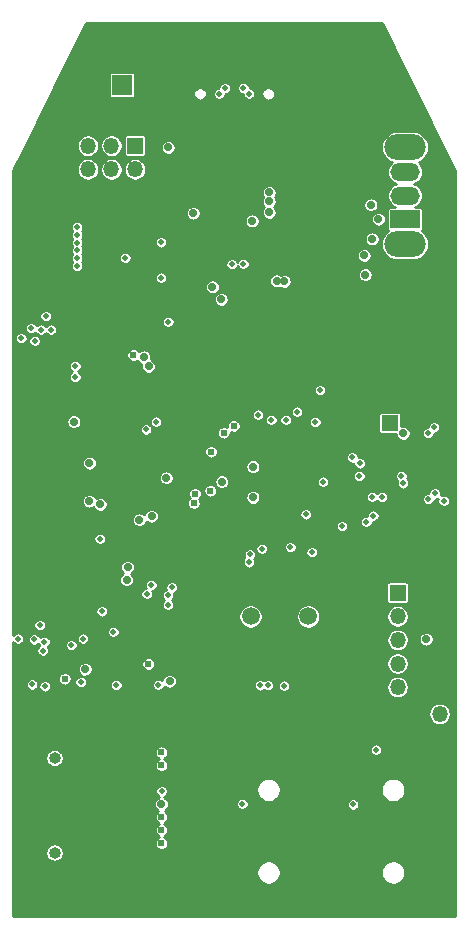
<source format=gbr>
G04 #@! TF.GenerationSoftware,KiCad,Pcbnew,(5.1.5)-3*
G04 #@! TF.CreationDate,2020-09-05T19:48:14+08:00*
G04 #@! TF.ProjectId,VS1053 Dev Brd,56533130-3533-4204-9465-76204272642e,rev?*
G04 #@! TF.SameCoordinates,Original*
G04 #@! TF.FileFunction,Copper,L2,Inr*
G04 #@! TF.FilePolarity,Positive*
%FSLAX46Y46*%
G04 Gerber Fmt 4.6, Leading zero omitted, Abs format (unit mm)*
G04 Created by KiCad (PCBNEW (5.1.5)-3) date 2020-09-05 19:48:14*
%MOMM*%
%LPD*%
G04 APERTURE LIST*
%ADD10C,1.500000*%
%ADD11O,1.350000X1.350000*%
%ADD12R,1.350000X1.350000*%
%ADD13O,0.900000X2.000000*%
%ADD14O,0.900000X1.700000*%
%ADD15R,1.700000X1.700000*%
%ADD16O,1.700000X1.700000*%
%ADD17O,1.000000X1.000000*%
%ADD18R,2.500000X1.500000*%
%ADD19O,2.500000X1.500000*%
%ADD20O,3.500000X2.200000*%
%ADD21C,0.508000*%
%ADD22C,0.609600*%
%ADD23C,0.711200*%
%ADD24C,0.254000*%
G04 APERTURE END LIST*
D10*
X95710400Y-110617000D03*
X90830400Y-110617000D03*
D11*
X103276400Y-116610400D03*
X103276400Y-114610400D03*
X103276400Y-112610400D03*
X103276400Y-110610400D03*
D12*
X103276400Y-108610400D03*
D11*
X77051400Y-72764400D03*
X77051400Y-70764400D03*
X79051400Y-72764400D03*
X79051400Y-70764400D03*
X81051400Y-72764400D03*
D12*
X81051400Y-70764400D03*
D11*
X104616000Y-94234000D03*
D12*
X102616000Y-94234000D03*
D13*
X93753400Y-66852400D03*
X85113400Y-66852400D03*
D14*
X93753400Y-62682400D03*
X85113400Y-62682400D03*
D15*
X79933800Y-65633600D03*
D16*
X79933800Y-63093600D03*
D17*
X74234400Y-130619400D03*
X74234400Y-122619400D03*
D12*
X106832400Y-116865400D03*
D11*
X106832400Y-118865400D03*
D18*
X103911400Y-76987400D03*
D19*
X103911400Y-74987400D03*
X103911400Y-72987400D03*
D20*
X103911400Y-79087400D03*
X103911400Y-70887400D03*
D21*
X89509600Y-93319600D03*
X107188000Y-99949000D03*
X98907600Y-110617000D03*
X93421200Y-113131600D03*
X87630000Y-110566200D03*
X92405200Y-106197400D03*
X98856800Y-108204000D03*
X98882200Y-113080800D03*
X87680800Y-113080800D03*
X87655400Y-108153200D03*
D22*
X92735400Y-70383400D03*
X84023200Y-68097400D03*
X94183200Y-68503800D03*
X83286600Y-124307600D03*
X83286600Y-121031000D03*
D21*
X94970600Y-105968790D03*
X78130400Y-63119000D03*
X92633800Y-68707000D03*
X76149200Y-76987400D03*
X80695800Y-78308200D03*
X85725000Y-75488800D03*
X85648800Y-77978000D03*
X98475800Y-72542400D03*
X97764600Y-72517000D03*
X98958400Y-73025000D03*
X93624400Y-72364600D03*
X94259400Y-71729600D03*
X93624400Y-76885800D03*
X95021400Y-76377800D03*
X98425000Y-77114400D03*
X94691200Y-83007200D03*
X97358200Y-85953600D03*
X97358200Y-87655400D03*
X99872800Y-84709000D03*
X75615800Y-82778600D03*
X76174600Y-86233000D03*
X77774800Y-87172800D03*
X79933800Y-87122000D03*
X82092800Y-87147400D03*
X80391000Y-83032600D03*
X83489800Y-82981800D03*
X85699600Y-82346800D03*
X75895200Y-95123000D03*
X75895200Y-97891600D03*
X77012800Y-101904800D03*
X77012800Y-102362000D03*
X78206600Y-108153200D03*
X83921600Y-104800400D03*
X87630000Y-103555800D03*
X80568800Y-97688400D03*
X83896200Y-94005400D03*
X83515200Y-94996000D03*
X94437200Y-92633800D03*
X91846400Y-92481400D03*
X98221800Y-89966775D03*
X102675889Y-100491489D03*
X76555600Y-109575600D03*
X99669600Y-129489200D03*
X97688400Y-130708400D03*
X101574600Y-130708400D03*
X107188000Y-124714000D03*
X106146600Y-121564400D03*
X104317800Y-122605800D03*
X107848400Y-122605800D03*
X106172000Y-123571000D03*
X85598000Y-134416800D03*
X82981800Y-134391400D03*
X91084400Y-121462800D03*
X92735400Y-121488200D03*
X94538800Y-121513600D03*
X96164400Y-120954800D03*
X90093800Y-113614200D03*
X93726000Y-113614200D03*
X71602600Y-115112800D03*
X75082400Y-114401600D03*
X82219800Y-115900200D03*
X80391000Y-115087400D03*
X86918800Y-98501200D03*
X87858600Y-98399600D03*
X92456000Y-97891600D03*
X92456000Y-100457000D03*
X95326200Y-98475800D03*
X95478600Y-101015800D03*
X95148400Y-105156000D03*
X97459800Y-107416600D03*
X96393000Y-97434400D03*
X97409000Y-93954600D03*
X91084400Y-92252800D03*
X106705400Y-109474000D03*
X107645200Y-110490000D03*
X93903800Y-96748600D03*
X95453200Y-96850200D03*
X105329279Y-101599990D03*
D22*
X80899000Y-88493600D03*
D23*
X83286600Y-126517400D03*
X88392000Y-99212400D03*
D21*
X94208600Y-104775000D03*
X96316800Y-94157800D03*
D23*
X76835000Y-115087400D03*
D21*
X91767877Y-104881067D03*
D23*
X80416400Y-106451400D03*
X80340200Y-107518200D03*
X83972400Y-116103400D03*
X75869800Y-94132400D03*
X83845400Y-70916800D03*
X92405200Y-74726800D03*
X92405200Y-75488800D03*
X92405200Y-76403200D03*
X85979000Y-76479400D03*
X90957400Y-77139800D03*
X100533200Y-81686400D03*
X83693000Y-98882200D03*
X105689398Y-112547400D03*
X81788000Y-88646000D03*
X77190600Y-97637600D03*
D22*
X75107800Y-115900200D03*
X82169000Y-114655600D03*
D23*
X82194400Y-89458800D03*
D21*
X92583000Y-93980000D03*
X93802200Y-93980000D03*
D23*
X103759000Y-95123000D03*
D21*
X96951800Y-99212400D03*
D23*
X93675200Y-82245200D03*
X93040200Y-82219800D03*
D21*
X95504000Y-101981000D03*
D23*
X91033600Y-100533200D03*
X91033600Y-97942380D03*
X87604600Y-82727800D03*
X81407000Y-102438200D03*
X82448400Y-102133400D03*
X88341200Y-83769200D03*
X100456900Y-80060900D03*
X101117400Y-78663800D03*
X101015800Y-75768200D03*
X101650800Y-76987400D03*
X77165200Y-100863400D03*
X78105000Y-101142800D03*
D21*
X83261200Y-81943400D03*
X83261200Y-78943200D03*
X83870800Y-85674200D03*
X75996800Y-89408000D03*
X90693650Y-66352935D03*
X88658854Y-65887164D03*
X88192912Y-66355179D03*
X90226676Y-65885961D03*
X94767400Y-93294200D03*
X93649800Y-116484400D03*
X90144600Y-126492000D03*
X99517200Y-126542800D03*
X101447600Y-121906200D03*
X84150200Y-108153200D03*
X78054200Y-104038400D03*
X99441000Y-97155000D03*
D22*
X87426800Y-99974400D03*
D21*
X76454000Y-116179600D03*
X82829400Y-94132400D03*
X82042000Y-108712000D03*
X79466400Y-116423400D03*
D22*
X86029800Y-101041200D03*
D21*
X82423000Y-107953096D03*
X83845400Y-108839000D03*
X98577400Y-102971600D03*
D22*
X83286600Y-129819400D03*
D21*
X73482208Y-85191600D03*
X73406000Y-116535200D03*
X76149200Y-80949812D03*
D22*
X83286600Y-128701800D03*
X83286600Y-127609600D03*
D21*
X83292400Y-125419400D03*
D22*
X83286600Y-123215400D03*
X83286600Y-122123200D03*
D21*
X71145400Y-112496600D03*
X76149200Y-77647800D03*
X71424800Y-87071200D03*
X100037200Y-98724400D03*
X75666600Y-113055400D03*
X76631800Y-112496600D03*
X79222600Y-111912400D03*
X83845400Y-109626400D03*
X101955600Y-100507800D03*
X78231994Y-110185200D03*
X96012000Y-105181400D03*
X90770518Y-105375518D03*
X80228800Y-80248400D03*
X91465400Y-93548200D03*
X91617800Y-116459000D03*
X96697800Y-91465400D03*
X92278203Y-116459000D03*
X106426000Y-100203010D03*
D22*
X89408000Y-94488000D03*
X88569800Y-95072200D03*
D21*
X105891602Y-100696205D03*
D22*
X87477600Y-96672400D03*
D21*
X107188000Y-100838000D03*
X72339200Y-116382800D03*
X75996800Y-90347800D03*
X100076000Y-97663000D03*
X83032600Y-116408200D03*
X81991200Y-94792800D03*
D22*
X86131400Y-100228400D03*
D21*
X101140701Y-100497781D03*
X72542400Y-87274402D03*
X72974200Y-111353600D03*
X76149200Y-78308200D03*
X72237600Y-86207600D03*
X72517000Y-112572800D03*
X76149200Y-78968603D03*
X73075794Y-86334600D03*
X73380600Y-112750606D03*
X76149200Y-79629006D03*
X73939400Y-86334600D03*
X73228200Y-113512602D03*
X76149200Y-80289409D03*
X89230200Y-80797400D03*
X100634800Y-102616000D03*
X103746581Y-99349860D03*
X106375190Y-94615000D03*
X90220800Y-80772000D03*
X101219000Y-102082600D03*
X103606600Y-98704454D03*
X105867180Y-95097600D03*
X90693004Y-106031365D03*
D24*
G36*
X108179000Y-72868260D02*
G01*
X108179001Y-135992000D01*
X70687800Y-135992000D01*
X70687800Y-132207013D01*
X91325000Y-132207013D01*
X91325000Y-132409787D01*
X91364559Y-132608665D01*
X91442157Y-132796004D01*
X91554813Y-132964604D01*
X91698196Y-133107987D01*
X91866796Y-133220643D01*
X92054135Y-133298241D01*
X92253013Y-133337800D01*
X92455787Y-133337800D01*
X92654665Y-133298241D01*
X92842004Y-133220643D01*
X93010604Y-133107987D01*
X93153987Y-132964604D01*
X93266643Y-132796004D01*
X93344241Y-132608665D01*
X93383800Y-132409787D01*
X93383800Y-132207013D01*
X101866000Y-132207013D01*
X101866000Y-132409787D01*
X101905559Y-132608665D01*
X101983157Y-132796004D01*
X102095813Y-132964604D01*
X102239196Y-133107987D01*
X102407796Y-133220643D01*
X102595135Y-133298241D01*
X102794013Y-133337800D01*
X102996787Y-133337800D01*
X103195665Y-133298241D01*
X103383004Y-133220643D01*
X103551604Y-133107987D01*
X103694987Y-132964604D01*
X103807643Y-132796004D01*
X103885241Y-132608665D01*
X103924800Y-132409787D01*
X103924800Y-132207013D01*
X103885241Y-132008135D01*
X103807643Y-131820796D01*
X103694987Y-131652196D01*
X103551604Y-131508813D01*
X103383004Y-131396157D01*
X103195665Y-131318559D01*
X102996787Y-131279000D01*
X102794013Y-131279000D01*
X102595135Y-131318559D01*
X102407796Y-131396157D01*
X102239196Y-131508813D01*
X102095813Y-131652196D01*
X101983157Y-131820796D01*
X101905559Y-132008135D01*
X101866000Y-132207013D01*
X93383800Y-132207013D01*
X93344241Y-132008135D01*
X93266643Y-131820796D01*
X93153987Y-131652196D01*
X93010604Y-131508813D01*
X92842004Y-131396157D01*
X92654665Y-131318559D01*
X92455787Y-131279000D01*
X92253013Y-131279000D01*
X92054135Y-131318559D01*
X91866796Y-131396157D01*
X91698196Y-131508813D01*
X91554813Y-131652196D01*
X91442157Y-131820796D01*
X91364559Y-132008135D01*
X91325000Y-132207013D01*
X70687800Y-132207013D01*
X70687800Y-130542636D01*
X73455000Y-130542636D01*
X73455000Y-130696164D01*
X73484952Y-130846743D01*
X73543705Y-130988584D01*
X73629001Y-131116238D01*
X73737562Y-131224799D01*
X73865216Y-131310095D01*
X74007057Y-131368848D01*
X74157636Y-131398800D01*
X74311164Y-131398800D01*
X74461743Y-131368848D01*
X74603584Y-131310095D01*
X74731238Y-131224799D01*
X74839799Y-131116238D01*
X74925095Y-130988584D01*
X74983848Y-130846743D01*
X75013800Y-130696164D01*
X75013800Y-130542636D01*
X74983848Y-130392057D01*
X74925095Y-130250216D01*
X74839799Y-130122562D01*
X74731238Y-130014001D01*
X74603584Y-129928705D01*
X74461743Y-129869952D01*
X74311164Y-129840000D01*
X74157636Y-129840000D01*
X74007057Y-129869952D01*
X73865216Y-129928705D01*
X73737562Y-130014001D01*
X73629001Y-130122562D01*
X73543705Y-130250216D01*
X73484952Y-130392057D01*
X73455000Y-130542636D01*
X70687800Y-130542636D01*
X70687800Y-126454858D01*
X82651600Y-126454858D01*
X82651600Y-126579942D01*
X82676003Y-126702623D01*
X82723871Y-126818185D01*
X82793364Y-126922189D01*
X82881811Y-127010636D01*
X82985815Y-127080129D01*
X83012040Y-127090992D01*
X83009877Y-127091888D01*
X82914194Y-127155822D01*
X82832822Y-127237194D01*
X82768888Y-127332877D01*
X82724850Y-127439195D01*
X82702400Y-127552061D01*
X82702400Y-127667139D01*
X82724850Y-127780005D01*
X82768888Y-127886323D01*
X82832822Y-127982006D01*
X82914194Y-128063378D01*
X83009877Y-128127312D01*
X83078412Y-128155700D01*
X83009877Y-128184088D01*
X82914194Y-128248022D01*
X82832822Y-128329394D01*
X82768888Y-128425077D01*
X82724850Y-128531395D01*
X82702400Y-128644261D01*
X82702400Y-128759339D01*
X82724850Y-128872205D01*
X82768888Y-128978523D01*
X82832822Y-129074206D01*
X82914194Y-129155578D01*
X83009877Y-129219512D01*
X83109073Y-129260600D01*
X83009877Y-129301688D01*
X82914194Y-129365622D01*
X82832822Y-129446994D01*
X82768888Y-129542677D01*
X82724850Y-129648995D01*
X82702400Y-129761861D01*
X82702400Y-129876939D01*
X82724850Y-129989805D01*
X82768888Y-130096123D01*
X82832822Y-130191806D01*
X82914194Y-130273178D01*
X83009877Y-130337112D01*
X83116195Y-130381150D01*
X83229061Y-130403600D01*
X83344139Y-130403600D01*
X83457005Y-130381150D01*
X83563323Y-130337112D01*
X83659006Y-130273178D01*
X83740378Y-130191806D01*
X83804312Y-130096123D01*
X83848350Y-129989805D01*
X83870800Y-129876939D01*
X83870800Y-129761861D01*
X83848350Y-129648995D01*
X83804312Y-129542677D01*
X83740378Y-129446994D01*
X83659006Y-129365622D01*
X83563323Y-129301688D01*
X83464127Y-129260600D01*
X83563323Y-129219512D01*
X83659006Y-129155578D01*
X83740378Y-129074206D01*
X83804312Y-128978523D01*
X83848350Y-128872205D01*
X83870800Y-128759339D01*
X83870800Y-128644261D01*
X83848350Y-128531395D01*
X83804312Y-128425077D01*
X83740378Y-128329394D01*
X83659006Y-128248022D01*
X83563323Y-128184088D01*
X83494788Y-128155700D01*
X83563323Y-128127312D01*
X83659006Y-128063378D01*
X83740378Y-127982006D01*
X83804312Y-127886323D01*
X83848350Y-127780005D01*
X83870800Y-127667139D01*
X83870800Y-127552061D01*
X83848350Y-127439195D01*
X83804312Y-127332877D01*
X83740378Y-127237194D01*
X83659006Y-127155822D01*
X83563323Y-127091888D01*
X83561160Y-127090992D01*
X83587385Y-127080129D01*
X83691389Y-127010636D01*
X83779836Y-126922189D01*
X83849329Y-126818185D01*
X83897197Y-126702623D01*
X83921600Y-126579942D01*
X83921600Y-126454858D01*
X83918539Y-126439465D01*
X89611200Y-126439465D01*
X89611200Y-126544535D01*
X89631698Y-126647587D01*
X89671907Y-126744660D01*
X89730281Y-126832023D01*
X89804577Y-126906319D01*
X89891940Y-126964693D01*
X89989013Y-127004902D01*
X90092065Y-127025400D01*
X90197135Y-127025400D01*
X90300187Y-127004902D01*
X90397260Y-126964693D01*
X90484623Y-126906319D01*
X90558919Y-126832023D01*
X90617293Y-126744660D01*
X90657502Y-126647587D01*
X90678000Y-126544535D01*
X90678000Y-126490265D01*
X98983800Y-126490265D01*
X98983800Y-126595335D01*
X99004298Y-126698387D01*
X99044507Y-126795460D01*
X99102881Y-126882823D01*
X99177177Y-126957119D01*
X99264540Y-127015493D01*
X99361613Y-127055702D01*
X99464665Y-127076200D01*
X99569735Y-127076200D01*
X99672787Y-127055702D01*
X99769860Y-127015493D01*
X99857223Y-126957119D01*
X99931519Y-126882823D01*
X99989893Y-126795460D01*
X100030102Y-126698387D01*
X100050600Y-126595335D01*
X100050600Y-126490265D01*
X100030102Y-126387213D01*
X99989893Y-126290140D01*
X99931519Y-126202777D01*
X99857223Y-126128481D01*
X99769860Y-126070107D01*
X99672787Y-126029898D01*
X99569735Y-126009400D01*
X99464665Y-126009400D01*
X99361613Y-126029898D01*
X99264540Y-126070107D01*
X99177177Y-126128481D01*
X99102881Y-126202777D01*
X99044507Y-126290140D01*
X99004298Y-126387213D01*
X98983800Y-126490265D01*
X90678000Y-126490265D01*
X90678000Y-126439465D01*
X90657502Y-126336413D01*
X90617293Y-126239340D01*
X90558919Y-126151977D01*
X90484623Y-126077681D01*
X90397260Y-126019307D01*
X90300187Y-125979098D01*
X90197135Y-125958600D01*
X90092065Y-125958600D01*
X89989013Y-125979098D01*
X89891940Y-126019307D01*
X89804577Y-126077681D01*
X89730281Y-126151977D01*
X89671907Y-126239340D01*
X89631698Y-126336413D01*
X89611200Y-126439465D01*
X83918539Y-126439465D01*
X83897197Y-126332177D01*
X83849329Y-126216615D01*
X83779836Y-126112611D01*
X83691389Y-126024164D01*
X83587385Y-125954671D01*
X83490685Y-125914616D01*
X83545060Y-125892093D01*
X83632423Y-125833719D01*
X83706719Y-125759423D01*
X83765093Y-125672060D01*
X83805302Y-125574987D01*
X83825800Y-125471935D01*
X83825800Y-125366865D01*
X83805302Y-125263813D01*
X83781775Y-125207013D01*
X91325000Y-125207013D01*
X91325000Y-125409787D01*
X91364559Y-125608665D01*
X91442157Y-125796004D01*
X91554813Y-125964604D01*
X91698196Y-126107987D01*
X91866796Y-126220643D01*
X92054135Y-126298241D01*
X92253013Y-126337800D01*
X92455787Y-126337800D01*
X92654665Y-126298241D01*
X92842004Y-126220643D01*
X93010604Y-126107987D01*
X93153987Y-125964604D01*
X93266643Y-125796004D01*
X93344241Y-125608665D01*
X93383800Y-125409787D01*
X93383800Y-125207013D01*
X101866000Y-125207013D01*
X101866000Y-125409787D01*
X101905559Y-125608665D01*
X101983157Y-125796004D01*
X102095813Y-125964604D01*
X102239196Y-126107987D01*
X102407796Y-126220643D01*
X102595135Y-126298241D01*
X102794013Y-126337800D01*
X102996787Y-126337800D01*
X103195665Y-126298241D01*
X103383004Y-126220643D01*
X103551604Y-126107987D01*
X103694987Y-125964604D01*
X103807643Y-125796004D01*
X103885241Y-125608665D01*
X103924800Y-125409787D01*
X103924800Y-125207013D01*
X103885241Y-125008135D01*
X103807643Y-124820796D01*
X103694987Y-124652196D01*
X103551604Y-124508813D01*
X103383004Y-124396157D01*
X103195665Y-124318559D01*
X102996787Y-124279000D01*
X102794013Y-124279000D01*
X102595135Y-124318559D01*
X102407796Y-124396157D01*
X102239196Y-124508813D01*
X102095813Y-124652196D01*
X101983157Y-124820796D01*
X101905559Y-125008135D01*
X101866000Y-125207013D01*
X93383800Y-125207013D01*
X93344241Y-125008135D01*
X93266643Y-124820796D01*
X93153987Y-124652196D01*
X93010604Y-124508813D01*
X92842004Y-124396157D01*
X92654665Y-124318559D01*
X92455787Y-124279000D01*
X92253013Y-124279000D01*
X92054135Y-124318559D01*
X91866796Y-124396157D01*
X91698196Y-124508813D01*
X91554813Y-124652196D01*
X91442157Y-124820796D01*
X91364559Y-125008135D01*
X91325000Y-125207013D01*
X83781775Y-125207013D01*
X83765093Y-125166740D01*
X83706719Y-125079377D01*
X83632423Y-125005081D01*
X83545060Y-124946707D01*
X83447987Y-124906498D01*
X83344935Y-124886000D01*
X83239865Y-124886000D01*
X83136813Y-124906498D01*
X83039740Y-124946707D01*
X82952377Y-125005081D01*
X82878081Y-125079377D01*
X82819707Y-125166740D01*
X82779498Y-125263813D01*
X82759000Y-125366865D01*
X82759000Y-125471935D01*
X82779498Y-125574987D01*
X82819707Y-125672060D01*
X82878081Y-125759423D01*
X82952377Y-125833719D01*
X83039740Y-125892093D01*
X83088315Y-125912213D01*
X82985815Y-125954671D01*
X82881811Y-126024164D01*
X82793364Y-126112611D01*
X82723871Y-126216615D01*
X82676003Y-126332177D01*
X82651600Y-126454858D01*
X70687800Y-126454858D01*
X70687800Y-122542636D01*
X73455000Y-122542636D01*
X73455000Y-122696164D01*
X73484952Y-122846743D01*
X73543705Y-122988584D01*
X73629001Y-123116238D01*
X73737562Y-123224799D01*
X73865216Y-123310095D01*
X74007057Y-123368848D01*
X74157636Y-123398800D01*
X74311164Y-123398800D01*
X74461743Y-123368848D01*
X74603584Y-123310095D01*
X74731238Y-123224799D01*
X74839799Y-123116238D01*
X74925095Y-122988584D01*
X74983848Y-122846743D01*
X75013800Y-122696164D01*
X75013800Y-122542636D01*
X74983848Y-122392057D01*
X74925095Y-122250216D01*
X74839799Y-122122562D01*
X74782898Y-122065661D01*
X82702400Y-122065661D01*
X82702400Y-122180739D01*
X82724850Y-122293605D01*
X82768888Y-122399923D01*
X82832822Y-122495606D01*
X82914194Y-122576978D01*
X83009877Y-122640912D01*
X83078412Y-122669300D01*
X83009877Y-122697688D01*
X82914194Y-122761622D01*
X82832822Y-122842994D01*
X82768888Y-122938677D01*
X82724850Y-123044995D01*
X82702400Y-123157861D01*
X82702400Y-123272939D01*
X82724850Y-123385805D01*
X82768888Y-123492123D01*
X82832822Y-123587806D01*
X82914194Y-123669178D01*
X83009877Y-123733112D01*
X83116195Y-123777150D01*
X83229061Y-123799600D01*
X83344139Y-123799600D01*
X83457005Y-123777150D01*
X83563323Y-123733112D01*
X83659006Y-123669178D01*
X83740378Y-123587806D01*
X83804312Y-123492123D01*
X83848350Y-123385805D01*
X83870800Y-123272939D01*
X83870800Y-123157861D01*
X83848350Y-123044995D01*
X83804312Y-122938677D01*
X83740378Y-122842994D01*
X83659006Y-122761622D01*
X83563323Y-122697688D01*
X83494788Y-122669300D01*
X83563323Y-122640912D01*
X83659006Y-122576978D01*
X83740378Y-122495606D01*
X83804312Y-122399923D01*
X83848350Y-122293605D01*
X83870800Y-122180739D01*
X83870800Y-122065661D01*
X83848350Y-121952795D01*
X83807290Y-121853665D01*
X100914200Y-121853665D01*
X100914200Y-121958735D01*
X100934698Y-122061787D01*
X100974907Y-122158860D01*
X101033281Y-122246223D01*
X101107577Y-122320519D01*
X101194940Y-122378893D01*
X101292013Y-122419102D01*
X101395065Y-122439600D01*
X101500135Y-122439600D01*
X101603187Y-122419102D01*
X101700260Y-122378893D01*
X101787623Y-122320519D01*
X101861919Y-122246223D01*
X101920293Y-122158860D01*
X101960502Y-122061787D01*
X101981000Y-121958735D01*
X101981000Y-121853665D01*
X101960502Y-121750613D01*
X101920293Y-121653540D01*
X101861919Y-121566177D01*
X101787623Y-121491881D01*
X101700260Y-121433507D01*
X101603187Y-121393298D01*
X101500135Y-121372800D01*
X101395065Y-121372800D01*
X101292013Y-121393298D01*
X101194940Y-121433507D01*
X101107577Y-121491881D01*
X101033281Y-121566177D01*
X100974907Y-121653540D01*
X100934698Y-121750613D01*
X100914200Y-121853665D01*
X83807290Y-121853665D01*
X83804312Y-121846477D01*
X83740378Y-121750794D01*
X83659006Y-121669422D01*
X83563323Y-121605488D01*
X83457005Y-121561450D01*
X83344139Y-121539000D01*
X83229061Y-121539000D01*
X83116195Y-121561450D01*
X83009877Y-121605488D01*
X82914194Y-121669422D01*
X82832822Y-121750794D01*
X82768888Y-121846477D01*
X82724850Y-121952795D01*
X82702400Y-122065661D01*
X74782898Y-122065661D01*
X74731238Y-122014001D01*
X74603584Y-121928705D01*
X74461743Y-121869952D01*
X74311164Y-121840000D01*
X74157636Y-121840000D01*
X74007057Y-121869952D01*
X73865216Y-121928705D01*
X73737562Y-122014001D01*
X73629001Y-122122562D01*
X73543705Y-122250216D01*
X73484952Y-122392057D01*
X73455000Y-122542636D01*
X70687800Y-122542636D01*
X70687800Y-118771400D01*
X105878000Y-118771400D01*
X105878000Y-118959400D01*
X105914677Y-119143788D01*
X105986622Y-119317478D01*
X106091069Y-119473795D01*
X106224005Y-119606731D01*
X106380322Y-119711178D01*
X106554012Y-119783123D01*
X106738400Y-119819800D01*
X106926400Y-119819800D01*
X107110788Y-119783123D01*
X107284478Y-119711178D01*
X107440795Y-119606731D01*
X107573731Y-119473795D01*
X107678178Y-119317478D01*
X107750123Y-119143788D01*
X107786800Y-118959400D01*
X107786800Y-118771400D01*
X107750123Y-118587012D01*
X107678178Y-118413322D01*
X107573731Y-118257005D01*
X107440795Y-118124069D01*
X107284478Y-118019622D01*
X107110788Y-117947677D01*
X106926400Y-117911000D01*
X106738400Y-117911000D01*
X106554012Y-117947677D01*
X106380322Y-118019622D01*
X106224005Y-118124069D01*
X106091069Y-118257005D01*
X105986622Y-118413322D01*
X105914677Y-118587012D01*
X105878000Y-118771400D01*
X70687800Y-118771400D01*
X70687800Y-116330265D01*
X71805800Y-116330265D01*
X71805800Y-116435335D01*
X71826298Y-116538387D01*
X71866507Y-116635460D01*
X71924881Y-116722823D01*
X71999177Y-116797119D01*
X72086540Y-116855493D01*
X72183613Y-116895702D01*
X72286665Y-116916200D01*
X72391735Y-116916200D01*
X72494787Y-116895702D01*
X72591860Y-116855493D01*
X72679223Y-116797119D01*
X72753519Y-116722823D01*
X72811893Y-116635460D01*
X72852102Y-116538387D01*
X72863185Y-116482665D01*
X72872600Y-116482665D01*
X72872600Y-116587735D01*
X72893098Y-116690787D01*
X72933307Y-116787860D01*
X72991681Y-116875223D01*
X73065977Y-116949519D01*
X73153340Y-117007893D01*
X73250413Y-117048102D01*
X73353465Y-117068600D01*
X73458535Y-117068600D01*
X73561587Y-117048102D01*
X73658660Y-117007893D01*
X73746023Y-116949519D01*
X73820319Y-116875223D01*
X73878693Y-116787860D01*
X73918902Y-116690787D01*
X73939400Y-116587735D01*
X73939400Y-116482665D01*
X73918902Y-116379613D01*
X73878693Y-116282540D01*
X73820319Y-116195177D01*
X73746023Y-116120881D01*
X73658660Y-116062507D01*
X73561587Y-116022298D01*
X73458535Y-116001800D01*
X73353465Y-116001800D01*
X73250413Y-116022298D01*
X73153340Y-116062507D01*
X73065977Y-116120881D01*
X72991681Y-116195177D01*
X72933307Y-116282540D01*
X72893098Y-116379613D01*
X72872600Y-116482665D01*
X72863185Y-116482665D01*
X72872600Y-116435335D01*
X72872600Y-116330265D01*
X72852102Y-116227213D01*
X72811893Y-116130140D01*
X72753519Y-116042777D01*
X72679223Y-115968481D01*
X72591860Y-115910107D01*
X72494787Y-115869898D01*
X72391735Y-115849400D01*
X72286665Y-115849400D01*
X72183613Y-115869898D01*
X72086540Y-115910107D01*
X71999177Y-115968481D01*
X71924881Y-116042777D01*
X71866507Y-116130140D01*
X71826298Y-116227213D01*
X71805800Y-116330265D01*
X70687800Y-116330265D01*
X70687800Y-115842661D01*
X74523600Y-115842661D01*
X74523600Y-115957739D01*
X74546050Y-116070605D01*
X74590088Y-116176923D01*
X74654022Y-116272606D01*
X74735394Y-116353978D01*
X74831077Y-116417912D01*
X74937395Y-116461950D01*
X75050261Y-116484400D01*
X75165339Y-116484400D01*
X75278205Y-116461950D01*
X75384523Y-116417912D01*
X75480206Y-116353978D01*
X75561578Y-116272606D01*
X75625512Y-116176923D01*
X75646163Y-116127065D01*
X75920600Y-116127065D01*
X75920600Y-116232135D01*
X75941098Y-116335187D01*
X75981307Y-116432260D01*
X76039681Y-116519623D01*
X76113977Y-116593919D01*
X76201340Y-116652293D01*
X76298413Y-116692502D01*
X76401465Y-116713000D01*
X76506535Y-116713000D01*
X76609587Y-116692502D01*
X76706660Y-116652293D01*
X76794023Y-116593919D01*
X76868319Y-116519623D01*
X76926693Y-116432260D01*
X76952123Y-116370865D01*
X78933000Y-116370865D01*
X78933000Y-116475935D01*
X78953498Y-116578987D01*
X78993707Y-116676060D01*
X79052081Y-116763423D01*
X79126377Y-116837719D01*
X79213740Y-116896093D01*
X79310813Y-116936302D01*
X79413865Y-116956800D01*
X79518935Y-116956800D01*
X79621987Y-116936302D01*
X79719060Y-116896093D01*
X79806423Y-116837719D01*
X79880719Y-116763423D01*
X79939093Y-116676060D01*
X79979302Y-116578987D01*
X79999800Y-116475935D01*
X79999800Y-116370865D01*
X79996777Y-116355665D01*
X82499200Y-116355665D01*
X82499200Y-116460735D01*
X82519698Y-116563787D01*
X82559907Y-116660860D01*
X82618281Y-116748223D01*
X82692577Y-116822519D01*
X82779940Y-116880893D01*
X82877013Y-116921102D01*
X82980065Y-116941600D01*
X83085135Y-116941600D01*
X83188187Y-116921102D01*
X83285260Y-116880893D01*
X83372623Y-116822519D01*
X83446919Y-116748223D01*
X83505293Y-116660860D01*
X83542356Y-116571381D01*
X83567611Y-116596636D01*
X83671615Y-116666129D01*
X83787177Y-116713997D01*
X83909858Y-116738400D01*
X84034942Y-116738400D01*
X84157623Y-116713997D01*
X84273185Y-116666129D01*
X84377189Y-116596636D01*
X84465636Y-116508189D01*
X84533605Y-116406465D01*
X91084400Y-116406465D01*
X91084400Y-116511535D01*
X91104898Y-116614587D01*
X91145107Y-116711660D01*
X91203481Y-116799023D01*
X91277777Y-116873319D01*
X91365140Y-116931693D01*
X91462213Y-116971902D01*
X91565265Y-116992400D01*
X91670335Y-116992400D01*
X91773387Y-116971902D01*
X91870460Y-116931693D01*
X91948002Y-116879882D01*
X92025543Y-116931693D01*
X92122616Y-116971902D01*
X92225668Y-116992400D01*
X92330738Y-116992400D01*
X92433790Y-116971902D01*
X92530863Y-116931693D01*
X92618226Y-116873319D01*
X92692522Y-116799023D01*
X92750896Y-116711660D01*
X92791105Y-116614587D01*
X92811603Y-116511535D01*
X92811603Y-116431865D01*
X93116400Y-116431865D01*
X93116400Y-116536935D01*
X93136898Y-116639987D01*
X93177107Y-116737060D01*
X93235481Y-116824423D01*
X93309777Y-116898719D01*
X93397140Y-116957093D01*
X93494213Y-116997302D01*
X93597265Y-117017800D01*
X93702335Y-117017800D01*
X93805387Y-116997302D01*
X93902460Y-116957093D01*
X93989823Y-116898719D01*
X94064119Y-116824423D01*
X94122493Y-116737060D01*
X94162702Y-116639987D01*
X94183200Y-116536935D01*
X94183200Y-116516400D01*
X102322000Y-116516400D01*
X102322000Y-116704400D01*
X102358677Y-116888788D01*
X102430622Y-117062478D01*
X102535069Y-117218795D01*
X102668005Y-117351731D01*
X102824322Y-117456178D01*
X102998012Y-117528123D01*
X103182400Y-117564800D01*
X103370400Y-117564800D01*
X103554788Y-117528123D01*
X103728478Y-117456178D01*
X103884795Y-117351731D01*
X104017731Y-117218795D01*
X104122178Y-117062478D01*
X104194123Y-116888788D01*
X104230800Y-116704400D01*
X104230800Y-116516400D01*
X104194123Y-116332012D01*
X104122178Y-116158322D01*
X104017731Y-116002005D01*
X103884795Y-115869069D01*
X103728478Y-115764622D01*
X103554788Y-115692677D01*
X103370400Y-115656000D01*
X103182400Y-115656000D01*
X102998012Y-115692677D01*
X102824322Y-115764622D01*
X102668005Y-115869069D01*
X102535069Y-116002005D01*
X102430622Y-116158322D01*
X102358677Y-116332012D01*
X102322000Y-116516400D01*
X94183200Y-116516400D01*
X94183200Y-116431865D01*
X94162702Y-116328813D01*
X94122493Y-116231740D01*
X94064119Y-116144377D01*
X93989823Y-116070081D01*
X93902460Y-116011707D01*
X93805387Y-115971498D01*
X93702335Y-115951000D01*
X93597265Y-115951000D01*
X93494213Y-115971498D01*
X93397140Y-116011707D01*
X93309777Y-116070081D01*
X93235481Y-116144377D01*
X93177107Y-116231740D01*
X93136898Y-116328813D01*
X93116400Y-116431865D01*
X92811603Y-116431865D01*
X92811603Y-116406465D01*
X92791105Y-116303413D01*
X92750896Y-116206340D01*
X92692522Y-116118977D01*
X92618226Y-116044681D01*
X92530863Y-115986307D01*
X92433790Y-115946098D01*
X92330738Y-115925600D01*
X92225668Y-115925600D01*
X92122616Y-115946098D01*
X92025543Y-115986307D01*
X91948002Y-116038118D01*
X91870460Y-115986307D01*
X91773387Y-115946098D01*
X91670335Y-115925600D01*
X91565265Y-115925600D01*
X91462213Y-115946098D01*
X91365140Y-115986307D01*
X91277777Y-116044681D01*
X91203481Y-116118977D01*
X91145107Y-116206340D01*
X91104898Y-116303413D01*
X91084400Y-116406465D01*
X84533605Y-116406465D01*
X84535129Y-116404185D01*
X84582997Y-116288623D01*
X84607400Y-116165942D01*
X84607400Y-116040858D01*
X84582997Y-115918177D01*
X84535129Y-115802615D01*
X84465636Y-115698611D01*
X84377189Y-115610164D01*
X84273185Y-115540671D01*
X84157623Y-115492803D01*
X84034942Y-115468400D01*
X83909858Y-115468400D01*
X83787177Y-115492803D01*
X83671615Y-115540671D01*
X83567611Y-115610164D01*
X83479164Y-115698611D01*
X83409671Y-115802615D01*
X83361803Y-115918177D01*
X83349780Y-115978618D01*
X83285260Y-115935507D01*
X83188187Y-115895298D01*
X83085135Y-115874800D01*
X82980065Y-115874800D01*
X82877013Y-115895298D01*
X82779940Y-115935507D01*
X82692577Y-115993881D01*
X82618281Y-116068177D01*
X82559907Y-116155540D01*
X82519698Y-116252613D01*
X82499200Y-116355665D01*
X79996777Y-116355665D01*
X79979302Y-116267813D01*
X79939093Y-116170740D01*
X79880719Y-116083377D01*
X79806423Y-116009081D01*
X79719060Y-115950707D01*
X79621987Y-115910498D01*
X79518935Y-115890000D01*
X79413865Y-115890000D01*
X79310813Y-115910498D01*
X79213740Y-115950707D01*
X79126377Y-116009081D01*
X79052081Y-116083377D01*
X78993707Y-116170740D01*
X78953498Y-116267813D01*
X78933000Y-116370865D01*
X76952123Y-116370865D01*
X76966902Y-116335187D01*
X76987400Y-116232135D01*
X76987400Y-116127065D01*
X76966902Y-116024013D01*
X76926693Y-115926940D01*
X76868319Y-115839577D01*
X76794023Y-115765281D01*
X76711785Y-115710331D01*
X76772458Y-115722400D01*
X76897542Y-115722400D01*
X77020223Y-115697997D01*
X77135785Y-115650129D01*
X77239789Y-115580636D01*
X77328236Y-115492189D01*
X77397729Y-115388185D01*
X77445597Y-115272623D01*
X77470000Y-115149942D01*
X77470000Y-115024858D01*
X77445597Y-114902177D01*
X77397729Y-114786615D01*
X77328236Y-114682611D01*
X77243686Y-114598061D01*
X81584800Y-114598061D01*
X81584800Y-114713139D01*
X81607250Y-114826005D01*
X81651288Y-114932323D01*
X81715222Y-115028006D01*
X81796594Y-115109378D01*
X81892277Y-115173312D01*
X81998595Y-115217350D01*
X82111461Y-115239800D01*
X82226539Y-115239800D01*
X82339405Y-115217350D01*
X82445723Y-115173312D01*
X82541406Y-115109378D01*
X82622778Y-115028006D01*
X82686712Y-114932323D01*
X82730750Y-114826005D01*
X82753200Y-114713139D01*
X82753200Y-114598061D01*
X82736957Y-114516400D01*
X102322000Y-114516400D01*
X102322000Y-114704400D01*
X102358677Y-114888788D01*
X102430622Y-115062478D01*
X102535069Y-115218795D01*
X102668005Y-115351731D01*
X102824322Y-115456178D01*
X102998012Y-115528123D01*
X103182400Y-115564800D01*
X103370400Y-115564800D01*
X103554788Y-115528123D01*
X103728478Y-115456178D01*
X103884795Y-115351731D01*
X104017731Y-115218795D01*
X104122178Y-115062478D01*
X104194123Y-114888788D01*
X104230800Y-114704400D01*
X104230800Y-114516400D01*
X104194123Y-114332012D01*
X104122178Y-114158322D01*
X104017731Y-114002005D01*
X103884795Y-113869069D01*
X103728478Y-113764622D01*
X103554788Y-113692677D01*
X103370400Y-113656000D01*
X103182400Y-113656000D01*
X102998012Y-113692677D01*
X102824322Y-113764622D01*
X102668005Y-113869069D01*
X102535069Y-114002005D01*
X102430622Y-114158322D01*
X102358677Y-114332012D01*
X102322000Y-114516400D01*
X82736957Y-114516400D01*
X82730750Y-114485195D01*
X82686712Y-114378877D01*
X82622778Y-114283194D01*
X82541406Y-114201822D01*
X82445723Y-114137888D01*
X82339405Y-114093850D01*
X82226539Y-114071400D01*
X82111461Y-114071400D01*
X81998595Y-114093850D01*
X81892277Y-114137888D01*
X81796594Y-114201822D01*
X81715222Y-114283194D01*
X81651288Y-114378877D01*
X81607250Y-114485195D01*
X81584800Y-114598061D01*
X77243686Y-114598061D01*
X77239789Y-114594164D01*
X77135785Y-114524671D01*
X77020223Y-114476803D01*
X76897542Y-114452400D01*
X76772458Y-114452400D01*
X76649777Y-114476803D01*
X76534215Y-114524671D01*
X76430211Y-114594164D01*
X76341764Y-114682611D01*
X76272271Y-114786615D01*
X76224403Y-114902177D01*
X76200000Y-115024858D01*
X76200000Y-115149942D01*
X76224403Y-115272623D01*
X76272271Y-115388185D01*
X76341764Y-115492189D01*
X76430211Y-115580636D01*
X76534215Y-115650129D01*
X76541538Y-115653163D01*
X76506535Y-115646200D01*
X76401465Y-115646200D01*
X76298413Y-115666698D01*
X76201340Y-115706907D01*
X76113977Y-115765281D01*
X76039681Y-115839577D01*
X75981307Y-115926940D01*
X75941098Y-116024013D01*
X75920600Y-116127065D01*
X75646163Y-116127065D01*
X75669550Y-116070605D01*
X75692000Y-115957739D01*
X75692000Y-115842661D01*
X75669550Y-115729795D01*
X75625512Y-115623477D01*
X75561578Y-115527794D01*
X75480206Y-115446422D01*
X75384523Y-115382488D01*
X75278205Y-115338450D01*
X75165339Y-115316000D01*
X75050261Y-115316000D01*
X74937395Y-115338450D01*
X74831077Y-115382488D01*
X74735394Y-115446422D01*
X74654022Y-115527794D01*
X74590088Y-115623477D01*
X74546050Y-115729795D01*
X74523600Y-115842661D01*
X70687800Y-115842661D01*
X70687800Y-112771848D01*
X70731081Y-112836623D01*
X70805377Y-112910919D01*
X70892740Y-112969293D01*
X70989813Y-113009502D01*
X71092865Y-113030000D01*
X71197935Y-113030000D01*
X71300987Y-113009502D01*
X71398060Y-112969293D01*
X71485423Y-112910919D01*
X71559719Y-112836623D01*
X71618093Y-112749260D01*
X71658302Y-112652187D01*
X71678800Y-112549135D01*
X71678800Y-112520265D01*
X71983600Y-112520265D01*
X71983600Y-112625335D01*
X72004098Y-112728387D01*
X72044307Y-112825460D01*
X72102681Y-112912823D01*
X72176977Y-112987119D01*
X72264340Y-113045493D01*
X72361413Y-113085702D01*
X72464465Y-113106200D01*
X72569535Y-113106200D01*
X72672587Y-113085702D01*
X72769660Y-113045493D01*
X72857023Y-112987119D01*
X72888274Y-112955868D01*
X72907907Y-113003266D01*
X72945709Y-113059841D01*
X72888177Y-113098283D01*
X72813881Y-113172579D01*
X72755507Y-113259942D01*
X72715298Y-113357015D01*
X72694800Y-113460067D01*
X72694800Y-113565137D01*
X72715298Y-113668189D01*
X72755507Y-113765262D01*
X72813881Y-113852625D01*
X72888177Y-113926921D01*
X72975540Y-113985295D01*
X73072613Y-114025504D01*
X73175665Y-114046002D01*
X73280735Y-114046002D01*
X73383787Y-114025504D01*
X73480860Y-113985295D01*
X73568223Y-113926921D01*
X73642519Y-113852625D01*
X73700893Y-113765262D01*
X73741102Y-113668189D01*
X73761600Y-113565137D01*
X73761600Y-113460067D01*
X73741102Y-113357015D01*
X73700893Y-113259942D01*
X73663091Y-113203367D01*
X73720623Y-113164925D01*
X73794919Y-113090629D01*
X73853293Y-113003266D01*
X73853459Y-113002865D01*
X75133200Y-113002865D01*
X75133200Y-113107935D01*
X75153698Y-113210987D01*
X75193907Y-113308060D01*
X75252281Y-113395423D01*
X75326577Y-113469719D01*
X75413940Y-113528093D01*
X75511013Y-113568302D01*
X75614065Y-113588800D01*
X75719135Y-113588800D01*
X75822187Y-113568302D01*
X75919260Y-113528093D01*
X76006623Y-113469719D01*
X76080919Y-113395423D01*
X76139293Y-113308060D01*
X76179502Y-113210987D01*
X76200000Y-113107935D01*
X76200000Y-113002865D01*
X76179502Y-112899813D01*
X76139293Y-112802740D01*
X76080919Y-112715377D01*
X76006623Y-112641081D01*
X75919260Y-112582707D01*
X75822187Y-112542498D01*
X75719135Y-112522000D01*
X75614065Y-112522000D01*
X75511013Y-112542498D01*
X75413940Y-112582707D01*
X75326577Y-112641081D01*
X75252281Y-112715377D01*
X75193907Y-112802740D01*
X75153698Y-112899813D01*
X75133200Y-113002865D01*
X73853459Y-113002865D01*
X73893502Y-112906193D01*
X73914000Y-112803141D01*
X73914000Y-112698071D01*
X73893502Y-112595019D01*
X73853293Y-112497946D01*
X73817291Y-112444065D01*
X76098400Y-112444065D01*
X76098400Y-112549135D01*
X76118898Y-112652187D01*
X76159107Y-112749260D01*
X76217481Y-112836623D01*
X76291777Y-112910919D01*
X76379140Y-112969293D01*
X76476213Y-113009502D01*
X76579265Y-113030000D01*
X76684335Y-113030000D01*
X76787387Y-113009502D01*
X76884460Y-112969293D01*
X76971823Y-112910919D01*
X77046119Y-112836623D01*
X77104493Y-112749260D01*
X77144702Y-112652187D01*
X77165200Y-112549135D01*
X77165200Y-112516400D01*
X102322000Y-112516400D01*
X102322000Y-112704400D01*
X102358677Y-112888788D01*
X102430622Y-113062478D01*
X102535069Y-113218795D01*
X102668005Y-113351731D01*
X102824322Y-113456178D01*
X102998012Y-113528123D01*
X103182400Y-113564800D01*
X103370400Y-113564800D01*
X103554788Y-113528123D01*
X103728478Y-113456178D01*
X103884795Y-113351731D01*
X104017731Y-113218795D01*
X104122178Y-113062478D01*
X104194123Y-112888788D01*
X104230800Y-112704400D01*
X104230800Y-112516400D01*
X104224526Y-112484858D01*
X105054398Y-112484858D01*
X105054398Y-112609942D01*
X105078801Y-112732623D01*
X105126669Y-112848185D01*
X105196162Y-112952189D01*
X105284609Y-113040636D01*
X105388613Y-113110129D01*
X105504175Y-113157997D01*
X105626856Y-113182400D01*
X105751940Y-113182400D01*
X105874621Y-113157997D01*
X105990183Y-113110129D01*
X106094187Y-113040636D01*
X106182634Y-112952189D01*
X106252127Y-112848185D01*
X106299995Y-112732623D01*
X106324398Y-112609942D01*
X106324398Y-112484858D01*
X106299995Y-112362177D01*
X106252127Y-112246615D01*
X106182634Y-112142611D01*
X106094187Y-112054164D01*
X105990183Y-111984671D01*
X105874621Y-111936803D01*
X105751940Y-111912400D01*
X105626856Y-111912400D01*
X105504175Y-111936803D01*
X105388613Y-111984671D01*
X105284609Y-112054164D01*
X105196162Y-112142611D01*
X105126669Y-112246615D01*
X105078801Y-112362177D01*
X105054398Y-112484858D01*
X104224526Y-112484858D01*
X104194123Y-112332012D01*
X104122178Y-112158322D01*
X104017731Y-112002005D01*
X103884795Y-111869069D01*
X103728478Y-111764622D01*
X103554788Y-111692677D01*
X103370400Y-111656000D01*
X103182400Y-111656000D01*
X102998012Y-111692677D01*
X102824322Y-111764622D01*
X102668005Y-111869069D01*
X102535069Y-112002005D01*
X102430622Y-112158322D01*
X102358677Y-112332012D01*
X102322000Y-112516400D01*
X77165200Y-112516400D01*
X77165200Y-112444065D01*
X77144702Y-112341013D01*
X77104493Y-112243940D01*
X77046119Y-112156577D01*
X76971823Y-112082281D01*
X76884460Y-112023907D01*
X76787387Y-111983698D01*
X76684335Y-111963200D01*
X76579265Y-111963200D01*
X76476213Y-111983698D01*
X76379140Y-112023907D01*
X76291777Y-112082281D01*
X76217481Y-112156577D01*
X76159107Y-112243940D01*
X76118898Y-112341013D01*
X76098400Y-112444065D01*
X73817291Y-112444065D01*
X73794919Y-112410583D01*
X73720623Y-112336287D01*
X73633260Y-112277913D01*
X73536187Y-112237704D01*
X73433135Y-112217206D01*
X73328065Y-112217206D01*
X73225013Y-112237704D01*
X73127940Y-112277913D01*
X73040577Y-112336287D01*
X73009326Y-112367538D01*
X72989693Y-112320140D01*
X72931319Y-112232777D01*
X72857023Y-112158481D01*
X72769660Y-112100107D01*
X72672587Y-112059898D01*
X72569535Y-112039400D01*
X72464465Y-112039400D01*
X72361413Y-112059898D01*
X72264340Y-112100107D01*
X72176977Y-112158481D01*
X72102681Y-112232777D01*
X72044307Y-112320140D01*
X72004098Y-112417213D01*
X71983600Y-112520265D01*
X71678800Y-112520265D01*
X71678800Y-112444065D01*
X71658302Y-112341013D01*
X71618093Y-112243940D01*
X71559719Y-112156577D01*
X71485423Y-112082281D01*
X71398060Y-112023907D01*
X71300987Y-111983698D01*
X71197935Y-111963200D01*
X71092865Y-111963200D01*
X70989813Y-111983698D01*
X70892740Y-112023907D01*
X70805377Y-112082281D01*
X70731081Y-112156577D01*
X70687800Y-112221352D01*
X70687800Y-111301065D01*
X72440800Y-111301065D01*
X72440800Y-111406135D01*
X72461298Y-111509187D01*
X72501507Y-111606260D01*
X72559881Y-111693623D01*
X72634177Y-111767919D01*
X72721540Y-111826293D01*
X72818613Y-111866502D01*
X72921665Y-111887000D01*
X73026735Y-111887000D01*
X73129787Y-111866502D01*
X73145810Y-111859865D01*
X78689200Y-111859865D01*
X78689200Y-111964935D01*
X78709698Y-112067987D01*
X78749907Y-112165060D01*
X78808281Y-112252423D01*
X78882577Y-112326719D01*
X78969940Y-112385093D01*
X79067013Y-112425302D01*
X79170065Y-112445800D01*
X79275135Y-112445800D01*
X79378187Y-112425302D01*
X79475260Y-112385093D01*
X79562623Y-112326719D01*
X79636919Y-112252423D01*
X79695293Y-112165060D01*
X79735502Y-112067987D01*
X79756000Y-111964935D01*
X79756000Y-111859865D01*
X79735502Y-111756813D01*
X79695293Y-111659740D01*
X79636919Y-111572377D01*
X79562623Y-111498081D01*
X79475260Y-111439707D01*
X79378187Y-111399498D01*
X79275135Y-111379000D01*
X79170065Y-111379000D01*
X79067013Y-111399498D01*
X78969940Y-111439707D01*
X78882577Y-111498081D01*
X78808281Y-111572377D01*
X78749907Y-111659740D01*
X78709698Y-111756813D01*
X78689200Y-111859865D01*
X73145810Y-111859865D01*
X73226860Y-111826293D01*
X73314223Y-111767919D01*
X73388519Y-111693623D01*
X73446893Y-111606260D01*
X73487102Y-111509187D01*
X73507600Y-111406135D01*
X73507600Y-111301065D01*
X73487102Y-111198013D01*
X73446893Y-111100940D01*
X73388519Y-111013577D01*
X73314223Y-110939281D01*
X73226860Y-110880907D01*
X73129787Y-110840698D01*
X73026735Y-110820200D01*
X72921665Y-110820200D01*
X72818613Y-110840698D01*
X72721540Y-110880907D01*
X72634177Y-110939281D01*
X72559881Y-111013577D01*
X72501507Y-111100940D01*
X72461298Y-111198013D01*
X72440800Y-111301065D01*
X70687800Y-111301065D01*
X70687800Y-110132665D01*
X77698594Y-110132665D01*
X77698594Y-110237735D01*
X77719092Y-110340787D01*
X77759301Y-110437860D01*
X77817675Y-110525223D01*
X77891971Y-110599519D01*
X77979334Y-110657893D01*
X78076407Y-110698102D01*
X78179459Y-110718600D01*
X78284529Y-110718600D01*
X78387581Y-110698102D01*
X78484654Y-110657893D01*
X78572017Y-110599519D01*
X78646313Y-110525223D01*
X78652734Y-110515613D01*
X89801000Y-110515613D01*
X89801000Y-110718387D01*
X89840559Y-110917265D01*
X89918157Y-111104604D01*
X90030813Y-111273204D01*
X90174196Y-111416587D01*
X90342796Y-111529243D01*
X90530135Y-111606841D01*
X90729013Y-111646400D01*
X90931787Y-111646400D01*
X91130665Y-111606841D01*
X91318004Y-111529243D01*
X91486604Y-111416587D01*
X91629987Y-111273204D01*
X91742643Y-111104604D01*
X91820241Y-110917265D01*
X91859800Y-110718387D01*
X91859800Y-110515613D01*
X94681000Y-110515613D01*
X94681000Y-110718387D01*
X94720559Y-110917265D01*
X94798157Y-111104604D01*
X94910813Y-111273204D01*
X95054196Y-111416587D01*
X95222796Y-111529243D01*
X95410135Y-111606841D01*
X95609013Y-111646400D01*
X95811787Y-111646400D01*
X96010665Y-111606841D01*
X96198004Y-111529243D01*
X96366604Y-111416587D01*
X96509987Y-111273204D01*
X96622643Y-111104604D01*
X96700241Y-110917265D01*
X96739800Y-110718387D01*
X96739800Y-110516400D01*
X102322000Y-110516400D01*
X102322000Y-110704400D01*
X102358677Y-110888788D01*
X102430622Y-111062478D01*
X102535069Y-111218795D01*
X102668005Y-111351731D01*
X102824322Y-111456178D01*
X102998012Y-111528123D01*
X103182400Y-111564800D01*
X103370400Y-111564800D01*
X103554788Y-111528123D01*
X103728478Y-111456178D01*
X103884795Y-111351731D01*
X104017731Y-111218795D01*
X104122178Y-111062478D01*
X104194123Y-110888788D01*
X104230800Y-110704400D01*
X104230800Y-110516400D01*
X104194123Y-110332012D01*
X104122178Y-110158322D01*
X104017731Y-110002005D01*
X103884795Y-109869069D01*
X103728478Y-109764622D01*
X103554788Y-109692677D01*
X103370400Y-109656000D01*
X103182400Y-109656000D01*
X102998012Y-109692677D01*
X102824322Y-109764622D01*
X102668005Y-109869069D01*
X102535069Y-110002005D01*
X102430622Y-110158322D01*
X102358677Y-110332012D01*
X102322000Y-110516400D01*
X96739800Y-110516400D01*
X96739800Y-110515613D01*
X96700241Y-110316735D01*
X96622643Y-110129396D01*
X96509987Y-109960796D01*
X96366604Y-109817413D01*
X96198004Y-109704757D01*
X96010665Y-109627159D01*
X95811787Y-109587600D01*
X95609013Y-109587600D01*
X95410135Y-109627159D01*
X95222796Y-109704757D01*
X95054196Y-109817413D01*
X94910813Y-109960796D01*
X94798157Y-110129396D01*
X94720559Y-110316735D01*
X94681000Y-110515613D01*
X91859800Y-110515613D01*
X91820241Y-110316735D01*
X91742643Y-110129396D01*
X91629987Y-109960796D01*
X91486604Y-109817413D01*
X91318004Y-109704757D01*
X91130665Y-109627159D01*
X90931787Y-109587600D01*
X90729013Y-109587600D01*
X90530135Y-109627159D01*
X90342796Y-109704757D01*
X90174196Y-109817413D01*
X90030813Y-109960796D01*
X89918157Y-110129396D01*
X89840559Y-110316735D01*
X89801000Y-110515613D01*
X78652734Y-110515613D01*
X78704687Y-110437860D01*
X78744896Y-110340787D01*
X78765394Y-110237735D01*
X78765394Y-110132665D01*
X78744896Y-110029613D01*
X78704687Y-109932540D01*
X78646313Y-109845177D01*
X78572017Y-109770881D01*
X78484654Y-109712507D01*
X78387581Y-109672298D01*
X78284529Y-109651800D01*
X78179459Y-109651800D01*
X78076407Y-109672298D01*
X77979334Y-109712507D01*
X77891971Y-109770881D01*
X77817675Y-109845177D01*
X77759301Y-109932540D01*
X77719092Y-110029613D01*
X77698594Y-110132665D01*
X70687800Y-110132665D01*
X70687800Y-108659465D01*
X81508600Y-108659465D01*
X81508600Y-108764535D01*
X81529098Y-108867587D01*
X81569307Y-108964660D01*
X81627681Y-109052023D01*
X81701977Y-109126319D01*
X81789340Y-109184693D01*
X81886413Y-109224902D01*
X81989465Y-109245400D01*
X82094535Y-109245400D01*
X82197587Y-109224902D01*
X82294660Y-109184693D01*
X82382023Y-109126319D01*
X82456319Y-109052023D01*
X82514693Y-108964660D01*
X82554902Y-108867587D01*
X82571037Y-108786465D01*
X83312000Y-108786465D01*
X83312000Y-108891535D01*
X83332498Y-108994587D01*
X83372707Y-109091660D01*
X83431081Y-109179023D01*
X83484758Y-109232700D01*
X83431081Y-109286377D01*
X83372707Y-109373740D01*
X83332498Y-109470813D01*
X83312000Y-109573865D01*
X83312000Y-109678935D01*
X83332498Y-109781987D01*
X83372707Y-109879060D01*
X83431081Y-109966423D01*
X83505377Y-110040719D01*
X83592740Y-110099093D01*
X83689813Y-110139302D01*
X83792865Y-110159800D01*
X83897935Y-110159800D01*
X84000987Y-110139302D01*
X84098060Y-110099093D01*
X84185423Y-110040719D01*
X84259719Y-109966423D01*
X84318093Y-109879060D01*
X84358302Y-109781987D01*
X84378800Y-109678935D01*
X84378800Y-109573865D01*
X84358302Y-109470813D01*
X84318093Y-109373740D01*
X84259719Y-109286377D01*
X84206042Y-109232700D01*
X84259719Y-109179023D01*
X84318093Y-109091660D01*
X84358302Y-108994587D01*
X84378800Y-108891535D01*
X84378800Y-108786465D01*
X84358302Y-108683413D01*
X84344491Y-108650070D01*
X84402860Y-108625893D01*
X84490223Y-108567519D01*
X84564519Y-108493223D01*
X84622893Y-108405860D01*
X84663102Y-108308787D01*
X84683600Y-108205735D01*
X84683600Y-108100665D01*
X84663102Y-107997613D01*
X84637333Y-107935400D01*
X102320649Y-107935400D01*
X102320649Y-109285400D01*
X102326044Y-109340172D01*
X102342020Y-109392839D01*
X102367964Y-109441377D01*
X102402879Y-109483921D01*
X102445423Y-109518836D01*
X102493961Y-109544780D01*
X102546628Y-109560756D01*
X102601400Y-109566151D01*
X103951400Y-109566151D01*
X104006172Y-109560756D01*
X104058839Y-109544780D01*
X104107377Y-109518836D01*
X104149921Y-109483921D01*
X104184836Y-109441377D01*
X104210780Y-109392839D01*
X104226756Y-109340172D01*
X104232151Y-109285400D01*
X104232151Y-107935400D01*
X104226756Y-107880628D01*
X104210780Y-107827961D01*
X104184836Y-107779423D01*
X104149921Y-107736879D01*
X104107377Y-107701964D01*
X104058839Y-107676020D01*
X104006172Y-107660044D01*
X103951400Y-107654649D01*
X102601400Y-107654649D01*
X102546628Y-107660044D01*
X102493961Y-107676020D01*
X102445423Y-107701964D01*
X102402879Y-107736879D01*
X102367964Y-107779423D01*
X102342020Y-107827961D01*
X102326044Y-107880628D01*
X102320649Y-107935400D01*
X84637333Y-107935400D01*
X84622893Y-107900540D01*
X84564519Y-107813177D01*
X84490223Y-107738881D01*
X84402860Y-107680507D01*
X84305787Y-107640298D01*
X84202735Y-107619800D01*
X84097665Y-107619800D01*
X83994613Y-107640298D01*
X83897540Y-107680507D01*
X83810177Y-107738881D01*
X83735881Y-107813177D01*
X83677507Y-107900540D01*
X83637298Y-107997613D01*
X83616800Y-108100665D01*
X83616800Y-108205735D01*
X83637298Y-108308787D01*
X83651109Y-108342130D01*
X83592740Y-108366307D01*
X83505377Y-108424681D01*
X83431081Y-108498977D01*
X83372707Y-108586340D01*
X83332498Y-108683413D01*
X83312000Y-108786465D01*
X82571037Y-108786465D01*
X82575400Y-108764535D01*
X82575400Y-108659465D01*
X82554902Y-108556413D01*
X82522104Y-108477233D01*
X82578587Y-108465998D01*
X82675660Y-108425789D01*
X82763023Y-108367415D01*
X82837319Y-108293119D01*
X82895693Y-108205756D01*
X82935902Y-108108683D01*
X82956400Y-108005631D01*
X82956400Y-107900561D01*
X82935902Y-107797509D01*
X82895693Y-107700436D01*
X82837319Y-107613073D01*
X82763023Y-107538777D01*
X82675660Y-107480403D01*
X82578587Y-107440194D01*
X82475535Y-107419696D01*
X82370465Y-107419696D01*
X82267413Y-107440194D01*
X82170340Y-107480403D01*
X82082977Y-107538777D01*
X82008681Y-107613073D01*
X81950307Y-107700436D01*
X81910098Y-107797509D01*
X81889600Y-107900561D01*
X81889600Y-108005631D01*
X81910098Y-108108683D01*
X81942896Y-108187863D01*
X81886413Y-108199098D01*
X81789340Y-108239307D01*
X81701977Y-108297681D01*
X81627681Y-108371977D01*
X81569307Y-108459340D01*
X81529098Y-108556413D01*
X81508600Y-108659465D01*
X70687800Y-108659465D01*
X70687800Y-107455658D01*
X79705200Y-107455658D01*
X79705200Y-107580742D01*
X79729603Y-107703423D01*
X79777471Y-107818985D01*
X79846964Y-107922989D01*
X79935411Y-108011436D01*
X80039415Y-108080929D01*
X80154977Y-108128797D01*
X80277658Y-108153200D01*
X80402742Y-108153200D01*
X80525423Y-108128797D01*
X80640985Y-108080929D01*
X80744989Y-108011436D01*
X80833436Y-107922989D01*
X80902929Y-107818985D01*
X80950797Y-107703423D01*
X80975200Y-107580742D01*
X80975200Y-107455658D01*
X80950797Y-107332977D01*
X80902929Y-107217415D01*
X80833436Y-107113411D01*
X80744989Y-107024964D01*
X80722979Y-107010258D01*
X80821189Y-106944636D01*
X80909636Y-106856189D01*
X80979129Y-106752185D01*
X81026997Y-106636623D01*
X81051400Y-106513942D01*
X81051400Y-106388858D01*
X81026997Y-106266177D01*
X80979129Y-106150615D01*
X80909636Y-106046611D01*
X80841855Y-105978830D01*
X90159604Y-105978830D01*
X90159604Y-106083900D01*
X90180102Y-106186952D01*
X90220311Y-106284025D01*
X90278685Y-106371388D01*
X90352981Y-106445684D01*
X90440344Y-106504058D01*
X90537417Y-106544267D01*
X90640469Y-106564765D01*
X90745539Y-106564765D01*
X90848591Y-106544267D01*
X90945664Y-106504058D01*
X91033027Y-106445684D01*
X91107323Y-106371388D01*
X91165697Y-106284025D01*
X91205906Y-106186952D01*
X91226404Y-106083900D01*
X91226404Y-105978830D01*
X91205906Y-105875778D01*
X91165697Y-105778705D01*
X91148063Y-105752315D01*
X91184837Y-105715541D01*
X91243211Y-105628178D01*
X91283420Y-105531105D01*
X91303918Y-105428053D01*
X91303918Y-105322983D01*
X91283420Y-105219931D01*
X91243211Y-105122858D01*
X91184837Y-105035495D01*
X91110541Y-104961199D01*
X91023178Y-104902825D01*
X90926105Y-104862616D01*
X90823053Y-104842118D01*
X90717983Y-104842118D01*
X90614931Y-104862616D01*
X90517858Y-104902825D01*
X90430495Y-104961199D01*
X90356199Y-105035495D01*
X90297825Y-105122858D01*
X90257616Y-105219931D01*
X90237118Y-105322983D01*
X90237118Y-105428053D01*
X90257616Y-105531105D01*
X90297825Y-105628178D01*
X90315459Y-105654568D01*
X90278685Y-105691342D01*
X90220311Y-105778705D01*
X90180102Y-105875778D01*
X90159604Y-105978830D01*
X80841855Y-105978830D01*
X80821189Y-105958164D01*
X80717185Y-105888671D01*
X80601623Y-105840803D01*
X80478942Y-105816400D01*
X80353858Y-105816400D01*
X80231177Y-105840803D01*
X80115615Y-105888671D01*
X80011611Y-105958164D01*
X79923164Y-106046611D01*
X79853671Y-106150615D01*
X79805803Y-106266177D01*
X79781400Y-106388858D01*
X79781400Y-106513942D01*
X79805803Y-106636623D01*
X79853671Y-106752185D01*
X79923164Y-106856189D01*
X80011611Y-106944636D01*
X80033621Y-106959342D01*
X79935411Y-107024964D01*
X79846964Y-107113411D01*
X79777471Y-107217415D01*
X79729603Y-107332977D01*
X79705200Y-107455658D01*
X70687800Y-107455658D01*
X70687800Y-104828532D01*
X91234477Y-104828532D01*
X91234477Y-104933602D01*
X91254975Y-105036654D01*
X91295184Y-105133727D01*
X91353558Y-105221090D01*
X91427854Y-105295386D01*
X91515217Y-105353760D01*
X91612290Y-105393969D01*
X91715342Y-105414467D01*
X91820412Y-105414467D01*
X91923464Y-105393969D01*
X92020537Y-105353760D01*
X92107900Y-105295386D01*
X92182196Y-105221090D01*
X92240570Y-105133727D01*
X92280779Y-105036654D01*
X92301277Y-104933602D01*
X92301277Y-104828532D01*
X92280779Y-104725480D01*
X92279531Y-104722465D01*
X93675200Y-104722465D01*
X93675200Y-104827535D01*
X93695698Y-104930587D01*
X93735907Y-105027660D01*
X93794281Y-105115023D01*
X93868577Y-105189319D01*
X93955940Y-105247693D01*
X94053013Y-105287902D01*
X94156065Y-105308400D01*
X94261135Y-105308400D01*
X94364187Y-105287902D01*
X94461260Y-105247693D01*
X94548623Y-105189319D01*
X94609077Y-105128865D01*
X95478600Y-105128865D01*
X95478600Y-105233935D01*
X95499098Y-105336987D01*
X95539307Y-105434060D01*
X95597681Y-105521423D01*
X95671977Y-105595719D01*
X95759340Y-105654093D01*
X95856413Y-105694302D01*
X95959465Y-105714800D01*
X96064535Y-105714800D01*
X96167587Y-105694302D01*
X96264660Y-105654093D01*
X96352023Y-105595719D01*
X96426319Y-105521423D01*
X96484693Y-105434060D01*
X96524902Y-105336987D01*
X96545400Y-105233935D01*
X96545400Y-105128865D01*
X96524902Y-105025813D01*
X96484693Y-104928740D01*
X96426319Y-104841377D01*
X96352023Y-104767081D01*
X96264660Y-104708707D01*
X96167587Y-104668498D01*
X96064535Y-104648000D01*
X95959465Y-104648000D01*
X95856413Y-104668498D01*
X95759340Y-104708707D01*
X95671977Y-104767081D01*
X95597681Y-104841377D01*
X95539307Y-104928740D01*
X95499098Y-105025813D01*
X95478600Y-105128865D01*
X94609077Y-105128865D01*
X94622919Y-105115023D01*
X94681293Y-105027660D01*
X94721502Y-104930587D01*
X94742000Y-104827535D01*
X94742000Y-104722465D01*
X94721502Y-104619413D01*
X94681293Y-104522340D01*
X94622919Y-104434977D01*
X94548623Y-104360681D01*
X94461260Y-104302307D01*
X94364187Y-104262098D01*
X94261135Y-104241600D01*
X94156065Y-104241600D01*
X94053013Y-104262098D01*
X93955940Y-104302307D01*
X93868577Y-104360681D01*
X93794281Y-104434977D01*
X93735907Y-104522340D01*
X93695698Y-104619413D01*
X93675200Y-104722465D01*
X92279531Y-104722465D01*
X92240570Y-104628407D01*
X92182196Y-104541044D01*
X92107900Y-104466748D01*
X92020537Y-104408374D01*
X91923464Y-104368165D01*
X91820412Y-104347667D01*
X91715342Y-104347667D01*
X91612290Y-104368165D01*
X91515217Y-104408374D01*
X91427854Y-104466748D01*
X91353558Y-104541044D01*
X91295184Y-104628407D01*
X91254975Y-104725480D01*
X91234477Y-104828532D01*
X70687800Y-104828532D01*
X70687800Y-103985865D01*
X77520800Y-103985865D01*
X77520800Y-104090935D01*
X77541298Y-104193987D01*
X77581507Y-104291060D01*
X77639881Y-104378423D01*
X77714177Y-104452719D01*
X77801540Y-104511093D01*
X77898613Y-104551302D01*
X78001665Y-104571800D01*
X78106735Y-104571800D01*
X78209787Y-104551302D01*
X78306860Y-104511093D01*
X78394223Y-104452719D01*
X78468519Y-104378423D01*
X78526893Y-104291060D01*
X78567102Y-104193987D01*
X78587600Y-104090935D01*
X78587600Y-103985865D01*
X78567102Y-103882813D01*
X78526893Y-103785740D01*
X78468519Y-103698377D01*
X78394223Y-103624081D01*
X78306860Y-103565707D01*
X78209787Y-103525498D01*
X78106735Y-103505000D01*
X78001665Y-103505000D01*
X77898613Y-103525498D01*
X77801540Y-103565707D01*
X77714177Y-103624081D01*
X77639881Y-103698377D01*
X77581507Y-103785740D01*
X77541298Y-103882813D01*
X77520800Y-103985865D01*
X70687800Y-103985865D01*
X70687800Y-102375658D01*
X80772000Y-102375658D01*
X80772000Y-102500742D01*
X80796403Y-102623423D01*
X80844271Y-102738985D01*
X80913764Y-102842989D01*
X81002211Y-102931436D01*
X81106215Y-103000929D01*
X81221777Y-103048797D01*
X81344458Y-103073200D01*
X81469542Y-103073200D01*
X81592223Y-103048797D01*
X81707785Y-103000929D01*
X81811789Y-102931436D01*
X81824160Y-102919065D01*
X98044000Y-102919065D01*
X98044000Y-103024135D01*
X98064498Y-103127187D01*
X98104707Y-103224260D01*
X98163081Y-103311623D01*
X98237377Y-103385919D01*
X98324740Y-103444293D01*
X98421813Y-103484502D01*
X98524865Y-103505000D01*
X98629935Y-103505000D01*
X98732987Y-103484502D01*
X98830060Y-103444293D01*
X98917423Y-103385919D01*
X98991719Y-103311623D01*
X99050093Y-103224260D01*
X99090302Y-103127187D01*
X99110800Y-103024135D01*
X99110800Y-102919065D01*
X99090302Y-102816013D01*
X99050093Y-102718940D01*
X98991719Y-102631577D01*
X98923607Y-102563465D01*
X100101400Y-102563465D01*
X100101400Y-102668535D01*
X100121898Y-102771587D01*
X100162107Y-102868660D01*
X100220481Y-102956023D01*
X100294777Y-103030319D01*
X100382140Y-103088693D01*
X100479213Y-103128902D01*
X100582265Y-103149400D01*
X100687335Y-103149400D01*
X100790387Y-103128902D01*
X100887460Y-103088693D01*
X100974823Y-103030319D01*
X101049119Y-102956023D01*
X101107493Y-102868660D01*
X101147702Y-102771587D01*
X101168200Y-102668535D01*
X101168200Y-102616000D01*
X101271535Y-102616000D01*
X101374587Y-102595502D01*
X101471660Y-102555293D01*
X101559023Y-102496919D01*
X101633319Y-102422623D01*
X101691693Y-102335260D01*
X101731902Y-102238187D01*
X101752400Y-102135135D01*
X101752400Y-102030065D01*
X101731902Y-101927013D01*
X101691693Y-101829940D01*
X101633319Y-101742577D01*
X101559023Y-101668281D01*
X101471660Y-101609907D01*
X101374587Y-101569698D01*
X101271535Y-101549200D01*
X101166465Y-101549200D01*
X101063413Y-101569698D01*
X100966340Y-101609907D01*
X100878977Y-101668281D01*
X100804681Y-101742577D01*
X100746307Y-101829940D01*
X100706098Y-101927013D01*
X100685600Y-102030065D01*
X100685600Y-102082600D01*
X100582265Y-102082600D01*
X100479213Y-102103098D01*
X100382140Y-102143307D01*
X100294777Y-102201681D01*
X100220481Y-102275977D01*
X100162107Y-102363340D01*
X100121898Y-102460413D01*
X100101400Y-102563465D01*
X98923607Y-102563465D01*
X98917423Y-102557281D01*
X98830060Y-102498907D01*
X98732987Y-102458698D01*
X98629935Y-102438200D01*
X98524865Y-102438200D01*
X98421813Y-102458698D01*
X98324740Y-102498907D01*
X98237377Y-102557281D01*
X98163081Y-102631577D01*
X98104707Y-102718940D01*
X98064498Y-102816013D01*
X98044000Y-102919065D01*
X81824160Y-102919065D01*
X81900236Y-102842989D01*
X81969729Y-102738985D01*
X82017597Y-102623423D01*
X82021380Y-102604405D01*
X82043611Y-102626636D01*
X82147615Y-102696129D01*
X82263177Y-102743997D01*
X82385858Y-102768400D01*
X82510942Y-102768400D01*
X82633623Y-102743997D01*
X82749185Y-102696129D01*
X82853189Y-102626636D01*
X82941636Y-102538189D01*
X83011129Y-102434185D01*
X83058997Y-102318623D01*
X83083400Y-102195942D01*
X83083400Y-102070858D01*
X83058997Y-101948177D01*
X83050832Y-101928465D01*
X94970600Y-101928465D01*
X94970600Y-102033535D01*
X94991098Y-102136587D01*
X95031307Y-102233660D01*
X95089681Y-102321023D01*
X95163977Y-102395319D01*
X95251340Y-102453693D01*
X95348413Y-102493902D01*
X95451465Y-102514400D01*
X95556535Y-102514400D01*
X95659587Y-102493902D01*
X95756660Y-102453693D01*
X95844023Y-102395319D01*
X95918319Y-102321023D01*
X95976693Y-102233660D01*
X96016902Y-102136587D01*
X96037400Y-102033535D01*
X96037400Y-101928465D01*
X96016902Y-101825413D01*
X95976693Y-101728340D01*
X95918319Y-101640977D01*
X95844023Y-101566681D01*
X95756660Y-101508307D01*
X95659587Y-101468098D01*
X95556535Y-101447600D01*
X95451465Y-101447600D01*
X95348413Y-101468098D01*
X95251340Y-101508307D01*
X95163977Y-101566681D01*
X95089681Y-101640977D01*
X95031307Y-101728340D01*
X94991098Y-101825413D01*
X94970600Y-101928465D01*
X83050832Y-101928465D01*
X83011129Y-101832615D01*
X82941636Y-101728611D01*
X82853189Y-101640164D01*
X82749185Y-101570671D01*
X82633623Y-101522803D01*
X82510942Y-101498400D01*
X82385858Y-101498400D01*
X82263177Y-101522803D01*
X82147615Y-101570671D01*
X82043611Y-101640164D01*
X81955164Y-101728611D01*
X81885671Y-101832615D01*
X81837803Y-101948177D01*
X81834020Y-101967195D01*
X81811789Y-101944964D01*
X81707785Y-101875471D01*
X81592223Y-101827603D01*
X81469542Y-101803200D01*
X81344458Y-101803200D01*
X81221777Y-101827603D01*
X81106215Y-101875471D01*
X81002211Y-101944964D01*
X80913764Y-102033411D01*
X80844271Y-102137415D01*
X80796403Y-102252977D01*
X80772000Y-102375658D01*
X70687800Y-102375658D01*
X70687800Y-100800858D01*
X76530200Y-100800858D01*
X76530200Y-100925942D01*
X76554603Y-101048623D01*
X76602471Y-101164185D01*
X76671964Y-101268189D01*
X76760411Y-101356636D01*
X76864415Y-101426129D01*
X76979977Y-101473997D01*
X77102658Y-101498400D01*
X77227742Y-101498400D01*
X77350423Y-101473997D01*
X77465985Y-101426129D01*
X77520071Y-101389990D01*
X77542271Y-101443585D01*
X77611764Y-101547589D01*
X77700211Y-101636036D01*
X77804215Y-101705529D01*
X77919777Y-101753397D01*
X78042458Y-101777800D01*
X78167542Y-101777800D01*
X78290223Y-101753397D01*
X78405785Y-101705529D01*
X78509789Y-101636036D01*
X78598236Y-101547589D01*
X78667729Y-101443585D01*
X78715597Y-101328023D01*
X78740000Y-101205342D01*
X78740000Y-101080258D01*
X78720786Y-100983661D01*
X85445600Y-100983661D01*
X85445600Y-101098739D01*
X85468050Y-101211605D01*
X85512088Y-101317923D01*
X85576022Y-101413606D01*
X85657394Y-101494978D01*
X85753077Y-101558912D01*
X85859395Y-101602950D01*
X85972261Y-101625400D01*
X86087339Y-101625400D01*
X86200205Y-101602950D01*
X86306523Y-101558912D01*
X86402206Y-101494978D01*
X86483578Y-101413606D01*
X86547512Y-101317923D01*
X86591550Y-101211605D01*
X86614000Y-101098739D01*
X86614000Y-100983661D01*
X86591550Y-100870795D01*
X86547512Y-100764477D01*
X86496004Y-100687391D01*
X86503806Y-100682178D01*
X86585178Y-100600806D01*
X86649112Y-100505123D01*
X86693150Y-100398805D01*
X86715600Y-100285939D01*
X86715600Y-100170861D01*
X86693150Y-100057995D01*
X86649112Y-99951677D01*
X86625849Y-99916861D01*
X86842600Y-99916861D01*
X86842600Y-100031939D01*
X86865050Y-100144805D01*
X86909088Y-100251123D01*
X86973022Y-100346806D01*
X87054394Y-100428178D01*
X87150077Y-100492112D01*
X87256395Y-100536150D01*
X87369261Y-100558600D01*
X87484339Y-100558600D01*
X87597205Y-100536150D01*
X87703523Y-100492112D01*
X87735630Y-100470658D01*
X90398600Y-100470658D01*
X90398600Y-100595742D01*
X90423003Y-100718423D01*
X90470871Y-100833985D01*
X90540364Y-100937989D01*
X90628811Y-101026436D01*
X90732815Y-101095929D01*
X90848377Y-101143797D01*
X90971058Y-101168200D01*
X91096142Y-101168200D01*
X91218823Y-101143797D01*
X91334385Y-101095929D01*
X91438389Y-101026436D01*
X91526836Y-100937989D01*
X91596329Y-100833985D01*
X91644197Y-100718423D01*
X91668600Y-100595742D01*
X91668600Y-100470658D01*
X91663546Y-100445246D01*
X100607301Y-100445246D01*
X100607301Y-100550316D01*
X100627799Y-100653368D01*
X100668008Y-100750441D01*
X100726382Y-100837804D01*
X100800678Y-100912100D01*
X100888041Y-100970474D01*
X100985114Y-101010683D01*
X101088166Y-101031181D01*
X101193236Y-101031181D01*
X101296288Y-101010683D01*
X101393361Y-100970474D01*
X101480724Y-100912100D01*
X101543141Y-100849683D01*
X101615577Y-100922119D01*
X101702940Y-100980493D01*
X101800013Y-101020702D01*
X101903065Y-101041200D01*
X102008135Y-101041200D01*
X102111187Y-101020702D01*
X102208260Y-100980493D01*
X102295623Y-100922119D01*
X102369919Y-100847823D01*
X102428293Y-100760460D01*
X102468502Y-100663387D01*
X102472423Y-100643670D01*
X105358202Y-100643670D01*
X105358202Y-100748740D01*
X105378700Y-100851792D01*
X105418909Y-100948865D01*
X105477283Y-101036228D01*
X105551579Y-101110524D01*
X105638942Y-101168898D01*
X105736015Y-101209107D01*
X105839067Y-101229605D01*
X105944137Y-101229605D01*
X106047189Y-101209107D01*
X106144262Y-101168898D01*
X106231625Y-101110524D01*
X106305921Y-101036228D01*
X106364295Y-100948865D01*
X106404504Y-100851792D01*
X106425002Y-100748740D01*
X106425002Y-100736410D01*
X106478535Y-100736410D01*
X106581587Y-100715912D01*
X106677715Y-100676094D01*
X106675098Y-100682413D01*
X106654600Y-100785465D01*
X106654600Y-100890535D01*
X106675098Y-100993587D01*
X106715307Y-101090660D01*
X106773681Y-101178023D01*
X106847977Y-101252319D01*
X106935340Y-101310693D01*
X107032413Y-101350902D01*
X107135465Y-101371400D01*
X107240535Y-101371400D01*
X107343587Y-101350902D01*
X107440660Y-101310693D01*
X107528023Y-101252319D01*
X107602319Y-101178023D01*
X107660693Y-101090660D01*
X107700902Y-100993587D01*
X107721400Y-100890535D01*
X107721400Y-100785465D01*
X107700902Y-100682413D01*
X107660693Y-100585340D01*
X107602319Y-100497977D01*
X107528023Y-100423681D01*
X107440660Y-100365307D01*
X107343587Y-100325098D01*
X107240535Y-100304600D01*
X107135465Y-100304600D01*
X107032413Y-100325098D01*
X106936285Y-100364916D01*
X106938902Y-100358597D01*
X106959400Y-100255545D01*
X106959400Y-100150475D01*
X106938902Y-100047423D01*
X106898693Y-99950350D01*
X106840319Y-99862987D01*
X106766023Y-99788691D01*
X106678660Y-99730317D01*
X106581587Y-99690108D01*
X106478535Y-99669610D01*
X106373465Y-99669610D01*
X106270413Y-99690108D01*
X106173340Y-99730317D01*
X106085977Y-99788691D01*
X106011681Y-99862987D01*
X105953307Y-99950350D01*
X105913098Y-100047423D01*
X105892600Y-100150475D01*
X105892600Y-100162805D01*
X105839067Y-100162805D01*
X105736015Y-100183303D01*
X105638942Y-100223512D01*
X105551579Y-100281886D01*
X105477283Y-100356182D01*
X105418909Y-100443545D01*
X105378700Y-100540618D01*
X105358202Y-100643670D01*
X102472423Y-100643670D01*
X102489000Y-100560335D01*
X102489000Y-100455265D01*
X102468502Y-100352213D01*
X102428293Y-100255140D01*
X102369919Y-100167777D01*
X102295623Y-100093481D01*
X102208260Y-100035107D01*
X102111187Y-99994898D01*
X102008135Y-99974400D01*
X101903065Y-99974400D01*
X101800013Y-99994898D01*
X101702940Y-100035107D01*
X101615577Y-100093481D01*
X101553160Y-100155898D01*
X101480724Y-100083462D01*
X101393361Y-100025088D01*
X101296288Y-99984879D01*
X101193236Y-99964381D01*
X101088166Y-99964381D01*
X100985114Y-99984879D01*
X100888041Y-100025088D01*
X100800678Y-100083462D01*
X100726382Y-100157758D01*
X100668008Y-100245121D01*
X100627799Y-100342194D01*
X100607301Y-100445246D01*
X91663546Y-100445246D01*
X91644197Y-100347977D01*
X91596329Y-100232415D01*
X91526836Y-100128411D01*
X91438389Y-100039964D01*
X91334385Y-99970471D01*
X91218823Y-99922603D01*
X91096142Y-99898200D01*
X90971058Y-99898200D01*
X90848377Y-99922603D01*
X90732815Y-99970471D01*
X90628811Y-100039964D01*
X90540364Y-100128411D01*
X90470871Y-100232415D01*
X90423003Y-100347977D01*
X90398600Y-100470658D01*
X87735630Y-100470658D01*
X87799206Y-100428178D01*
X87880578Y-100346806D01*
X87944512Y-100251123D01*
X87988550Y-100144805D01*
X88011000Y-100031939D01*
X88011000Y-99916861D01*
X87988550Y-99803995D01*
X87944512Y-99697677D01*
X87880578Y-99601994D01*
X87799206Y-99520622D01*
X87703523Y-99456688D01*
X87597205Y-99412650D01*
X87484339Y-99390200D01*
X87369261Y-99390200D01*
X87256395Y-99412650D01*
X87150077Y-99456688D01*
X87054394Y-99520622D01*
X86973022Y-99601994D01*
X86909088Y-99697677D01*
X86865050Y-99803995D01*
X86842600Y-99916861D01*
X86625849Y-99916861D01*
X86585178Y-99855994D01*
X86503806Y-99774622D01*
X86408123Y-99710688D01*
X86301805Y-99666650D01*
X86188939Y-99644200D01*
X86073861Y-99644200D01*
X85960995Y-99666650D01*
X85854677Y-99710688D01*
X85758994Y-99774622D01*
X85677622Y-99855994D01*
X85613688Y-99951677D01*
X85569650Y-100057995D01*
X85547200Y-100170861D01*
X85547200Y-100285939D01*
X85569650Y-100398805D01*
X85613688Y-100505123D01*
X85665196Y-100582209D01*
X85657394Y-100587422D01*
X85576022Y-100668794D01*
X85512088Y-100764477D01*
X85468050Y-100870795D01*
X85445600Y-100983661D01*
X78720786Y-100983661D01*
X78715597Y-100957577D01*
X78667729Y-100842015D01*
X78598236Y-100738011D01*
X78509789Y-100649564D01*
X78405785Y-100580071D01*
X78290223Y-100532203D01*
X78167542Y-100507800D01*
X78042458Y-100507800D01*
X77919777Y-100532203D01*
X77804215Y-100580071D01*
X77750129Y-100616210D01*
X77727929Y-100562615D01*
X77658436Y-100458611D01*
X77569989Y-100370164D01*
X77465985Y-100300671D01*
X77350423Y-100252803D01*
X77227742Y-100228400D01*
X77102658Y-100228400D01*
X76979977Y-100252803D01*
X76864415Y-100300671D01*
X76760411Y-100370164D01*
X76671964Y-100458611D01*
X76602471Y-100562615D01*
X76554603Y-100678177D01*
X76530200Y-100800858D01*
X70687800Y-100800858D01*
X70687800Y-98819658D01*
X83058000Y-98819658D01*
X83058000Y-98944742D01*
X83082403Y-99067423D01*
X83130271Y-99182985D01*
X83199764Y-99286989D01*
X83288211Y-99375436D01*
X83392215Y-99444929D01*
X83507777Y-99492797D01*
X83630458Y-99517200D01*
X83755542Y-99517200D01*
X83878223Y-99492797D01*
X83993785Y-99444929D01*
X84097789Y-99375436D01*
X84186236Y-99286989D01*
X84255729Y-99182985D01*
X84269450Y-99149858D01*
X87757000Y-99149858D01*
X87757000Y-99274942D01*
X87781403Y-99397623D01*
X87829271Y-99513185D01*
X87898764Y-99617189D01*
X87987211Y-99705636D01*
X88091215Y-99775129D01*
X88206777Y-99822997D01*
X88329458Y-99847400D01*
X88454542Y-99847400D01*
X88577223Y-99822997D01*
X88692785Y-99775129D01*
X88796789Y-99705636D01*
X88885236Y-99617189D01*
X88954729Y-99513185D01*
X89002597Y-99397623D01*
X89027000Y-99274942D01*
X89027000Y-99159865D01*
X96418400Y-99159865D01*
X96418400Y-99264935D01*
X96438898Y-99367987D01*
X96479107Y-99465060D01*
X96537481Y-99552423D01*
X96611777Y-99626719D01*
X96699140Y-99685093D01*
X96796213Y-99725302D01*
X96899265Y-99745800D01*
X97004335Y-99745800D01*
X97107387Y-99725302D01*
X97204460Y-99685093D01*
X97291823Y-99626719D01*
X97366119Y-99552423D01*
X97424493Y-99465060D01*
X97464702Y-99367987D01*
X97485200Y-99264935D01*
X97485200Y-99159865D01*
X97464702Y-99056813D01*
X97424493Y-98959740D01*
X97366119Y-98872377D01*
X97291823Y-98798081D01*
X97204460Y-98739707D01*
X97107387Y-98699498D01*
X97004335Y-98679000D01*
X96899265Y-98679000D01*
X96796213Y-98699498D01*
X96699140Y-98739707D01*
X96611777Y-98798081D01*
X96537481Y-98872377D01*
X96479107Y-98959740D01*
X96438898Y-99056813D01*
X96418400Y-99159865D01*
X89027000Y-99159865D01*
X89027000Y-99149858D01*
X89002597Y-99027177D01*
X88954729Y-98911615D01*
X88885236Y-98807611D01*
X88796789Y-98719164D01*
X88692785Y-98649671D01*
X88577223Y-98601803D01*
X88454542Y-98577400D01*
X88329458Y-98577400D01*
X88206777Y-98601803D01*
X88091215Y-98649671D01*
X87987211Y-98719164D01*
X87898764Y-98807611D01*
X87829271Y-98911615D01*
X87781403Y-99027177D01*
X87757000Y-99149858D01*
X84269450Y-99149858D01*
X84303597Y-99067423D01*
X84328000Y-98944742D01*
X84328000Y-98819658D01*
X84303597Y-98696977D01*
X84255729Y-98581415D01*
X84186236Y-98477411D01*
X84097789Y-98388964D01*
X83993785Y-98319471D01*
X83878223Y-98271603D01*
X83755542Y-98247200D01*
X83630458Y-98247200D01*
X83507777Y-98271603D01*
X83392215Y-98319471D01*
X83288211Y-98388964D01*
X83199764Y-98477411D01*
X83130271Y-98581415D01*
X83082403Y-98696977D01*
X83058000Y-98819658D01*
X70687800Y-98819658D01*
X70687800Y-97575058D01*
X76555600Y-97575058D01*
X76555600Y-97700142D01*
X76580003Y-97822823D01*
X76627871Y-97938385D01*
X76697364Y-98042389D01*
X76785811Y-98130836D01*
X76889815Y-98200329D01*
X77005377Y-98248197D01*
X77128058Y-98272600D01*
X77253142Y-98272600D01*
X77375823Y-98248197D01*
X77491385Y-98200329D01*
X77595389Y-98130836D01*
X77683836Y-98042389D01*
X77753329Y-97938385D01*
X77777580Y-97879838D01*
X90398600Y-97879838D01*
X90398600Y-98004922D01*
X90423003Y-98127603D01*
X90470871Y-98243165D01*
X90540364Y-98347169D01*
X90628811Y-98435616D01*
X90732815Y-98505109D01*
X90848377Y-98552977D01*
X90971058Y-98577380D01*
X91096142Y-98577380D01*
X91218823Y-98552977D01*
X91334385Y-98505109D01*
X91438389Y-98435616D01*
X91526836Y-98347169D01*
X91596329Y-98243165D01*
X91644197Y-98127603D01*
X91668600Y-98004922D01*
X91668600Y-97879838D01*
X91644197Y-97757157D01*
X91596329Y-97641595D01*
X91526836Y-97537591D01*
X91438389Y-97449144D01*
X91334385Y-97379651D01*
X91218823Y-97331783D01*
X91096142Y-97307380D01*
X90971058Y-97307380D01*
X90848377Y-97331783D01*
X90732815Y-97379651D01*
X90628811Y-97449144D01*
X90540364Y-97537591D01*
X90470871Y-97641595D01*
X90423003Y-97757157D01*
X90398600Y-97879838D01*
X77777580Y-97879838D01*
X77801197Y-97822823D01*
X77825600Y-97700142D01*
X77825600Y-97575058D01*
X77801197Y-97452377D01*
X77753329Y-97336815D01*
X77683836Y-97232811D01*
X77595389Y-97144364D01*
X77491385Y-97074871D01*
X77375823Y-97027003D01*
X77253142Y-97002600D01*
X77128058Y-97002600D01*
X77005377Y-97027003D01*
X76889815Y-97074871D01*
X76785811Y-97144364D01*
X76697364Y-97232811D01*
X76627871Y-97336815D01*
X76580003Y-97452377D01*
X76555600Y-97575058D01*
X70687800Y-97575058D01*
X70687800Y-96614861D01*
X86893400Y-96614861D01*
X86893400Y-96729939D01*
X86915850Y-96842805D01*
X86959888Y-96949123D01*
X87023822Y-97044806D01*
X87105194Y-97126178D01*
X87200877Y-97190112D01*
X87307195Y-97234150D01*
X87420061Y-97256600D01*
X87535139Y-97256600D01*
X87648005Y-97234150D01*
X87754323Y-97190112D01*
X87850006Y-97126178D01*
X87873719Y-97102465D01*
X98907600Y-97102465D01*
X98907600Y-97207535D01*
X98928098Y-97310587D01*
X98968307Y-97407660D01*
X99026681Y-97495023D01*
X99100977Y-97569319D01*
X99188340Y-97627693D01*
X99285413Y-97667902D01*
X99388465Y-97688400D01*
X99493535Y-97688400D01*
X99542600Y-97678641D01*
X99542600Y-97715535D01*
X99563098Y-97818587D01*
X99603307Y-97915660D01*
X99661681Y-98003023D01*
X99735977Y-98077319D01*
X99823340Y-98135693D01*
X99920413Y-98175902D01*
X99996317Y-98191000D01*
X99984665Y-98191000D01*
X99881613Y-98211498D01*
X99784540Y-98251707D01*
X99697177Y-98310081D01*
X99622881Y-98384377D01*
X99564507Y-98471740D01*
X99524298Y-98568813D01*
X99503800Y-98671865D01*
X99503800Y-98776935D01*
X99524298Y-98879987D01*
X99564507Y-98977060D01*
X99622881Y-99064423D01*
X99697177Y-99138719D01*
X99784540Y-99197093D01*
X99881613Y-99237302D01*
X99984665Y-99257800D01*
X100089735Y-99257800D01*
X100192787Y-99237302D01*
X100289860Y-99197093D01*
X100377223Y-99138719D01*
X100451519Y-99064423D01*
X100509893Y-98977060D01*
X100550102Y-98879987D01*
X100570600Y-98776935D01*
X100570600Y-98671865D01*
X100566633Y-98651919D01*
X103073200Y-98651919D01*
X103073200Y-98756989D01*
X103093698Y-98860041D01*
X103133907Y-98957114D01*
X103192281Y-99044477D01*
X103265428Y-99117624D01*
X103233679Y-99194273D01*
X103213181Y-99297325D01*
X103213181Y-99402395D01*
X103233679Y-99505447D01*
X103273888Y-99602520D01*
X103332262Y-99689883D01*
X103406558Y-99764179D01*
X103493921Y-99822553D01*
X103590994Y-99862762D01*
X103694046Y-99883260D01*
X103799116Y-99883260D01*
X103902168Y-99862762D01*
X103999241Y-99822553D01*
X104086604Y-99764179D01*
X104160900Y-99689883D01*
X104219274Y-99602520D01*
X104259483Y-99505447D01*
X104279981Y-99402395D01*
X104279981Y-99297325D01*
X104259483Y-99194273D01*
X104219274Y-99097200D01*
X104160900Y-99009837D01*
X104087753Y-98936690D01*
X104119502Y-98860041D01*
X104140000Y-98756989D01*
X104140000Y-98651919D01*
X104119502Y-98548867D01*
X104079293Y-98451794D01*
X104020919Y-98364431D01*
X103946623Y-98290135D01*
X103859260Y-98231761D01*
X103762187Y-98191552D01*
X103659135Y-98171054D01*
X103554065Y-98171054D01*
X103451013Y-98191552D01*
X103353940Y-98231761D01*
X103266577Y-98290135D01*
X103192281Y-98364431D01*
X103133907Y-98451794D01*
X103093698Y-98548867D01*
X103073200Y-98651919D01*
X100566633Y-98651919D01*
X100550102Y-98568813D01*
X100509893Y-98471740D01*
X100451519Y-98384377D01*
X100377223Y-98310081D01*
X100289860Y-98251707D01*
X100192787Y-98211498D01*
X100116883Y-98196400D01*
X100128535Y-98196400D01*
X100231587Y-98175902D01*
X100328660Y-98135693D01*
X100416023Y-98077319D01*
X100490319Y-98003023D01*
X100548693Y-97915660D01*
X100588902Y-97818587D01*
X100609400Y-97715535D01*
X100609400Y-97610465D01*
X100588902Y-97507413D01*
X100548693Y-97410340D01*
X100490319Y-97322977D01*
X100416023Y-97248681D01*
X100328660Y-97190307D01*
X100231587Y-97150098D01*
X100128535Y-97129600D01*
X100023465Y-97129600D01*
X99974400Y-97139359D01*
X99974400Y-97102465D01*
X99953902Y-96999413D01*
X99913693Y-96902340D01*
X99855319Y-96814977D01*
X99781023Y-96740681D01*
X99693660Y-96682307D01*
X99596587Y-96642098D01*
X99493535Y-96621600D01*
X99388465Y-96621600D01*
X99285413Y-96642098D01*
X99188340Y-96682307D01*
X99100977Y-96740681D01*
X99026681Y-96814977D01*
X98968307Y-96902340D01*
X98928098Y-96999413D01*
X98907600Y-97102465D01*
X87873719Y-97102465D01*
X87931378Y-97044806D01*
X87995312Y-96949123D01*
X88039350Y-96842805D01*
X88061800Y-96729939D01*
X88061800Y-96614861D01*
X88039350Y-96501995D01*
X87995312Y-96395677D01*
X87931378Y-96299994D01*
X87850006Y-96218622D01*
X87754323Y-96154688D01*
X87648005Y-96110650D01*
X87535139Y-96088200D01*
X87420061Y-96088200D01*
X87307195Y-96110650D01*
X87200877Y-96154688D01*
X87105194Y-96218622D01*
X87023822Y-96299994D01*
X86959888Y-96395677D01*
X86915850Y-96501995D01*
X86893400Y-96614861D01*
X70687800Y-96614861D01*
X70687800Y-94069858D01*
X75234800Y-94069858D01*
X75234800Y-94194942D01*
X75259203Y-94317623D01*
X75307071Y-94433185D01*
X75376564Y-94537189D01*
X75465011Y-94625636D01*
X75569015Y-94695129D01*
X75684577Y-94742997D01*
X75807258Y-94767400D01*
X75932342Y-94767400D01*
X76055023Y-94742997D01*
X76061618Y-94740265D01*
X81457800Y-94740265D01*
X81457800Y-94845335D01*
X81478298Y-94948387D01*
X81518507Y-95045460D01*
X81576881Y-95132823D01*
X81651177Y-95207119D01*
X81738540Y-95265493D01*
X81835613Y-95305702D01*
X81938665Y-95326200D01*
X82043735Y-95326200D01*
X82146787Y-95305702D01*
X82243860Y-95265493D01*
X82331223Y-95207119D01*
X82405519Y-95132823D01*
X82463893Y-95045460D01*
X82476650Y-95014661D01*
X87985600Y-95014661D01*
X87985600Y-95129739D01*
X88008050Y-95242605D01*
X88052088Y-95348923D01*
X88116022Y-95444606D01*
X88197394Y-95525978D01*
X88293077Y-95589912D01*
X88399395Y-95633950D01*
X88512261Y-95656400D01*
X88627339Y-95656400D01*
X88740205Y-95633950D01*
X88846523Y-95589912D01*
X88942206Y-95525978D01*
X89023578Y-95444606D01*
X89087512Y-95348923D01*
X89131550Y-95242605D01*
X89154000Y-95129739D01*
X89154000Y-95015124D01*
X89237595Y-95049750D01*
X89350461Y-95072200D01*
X89465539Y-95072200D01*
X89578405Y-95049750D01*
X89684723Y-95005712D01*
X89780406Y-94941778D01*
X89861778Y-94860406D01*
X89925712Y-94764723D01*
X89969750Y-94658405D01*
X89992200Y-94545539D01*
X89992200Y-94430461D01*
X89969750Y-94317595D01*
X89925712Y-94211277D01*
X89861778Y-94115594D01*
X89780406Y-94034222D01*
X89684723Y-93970288D01*
X89578405Y-93926250D01*
X89465539Y-93903800D01*
X89350461Y-93903800D01*
X89237595Y-93926250D01*
X89131277Y-93970288D01*
X89035594Y-94034222D01*
X88954222Y-94115594D01*
X88890288Y-94211277D01*
X88846250Y-94317595D01*
X88823800Y-94430461D01*
X88823800Y-94545076D01*
X88740205Y-94510450D01*
X88627339Y-94488000D01*
X88512261Y-94488000D01*
X88399395Y-94510450D01*
X88293077Y-94554488D01*
X88197394Y-94618422D01*
X88116022Y-94699794D01*
X88052088Y-94795477D01*
X88008050Y-94901795D01*
X87985600Y-95014661D01*
X82476650Y-95014661D01*
X82504102Y-94948387D01*
X82524600Y-94845335D01*
X82524600Y-94740265D01*
X82504102Y-94637213D01*
X82463893Y-94540140D01*
X82425825Y-94483167D01*
X82489377Y-94546719D01*
X82576740Y-94605093D01*
X82673813Y-94645302D01*
X82776865Y-94665800D01*
X82881935Y-94665800D01*
X82984987Y-94645302D01*
X83082060Y-94605093D01*
X83169423Y-94546719D01*
X83243719Y-94472423D01*
X83302093Y-94385060D01*
X83342302Y-94287987D01*
X83362800Y-94184935D01*
X83362800Y-94079865D01*
X83342302Y-93976813D01*
X83302093Y-93879740D01*
X83243719Y-93792377D01*
X83169423Y-93718081D01*
X83082060Y-93659707D01*
X82984987Y-93619498D01*
X82881935Y-93599000D01*
X82776865Y-93599000D01*
X82673813Y-93619498D01*
X82576740Y-93659707D01*
X82489377Y-93718081D01*
X82415081Y-93792377D01*
X82356707Y-93879740D01*
X82316498Y-93976813D01*
X82296000Y-94079865D01*
X82296000Y-94184935D01*
X82316498Y-94287987D01*
X82356707Y-94385060D01*
X82394775Y-94442033D01*
X82331223Y-94378481D01*
X82243860Y-94320107D01*
X82146787Y-94279898D01*
X82043735Y-94259400D01*
X81938665Y-94259400D01*
X81835613Y-94279898D01*
X81738540Y-94320107D01*
X81651177Y-94378481D01*
X81576881Y-94452777D01*
X81518507Y-94540140D01*
X81478298Y-94637213D01*
X81457800Y-94740265D01*
X76061618Y-94740265D01*
X76170585Y-94695129D01*
X76274589Y-94625636D01*
X76363036Y-94537189D01*
X76432529Y-94433185D01*
X76480397Y-94317623D01*
X76504800Y-94194942D01*
X76504800Y-94069858D01*
X76480397Y-93947177D01*
X76432529Y-93831615D01*
X76363036Y-93727611D01*
X76274589Y-93639164D01*
X76170585Y-93569671D01*
X76055023Y-93521803D01*
X75932342Y-93497400D01*
X75807258Y-93497400D01*
X75684577Y-93521803D01*
X75569015Y-93569671D01*
X75465011Y-93639164D01*
X75376564Y-93727611D01*
X75307071Y-93831615D01*
X75259203Y-93947177D01*
X75234800Y-94069858D01*
X70687800Y-94069858D01*
X70687800Y-93495665D01*
X90932000Y-93495665D01*
X90932000Y-93600735D01*
X90952498Y-93703787D01*
X90992707Y-93800860D01*
X91051081Y-93888223D01*
X91125377Y-93962519D01*
X91212740Y-94020893D01*
X91309813Y-94061102D01*
X91412865Y-94081600D01*
X91517935Y-94081600D01*
X91620987Y-94061102D01*
X91718060Y-94020893D01*
X91805423Y-93962519D01*
X91840477Y-93927465D01*
X92049600Y-93927465D01*
X92049600Y-94032535D01*
X92070098Y-94135587D01*
X92110307Y-94232660D01*
X92168681Y-94320023D01*
X92242977Y-94394319D01*
X92330340Y-94452693D01*
X92427413Y-94492902D01*
X92530465Y-94513400D01*
X92635535Y-94513400D01*
X92738587Y-94492902D01*
X92835660Y-94452693D01*
X92923023Y-94394319D01*
X92997319Y-94320023D01*
X93055693Y-94232660D01*
X93095902Y-94135587D01*
X93116400Y-94032535D01*
X93116400Y-93927465D01*
X93268800Y-93927465D01*
X93268800Y-94032535D01*
X93289298Y-94135587D01*
X93329507Y-94232660D01*
X93387881Y-94320023D01*
X93462177Y-94394319D01*
X93549540Y-94452693D01*
X93646613Y-94492902D01*
X93749665Y-94513400D01*
X93854735Y-94513400D01*
X93957787Y-94492902D01*
X94054860Y-94452693D01*
X94142223Y-94394319D01*
X94216519Y-94320023D01*
X94274893Y-94232660D01*
X94315102Y-94135587D01*
X94321133Y-94105265D01*
X95783400Y-94105265D01*
X95783400Y-94210335D01*
X95803898Y-94313387D01*
X95844107Y-94410460D01*
X95902481Y-94497823D01*
X95976777Y-94572119D01*
X96064140Y-94630493D01*
X96161213Y-94670702D01*
X96264265Y-94691200D01*
X96369335Y-94691200D01*
X96472387Y-94670702D01*
X96569460Y-94630493D01*
X96656823Y-94572119D01*
X96731119Y-94497823D01*
X96789493Y-94410460D01*
X96829702Y-94313387D01*
X96850200Y-94210335D01*
X96850200Y-94105265D01*
X96829702Y-94002213D01*
X96789493Y-93905140D01*
X96731119Y-93817777D01*
X96656823Y-93743481D01*
X96569460Y-93685107D01*
X96472387Y-93644898D01*
X96369335Y-93624400D01*
X96264265Y-93624400D01*
X96161213Y-93644898D01*
X96064140Y-93685107D01*
X95976777Y-93743481D01*
X95902481Y-93817777D01*
X95844107Y-93905140D01*
X95803898Y-94002213D01*
X95783400Y-94105265D01*
X94321133Y-94105265D01*
X94335600Y-94032535D01*
X94335600Y-93927465D01*
X94315102Y-93824413D01*
X94274893Y-93727340D01*
X94216519Y-93639977D01*
X94142223Y-93565681D01*
X94054860Y-93507307D01*
X93957787Y-93467098D01*
X93854735Y-93446600D01*
X93749665Y-93446600D01*
X93646613Y-93467098D01*
X93549540Y-93507307D01*
X93462177Y-93565681D01*
X93387881Y-93639977D01*
X93329507Y-93727340D01*
X93289298Y-93824413D01*
X93268800Y-93927465D01*
X93116400Y-93927465D01*
X93095902Y-93824413D01*
X93055693Y-93727340D01*
X92997319Y-93639977D01*
X92923023Y-93565681D01*
X92835660Y-93507307D01*
X92738587Y-93467098D01*
X92635535Y-93446600D01*
X92530465Y-93446600D01*
X92427413Y-93467098D01*
X92330340Y-93507307D01*
X92242977Y-93565681D01*
X92168681Y-93639977D01*
X92110307Y-93727340D01*
X92070098Y-93824413D01*
X92049600Y-93927465D01*
X91840477Y-93927465D01*
X91879719Y-93888223D01*
X91938093Y-93800860D01*
X91978302Y-93703787D01*
X91998800Y-93600735D01*
X91998800Y-93495665D01*
X91978302Y-93392613D01*
X91938093Y-93295540D01*
X91902095Y-93241665D01*
X94234000Y-93241665D01*
X94234000Y-93346735D01*
X94254498Y-93449787D01*
X94294707Y-93546860D01*
X94353081Y-93634223D01*
X94427377Y-93708519D01*
X94514740Y-93766893D01*
X94611813Y-93807102D01*
X94714865Y-93827600D01*
X94819935Y-93827600D01*
X94922987Y-93807102D01*
X95020060Y-93766893D01*
X95107423Y-93708519D01*
X95181719Y-93634223D01*
X95231981Y-93559000D01*
X101660249Y-93559000D01*
X101660249Y-94909000D01*
X101665644Y-94963772D01*
X101681620Y-95016439D01*
X101707564Y-95064977D01*
X101742479Y-95107521D01*
X101785023Y-95142436D01*
X101833561Y-95168380D01*
X101886228Y-95184356D01*
X101941000Y-95189751D01*
X103124837Y-95189751D01*
X103148403Y-95308223D01*
X103196271Y-95423785D01*
X103265764Y-95527789D01*
X103354211Y-95616236D01*
X103458215Y-95685729D01*
X103573777Y-95733597D01*
X103696458Y-95758000D01*
X103821542Y-95758000D01*
X103944223Y-95733597D01*
X104059785Y-95685729D01*
X104163789Y-95616236D01*
X104252236Y-95527789D01*
X104321729Y-95423785D01*
X104369597Y-95308223D01*
X104394000Y-95185542D01*
X104394000Y-95060458D01*
X104390939Y-95045065D01*
X105333780Y-95045065D01*
X105333780Y-95150135D01*
X105354278Y-95253187D01*
X105394487Y-95350260D01*
X105452861Y-95437623D01*
X105527157Y-95511919D01*
X105614520Y-95570293D01*
X105711593Y-95610502D01*
X105814645Y-95631000D01*
X105919715Y-95631000D01*
X106022767Y-95610502D01*
X106119840Y-95570293D01*
X106207203Y-95511919D01*
X106281499Y-95437623D01*
X106339873Y-95350260D01*
X106380082Y-95253187D01*
X106400580Y-95150135D01*
X106400580Y-95148400D01*
X106427725Y-95148400D01*
X106530777Y-95127902D01*
X106627850Y-95087693D01*
X106715213Y-95029319D01*
X106789509Y-94955023D01*
X106847883Y-94867660D01*
X106888092Y-94770587D01*
X106908590Y-94667535D01*
X106908590Y-94562465D01*
X106888092Y-94459413D01*
X106847883Y-94362340D01*
X106789509Y-94274977D01*
X106715213Y-94200681D01*
X106627850Y-94142307D01*
X106530777Y-94102098D01*
X106427725Y-94081600D01*
X106322655Y-94081600D01*
X106219603Y-94102098D01*
X106122530Y-94142307D01*
X106035167Y-94200681D01*
X105960871Y-94274977D01*
X105902497Y-94362340D01*
X105862288Y-94459413D01*
X105841790Y-94562465D01*
X105841790Y-94564200D01*
X105814645Y-94564200D01*
X105711593Y-94584698D01*
X105614520Y-94624907D01*
X105527157Y-94683281D01*
X105452861Y-94757577D01*
X105394487Y-94844940D01*
X105354278Y-94942013D01*
X105333780Y-95045065D01*
X104390939Y-95045065D01*
X104369597Y-94937777D01*
X104321729Y-94822215D01*
X104252236Y-94718211D01*
X104163789Y-94629764D01*
X104059785Y-94560271D01*
X103944223Y-94512403D01*
X103821542Y-94488000D01*
X103696458Y-94488000D01*
X103573777Y-94512403D01*
X103571751Y-94513242D01*
X103571751Y-93559000D01*
X103566356Y-93504228D01*
X103550380Y-93451561D01*
X103524436Y-93403023D01*
X103489521Y-93360479D01*
X103446977Y-93325564D01*
X103398439Y-93299620D01*
X103345772Y-93283644D01*
X103291000Y-93278249D01*
X101941000Y-93278249D01*
X101886228Y-93283644D01*
X101833561Y-93299620D01*
X101785023Y-93325564D01*
X101742479Y-93360479D01*
X101707564Y-93403023D01*
X101681620Y-93451561D01*
X101665644Y-93504228D01*
X101660249Y-93559000D01*
X95231981Y-93559000D01*
X95240093Y-93546860D01*
X95280302Y-93449787D01*
X95300800Y-93346735D01*
X95300800Y-93241665D01*
X95280302Y-93138613D01*
X95240093Y-93041540D01*
X95181719Y-92954177D01*
X95107423Y-92879881D01*
X95020060Y-92821507D01*
X94922987Y-92781298D01*
X94819935Y-92760800D01*
X94714865Y-92760800D01*
X94611813Y-92781298D01*
X94514740Y-92821507D01*
X94427377Y-92879881D01*
X94353081Y-92954177D01*
X94294707Y-93041540D01*
X94254498Y-93138613D01*
X94234000Y-93241665D01*
X91902095Y-93241665D01*
X91879719Y-93208177D01*
X91805423Y-93133881D01*
X91718060Y-93075507D01*
X91620987Y-93035298D01*
X91517935Y-93014800D01*
X91412865Y-93014800D01*
X91309813Y-93035298D01*
X91212740Y-93075507D01*
X91125377Y-93133881D01*
X91051081Y-93208177D01*
X90992707Y-93295540D01*
X90952498Y-93392613D01*
X90932000Y-93495665D01*
X70687800Y-93495665D01*
X70687800Y-91412865D01*
X96164400Y-91412865D01*
X96164400Y-91517935D01*
X96184898Y-91620987D01*
X96225107Y-91718060D01*
X96283481Y-91805423D01*
X96357777Y-91879719D01*
X96445140Y-91938093D01*
X96542213Y-91978302D01*
X96645265Y-91998800D01*
X96750335Y-91998800D01*
X96853387Y-91978302D01*
X96950460Y-91938093D01*
X97037823Y-91879719D01*
X97112119Y-91805423D01*
X97170493Y-91718060D01*
X97210702Y-91620987D01*
X97231200Y-91517935D01*
X97231200Y-91412865D01*
X97210702Y-91309813D01*
X97170493Y-91212740D01*
X97112119Y-91125377D01*
X97037823Y-91051081D01*
X96950460Y-90992707D01*
X96853387Y-90952498D01*
X96750335Y-90932000D01*
X96645265Y-90932000D01*
X96542213Y-90952498D01*
X96445140Y-90992707D01*
X96357777Y-91051081D01*
X96283481Y-91125377D01*
X96225107Y-91212740D01*
X96184898Y-91309813D01*
X96164400Y-91412865D01*
X70687800Y-91412865D01*
X70687800Y-89355465D01*
X75463400Y-89355465D01*
X75463400Y-89460535D01*
X75483898Y-89563587D01*
X75524107Y-89660660D01*
X75582481Y-89748023D01*
X75656777Y-89822319D01*
X75739960Y-89877900D01*
X75656777Y-89933481D01*
X75582481Y-90007777D01*
X75524107Y-90095140D01*
X75483898Y-90192213D01*
X75463400Y-90295265D01*
X75463400Y-90400335D01*
X75483898Y-90503387D01*
X75524107Y-90600460D01*
X75582481Y-90687823D01*
X75656777Y-90762119D01*
X75744140Y-90820493D01*
X75841213Y-90860702D01*
X75944265Y-90881200D01*
X76049335Y-90881200D01*
X76152387Y-90860702D01*
X76249460Y-90820493D01*
X76336823Y-90762119D01*
X76411119Y-90687823D01*
X76469493Y-90600460D01*
X76509702Y-90503387D01*
X76530200Y-90400335D01*
X76530200Y-90295265D01*
X76509702Y-90192213D01*
X76469493Y-90095140D01*
X76411119Y-90007777D01*
X76336823Y-89933481D01*
X76253640Y-89877900D01*
X76336823Y-89822319D01*
X76411119Y-89748023D01*
X76469493Y-89660660D01*
X76509702Y-89563587D01*
X76530200Y-89460535D01*
X76530200Y-89355465D01*
X76509702Y-89252413D01*
X76469493Y-89155340D01*
X76411119Y-89067977D01*
X76336823Y-88993681D01*
X76249460Y-88935307D01*
X76152387Y-88895098D01*
X76049335Y-88874600D01*
X75944265Y-88874600D01*
X75841213Y-88895098D01*
X75744140Y-88935307D01*
X75656777Y-88993681D01*
X75582481Y-89067977D01*
X75524107Y-89155340D01*
X75483898Y-89252413D01*
X75463400Y-89355465D01*
X70687800Y-89355465D01*
X70687800Y-88436061D01*
X80314800Y-88436061D01*
X80314800Y-88551139D01*
X80337250Y-88664005D01*
X80381288Y-88770323D01*
X80445222Y-88866006D01*
X80526594Y-88947378D01*
X80622277Y-89011312D01*
X80728595Y-89055350D01*
X80841461Y-89077800D01*
X80956539Y-89077800D01*
X81069405Y-89055350D01*
X81175723Y-89011312D01*
X81239785Y-88968507D01*
X81294764Y-89050789D01*
X81383211Y-89139236D01*
X81487215Y-89208729D01*
X81592585Y-89252375D01*
X81583803Y-89273577D01*
X81559400Y-89396258D01*
X81559400Y-89521342D01*
X81583803Y-89644023D01*
X81631671Y-89759585D01*
X81701164Y-89863589D01*
X81789611Y-89952036D01*
X81893615Y-90021529D01*
X82009177Y-90069397D01*
X82131858Y-90093800D01*
X82256942Y-90093800D01*
X82379623Y-90069397D01*
X82495185Y-90021529D01*
X82599189Y-89952036D01*
X82687636Y-89863589D01*
X82757129Y-89759585D01*
X82804997Y-89644023D01*
X82829400Y-89521342D01*
X82829400Y-89396258D01*
X82804997Y-89273577D01*
X82757129Y-89158015D01*
X82687636Y-89054011D01*
X82599189Y-88965564D01*
X82495185Y-88896071D01*
X82389815Y-88852425D01*
X82398597Y-88831223D01*
X82423000Y-88708542D01*
X82423000Y-88583458D01*
X82398597Y-88460777D01*
X82350729Y-88345215D01*
X82281236Y-88241211D01*
X82192789Y-88152764D01*
X82088785Y-88083271D01*
X81973223Y-88035403D01*
X81850542Y-88011000D01*
X81725458Y-88011000D01*
X81602777Y-88035403D01*
X81487215Y-88083271D01*
X81383211Y-88152764D01*
X81377613Y-88158362D01*
X81352778Y-88121194D01*
X81271406Y-88039822D01*
X81175723Y-87975888D01*
X81069405Y-87931850D01*
X80956539Y-87909400D01*
X80841461Y-87909400D01*
X80728595Y-87931850D01*
X80622277Y-87975888D01*
X80526594Y-88039822D01*
X80445222Y-88121194D01*
X80381288Y-88216877D01*
X80337250Y-88323195D01*
X80314800Y-88436061D01*
X70687800Y-88436061D01*
X70687800Y-87018665D01*
X70891400Y-87018665D01*
X70891400Y-87123735D01*
X70911898Y-87226787D01*
X70952107Y-87323860D01*
X71010481Y-87411223D01*
X71084777Y-87485519D01*
X71172140Y-87543893D01*
X71269213Y-87584102D01*
X71372265Y-87604600D01*
X71477335Y-87604600D01*
X71580387Y-87584102D01*
X71677460Y-87543893D01*
X71764823Y-87485519D01*
X71839119Y-87411223D01*
X71897493Y-87323860D01*
X71937702Y-87226787D01*
X71938680Y-87221867D01*
X72009000Y-87221867D01*
X72009000Y-87326937D01*
X72029498Y-87429989D01*
X72069707Y-87527062D01*
X72128081Y-87614425D01*
X72202377Y-87688721D01*
X72289740Y-87747095D01*
X72386813Y-87787304D01*
X72489865Y-87807802D01*
X72594935Y-87807802D01*
X72697987Y-87787304D01*
X72795060Y-87747095D01*
X72882423Y-87688721D01*
X72956719Y-87614425D01*
X73015093Y-87527062D01*
X73055302Y-87429989D01*
X73075800Y-87326937D01*
X73075800Y-87221867D01*
X73055302Y-87118815D01*
X73015093Y-87021742D01*
X72956719Y-86934379D01*
X72882423Y-86860083D01*
X72795060Y-86801709D01*
X72697987Y-86761500D01*
X72594935Y-86741002D01*
X72489865Y-86741002D01*
X72386813Y-86761500D01*
X72289740Y-86801709D01*
X72202377Y-86860083D01*
X72128081Y-86934379D01*
X72069707Y-87021742D01*
X72029498Y-87118815D01*
X72009000Y-87221867D01*
X71938680Y-87221867D01*
X71958200Y-87123735D01*
X71958200Y-87018665D01*
X71937702Y-86915613D01*
X71897493Y-86818540D01*
X71839119Y-86731177D01*
X71764823Y-86656881D01*
X71677460Y-86598507D01*
X71580387Y-86558298D01*
X71477335Y-86537800D01*
X71372265Y-86537800D01*
X71269213Y-86558298D01*
X71172140Y-86598507D01*
X71084777Y-86656881D01*
X71010481Y-86731177D01*
X70952107Y-86818540D01*
X70911898Y-86915613D01*
X70891400Y-87018665D01*
X70687800Y-87018665D01*
X70687800Y-86155065D01*
X71704200Y-86155065D01*
X71704200Y-86260135D01*
X71724698Y-86363187D01*
X71764907Y-86460260D01*
X71823281Y-86547623D01*
X71897577Y-86621919D01*
X71984940Y-86680293D01*
X72082013Y-86720502D01*
X72185065Y-86741000D01*
X72290135Y-86741000D01*
X72393187Y-86720502D01*
X72490260Y-86680293D01*
X72577623Y-86621919D01*
X72606778Y-86592764D01*
X72661475Y-86674623D01*
X72735771Y-86748919D01*
X72823134Y-86807293D01*
X72920207Y-86847502D01*
X73023259Y-86868000D01*
X73128329Y-86868000D01*
X73231381Y-86847502D01*
X73328454Y-86807293D01*
X73415817Y-86748919D01*
X73490113Y-86674623D01*
X73507597Y-86648456D01*
X73525081Y-86674623D01*
X73599377Y-86748919D01*
X73686740Y-86807293D01*
X73783813Y-86847502D01*
X73886865Y-86868000D01*
X73991935Y-86868000D01*
X74094987Y-86847502D01*
X74192060Y-86807293D01*
X74279423Y-86748919D01*
X74353719Y-86674623D01*
X74412093Y-86587260D01*
X74452302Y-86490187D01*
X74472800Y-86387135D01*
X74472800Y-86282065D01*
X74452302Y-86179013D01*
X74412093Y-86081940D01*
X74353719Y-85994577D01*
X74279423Y-85920281D01*
X74192060Y-85861907D01*
X74094987Y-85821698D01*
X73991935Y-85801200D01*
X73886865Y-85801200D01*
X73783813Y-85821698D01*
X73686740Y-85861907D01*
X73599377Y-85920281D01*
X73525081Y-85994577D01*
X73507597Y-86020744D01*
X73490113Y-85994577D01*
X73415817Y-85920281D01*
X73328454Y-85861907D01*
X73231381Y-85821698D01*
X73128329Y-85801200D01*
X73023259Y-85801200D01*
X72920207Y-85821698D01*
X72823134Y-85861907D01*
X72735771Y-85920281D01*
X72706616Y-85949436D01*
X72651919Y-85867577D01*
X72577623Y-85793281D01*
X72490260Y-85734907D01*
X72393187Y-85694698D01*
X72290135Y-85674200D01*
X72185065Y-85674200D01*
X72082013Y-85694698D01*
X71984940Y-85734907D01*
X71897577Y-85793281D01*
X71823281Y-85867577D01*
X71764907Y-85954940D01*
X71724698Y-86052013D01*
X71704200Y-86155065D01*
X70687800Y-86155065D01*
X70687800Y-85139065D01*
X72948808Y-85139065D01*
X72948808Y-85244135D01*
X72969306Y-85347187D01*
X73009515Y-85444260D01*
X73067889Y-85531623D01*
X73142185Y-85605919D01*
X73229548Y-85664293D01*
X73326621Y-85704502D01*
X73429673Y-85725000D01*
X73534743Y-85725000D01*
X73637795Y-85704502D01*
X73734868Y-85664293D01*
X73798665Y-85621665D01*
X83337400Y-85621665D01*
X83337400Y-85726735D01*
X83357898Y-85829787D01*
X83398107Y-85926860D01*
X83456481Y-86014223D01*
X83530777Y-86088519D01*
X83618140Y-86146893D01*
X83715213Y-86187102D01*
X83818265Y-86207600D01*
X83923335Y-86207600D01*
X84026387Y-86187102D01*
X84123460Y-86146893D01*
X84210823Y-86088519D01*
X84285119Y-86014223D01*
X84343493Y-85926860D01*
X84383702Y-85829787D01*
X84404200Y-85726735D01*
X84404200Y-85621665D01*
X84383702Y-85518613D01*
X84343493Y-85421540D01*
X84285119Y-85334177D01*
X84210823Y-85259881D01*
X84123460Y-85201507D01*
X84026387Y-85161298D01*
X83923335Y-85140800D01*
X83818265Y-85140800D01*
X83715213Y-85161298D01*
X83618140Y-85201507D01*
X83530777Y-85259881D01*
X83456481Y-85334177D01*
X83398107Y-85421540D01*
X83357898Y-85518613D01*
X83337400Y-85621665D01*
X73798665Y-85621665D01*
X73822231Y-85605919D01*
X73896527Y-85531623D01*
X73954901Y-85444260D01*
X73995110Y-85347187D01*
X74015608Y-85244135D01*
X74015608Y-85139065D01*
X73995110Y-85036013D01*
X73954901Y-84938940D01*
X73896527Y-84851577D01*
X73822231Y-84777281D01*
X73734868Y-84718907D01*
X73637795Y-84678698D01*
X73534743Y-84658200D01*
X73429673Y-84658200D01*
X73326621Y-84678698D01*
X73229548Y-84718907D01*
X73142185Y-84777281D01*
X73067889Y-84851577D01*
X73009515Y-84938940D01*
X72969306Y-85036013D01*
X72948808Y-85139065D01*
X70687800Y-85139065D01*
X70687800Y-83706658D01*
X87706200Y-83706658D01*
X87706200Y-83831742D01*
X87730603Y-83954423D01*
X87778471Y-84069985D01*
X87847964Y-84173989D01*
X87936411Y-84262436D01*
X88040415Y-84331929D01*
X88155977Y-84379797D01*
X88278658Y-84404200D01*
X88403742Y-84404200D01*
X88526423Y-84379797D01*
X88641985Y-84331929D01*
X88745989Y-84262436D01*
X88834436Y-84173989D01*
X88903929Y-84069985D01*
X88951797Y-83954423D01*
X88976200Y-83831742D01*
X88976200Y-83706658D01*
X88951797Y-83583977D01*
X88903929Y-83468415D01*
X88834436Y-83364411D01*
X88745989Y-83275964D01*
X88641985Y-83206471D01*
X88526423Y-83158603D01*
X88403742Y-83134200D01*
X88278658Y-83134200D01*
X88155977Y-83158603D01*
X88040415Y-83206471D01*
X87936411Y-83275964D01*
X87847964Y-83364411D01*
X87778471Y-83468415D01*
X87730603Y-83583977D01*
X87706200Y-83706658D01*
X70687800Y-83706658D01*
X70687800Y-82665258D01*
X86969600Y-82665258D01*
X86969600Y-82790342D01*
X86994003Y-82913023D01*
X87041871Y-83028585D01*
X87111364Y-83132589D01*
X87199811Y-83221036D01*
X87303815Y-83290529D01*
X87419377Y-83338397D01*
X87542058Y-83362800D01*
X87667142Y-83362800D01*
X87789823Y-83338397D01*
X87905385Y-83290529D01*
X88009389Y-83221036D01*
X88097836Y-83132589D01*
X88167329Y-83028585D01*
X88215197Y-82913023D01*
X88239600Y-82790342D01*
X88239600Y-82665258D01*
X88215197Y-82542577D01*
X88167329Y-82427015D01*
X88097836Y-82323011D01*
X88009389Y-82234564D01*
X87905385Y-82165071D01*
X87886524Y-82157258D01*
X92405200Y-82157258D01*
X92405200Y-82282342D01*
X92429603Y-82405023D01*
X92477471Y-82520585D01*
X92546964Y-82624589D01*
X92635411Y-82713036D01*
X92739415Y-82782529D01*
X92854977Y-82830397D01*
X92977658Y-82854800D01*
X93102742Y-82854800D01*
X93225423Y-82830397D01*
X93338155Y-82783701D01*
X93374415Y-82807929D01*
X93489977Y-82855797D01*
X93612658Y-82880200D01*
X93737742Y-82880200D01*
X93860423Y-82855797D01*
X93975985Y-82807929D01*
X94079989Y-82738436D01*
X94168436Y-82649989D01*
X94237929Y-82545985D01*
X94285797Y-82430423D01*
X94310200Y-82307742D01*
X94310200Y-82182658D01*
X94285797Y-82059977D01*
X94237929Y-81944415D01*
X94168436Y-81840411D01*
X94079989Y-81751964D01*
X93975985Y-81682471D01*
X93860423Y-81634603D01*
X93806405Y-81623858D01*
X99898200Y-81623858D01*
X99898200Y-81748942D01*
X99922603Y-81871623D01*
X99970471Y-81987185D01*
X100039964Y-82091189D01*
X100128411Y-82179636D01*
X100232415Y-82249129D01*
X100347977Y-82296997D01*
X100470658Y-82321400D01*
X100595742Y-82321400D01*
X100718423Y-82296997D01*
X100833985Y-82249129D01*
X100937989Y-82179636D01*
X101026436Y-82091189D01*
X101095929Y-81987185D01*
X101143797Y-81871623D01*
X101168200Y-81748942D01*
X101168200Y-81623858D01*
X101143797Y-81501177D01*
X101095929Y-81385615D01*
X101026436Y-81281611D01*
X100937989Y-81193164D01*
X100833985Y-81123671D01*
X100718423Y-81075803D01*
X100595742Y-81051400D01*
X100470658Y-81051400D01*
X100347977Y-81075803D01*
X100232415Y-81123671D01*
X100128411Y-81193164D01*
X100039964Y-81281611D01*
X99970471Y-81385615D01*
X99922603Y-81501177D01*
X99898200Y-81623858D01*
X93806405Y-81623858D01*
X93737742Y-81610200D01*
X93612658Y-81610200D01*
X93489977Y-81634603D01*
X93377245Y-81681299D01*
X93340985Y-81657071D01*
X93225423Y-81609203D01*
X93102742Y-81584800D01*
X92977658Y-81584800D01*
X92854977Y-81609203D01*
X92739415Y-81657071D01*
X92635411Y-81726564D01*
X92546964Y-81815011D01*
X92477471Y-81919015D01*
X92429603Y-82034577D01*
X92405200Y-82157258D01*
X87886524Y-82157258D01*
X87789823Y-82117203D01*
X87667142Y-82092800D01*
X87542058Y-82092800D01*
X87419377Y-82117203D01*
X87303815Y-82165071D01*
X87199811Y-82234564D01*
X87111364Y-82323011D01*
X87041871Y-82427015D01*
X86994003Y-82542577D01*
X86969600Y-82665258D01*
X70687800Y-82665258D01*
X70687800Y-81890865D01*
X82727800Y-81890865D01*
X82727800Y-81995935D01*
X82748298Y-82098987D01*
X82788507Y-82196060D01*
X82846881Y-82283423D01*
X82921177Y-82357719D01*
X83008540Y-82416093D01*
X83105613Y-82456302D01*
X83208665Y-82476800D01*
X83313735Y-82476800D01*
X83416787Y-82456302D01*
X83513860Y-82416093D01*
X83601223Y-82357719D01*
X83675519Y-82283423D01*
X83733893Y-82196060D01*
X83774102Y-82098987D01*
X83794600Y-81995935D01*
X83794600Y-81890865D01*
X83774102Y-81787813D01*
X83733893Y-81690740D01*
X83675519Y-81603377D01*
X83601223Y-81529081D01*
X83513860Y-81470707D01*
X83416787Y-81430498D01*
X83313735Y-81410000D01*
X83208665Y-81410000D01*
X83105613Y-81430498D01*
X83008540Y-81470707D01*
X82921177Y-81529081D01*
X82846881Y-81603377D01*
X82788507Y-81690740D01*
X82748298Y-81787813D01*
X82727800Y-81890865D01*
X70687800Y-81890865D01*
X70687800Y-77595265D01*
X75615800Y-77595265D01*
X75615800Y-77700335D01*
X75636298Y-77803387D01*
X75676507Y-77900460D01*
X75728317Y-77978000D01*
X75676507Y-78055540D01*
X75636298Y-78152613D01*
X75615800Y-78255665D01*
X75615800Y-78360735D01*
X75636298Y-78463787D01*
X75676507Y-78560860D01*
X75728318Y-78638402D01*
X75676507Y-78715943D01*
X75636298Y-78813016D01*
X75615800Y-78916068D01*
X75615800Y-79021138D01*
X75636298Y-79124190D01*
X75676507Y-79221263D01*
X75728318Y-79298805D01*
X75676507Y-79376346D01*
X75636298Y-79473419D01*
X75615800Y-79576471D01*
X75615800Y-79681541D01*
X75636298Y-79784593D01*
X75676507Y-79881666D01*
X75728318Y-79959208D01*
X75676507Y-80036749D01*
X75636298Y-80133822D01*
X75615800Y-80236874D01*
X75615800Y-80341944D01*
X75636298Y-80444996D01*
X75676507Y-80542069D01*
X75728318Y-80619610D01*
X75676507Y-80697152D01*
X75636298Y-80794225D01*
X75615800Y-80897277D01*
X75615800Y-81002347D01*
X75636298Y-81105399D01*
X75676507Y-81202472D01*
X75734881Y-81289835D01*
X75809177Y-81364131D01*
X75896540Y-81422505D01*
X75993613Y-81462714D01*
X76096665Y-81483212D01*
X76201735Y-81483212D01*
X76304787Y-81462714D01*
X76401860Y-81422505D01*
X76489223Y-81364131D01*
X76563519Y-81289835D01*
X76621893Y-81202472D01*
X76662102Y-81105399D01*
X76682600Y-81002347D01*
X76682600Y-80897277D01*
X76662102Y-80794225D01*
X76621893Y-80697152D01*
X76570082Y-80619610D01*
X76621893Y-80542069D01*
X76662102Y-80444996D01*
X76682600Y-80341944D01*
X76682600Y-80236874D01*
X76674443Y-80195865D01*
X79695400Y-80195865D01*
X79695400Y-80300935D01*
X79715898Y-80403987D01*
X79756107Y-80501060D01*
X79814481Y-80588423D01*
X79888777Y-80662719D01*
X79976140Y-80721093D01*
X80073213Y-80761302D01*
X80176265Y-80781800D01*
X80281335Y-80781800D01*
X80384387Y-80761302D01*
X80424069Y-80744865D01*
X88696800Y-80744865D01*
X88696800Y-80849935D01*
X88717298Y-80952987D01*
X88757507Y-81050060D01*
X88815881Y-81137423D01*
X88890177Y-81211719D01*
X88977540Y-81270093D01*
X89074613Y-81310302D01*
X89177665Y-81330800D01*
X89282735Y-81330800D01*
X89385787Y-81310302D01*
X89482860Y-81270093D01*
X89570223Y-81211719D01*
X89644519Y-81137423D01*
X89702893Y-81050060D01*
X89730761Y-80982782D01*
X89748107Y-81024660D01*
X89806481Y-81112023D01*
X89880777Y-81186319D01*
X89968140Y-81244693D01*
X90065213Y-81284902D01*
X90168265Y-81305400D01*
X90273335Y-81305400D01*
X90376387Y-81284902D01*
X90473460Y-81244693D01*
X90560823Y-81186319D01*
X90635119Y-81112023D01*
X90693493Y-81024660D01*
X90733702Y-80927587D01*
X90754200Y-80824535D01*
X90754200Y-80719465D01*
X90733702Y-80616413D01*
X90693493Y-80519340D01*
X90635119Y-80431977D01*
X90560823Y-80357681D01*
X90473460Y-80299307D01*
X90376387Y-80259098D01*
X90273335Y-80238600D01*
X90168265Y-80238600D01*
X90065213Y-80259098D01*
X89968140Y-80299307D01*
X89880777Y-80357681D01*
X89806481Y-80431977D01*
X89748107Y-80519340D01*
X89720239Y-80586618D01*
X89702893Y-80544740D01*
X89644519Y-80457377D01*
X89570223Y-80383081D01*
X89482860Y-80324707D01*
X89385787Y-80284498D01*
X89282735Y-80264000D01*
X89177665Y-80264000D01*
X89074613Y-80284498D01*
X88977540Y-80324707D01*
X88890177Y-80383081D01*
X88815881Y-80457377D01*
X88757507Y-80544740D01*
X88717298Y-80641813D01*
X88696800Y-80744865D01*
X80424069Y-80744865D01*
X80481460Y-80721093D01*
X80568823Y-80662719D01*
X80643119Y-80588423D01*
X80701493Y-80501060D01*
X80741702Y-80403987D01*
X80762200Y-80300935D01*
X80762200Y-80195865D01*
X80741702Y-80092813D01*
X80702578Y-79998358D01*
X99821900Y-79998358D01*
X99821900Y-80123442D01*
X99846303Y-80246123D01*
X99894171Y-80361685D01*
X99963664Y-80465689D01*
X100052111Y-80554136D01*
X100156115Y-80623629D01*
X100271677Y-80671497D01*
X100394358Y-80695900D01*
X100519442Y-80695900D01*
X100642123Y-80671497D01*
X100757685Y-80623629D01*
X100861689Y-80554136D01*
X100950136Y-80465689D01*
X101019629Y-80361685D01*
X101067497Y-80246123D01*
X101091900Y-80123442D01*
X101091900Y-79998358D01*
X101067497Y-79875677D01*
X101019629Y-79760115D01*
X100950136Y-79656111D01*
X100861689Y-79567664D01*
X100757685Y-79498171D01*
X100642123Y-79450303D01*
X100519442Y-79425900D01*
X100394358Y-79425900D01*
X100271677Y-79450303D01*
X100156115Y-79498171D01*
X100052111Y-79567664D01*
X99963664Y-79656111D01*
X99894171Y-79760115D01*
X99846303Y-79875677D01*
X99821900Y-79998358D01*
X80702578Y-79998358D01*
X80701493Y-79995740D01*
X80643119Y-79908377D01*
X80568823Y-79834081D01*
X80481460Y-79775707D01*
X80384387Y-79735498D01*
X80281335Y-79715000D01*
X80176265Y-79715000D01*
X80073213Y-79735498D01*
X79976140Y-79775707D01*
X79888777Y-79834081D01*
X79814481Y-79908377D01*
X79756107Y-79995740D01*
X79715898Y-80092813D01*
X79695400Y-80195865D01*
X76674443Y-80195865D01*
X76662102Y-80133822D01*
X76621893Y-80036749D01*
X76570082Y-79959208D01*
X76621893Y-79881666D01*
X76662102Y-79784593D01*
X76682600Y-79681541D01*
X76682600Y-79576471D01*
X76662102Y-79473419D01*
X76621893Y-79376346D01*
X76570082Y-79298805D01*
X76621893Y-79221263D01*
X76662102Y-79124190D01*
X76682600Y-79021138D01*
X76682600Y-78916068D01*
X76677548Y-78890665D01*
X82727800Y-78890665D01*
X82727800Y-78995735D01*
X82748298Y-79098787D01*
X82788507Y-79195860D01*
X82846881Y-79283223D01*
X82921177Y-79357519D01*
X83008540Y-79415893D01*
X83105613Y-79456102D01*
X83208665Y-79476600D01*
X83313735Y-79476600D01*
X83416787Y-79456102D01*
X83513860Y-79415893D01*
X83601223Y-79357519D01*
X83675519Y-79283223D01*
X83733893Y-79195860D01*
X83774102Y-79098787D01*
X83794600Y-78995735D01*
X83794600Y-78890665D01*
X83774102Y-78787613D01*
X83733893Y-78690540D01*
X83675519Y-78603177D01*
X83673600Y-78601258D01*
X100482400Y-78601258D01*
X100482400Y-78726342D01*
X100506803Y-78849023D01*
X100554671Y-78964585D01*
X100624164Y-79068589D01*
X100712611Y-79157036D01*
X100816615Y-79226529D01*
X100932177Y-79274397D01*
X101054858Y-79298800D01*
X101179942Y-79298800D01*
X101302623Y-79274397D01*
X101418185Y-79226529D01*
X101522189Y-79157036D01*
X101610636Y-79068589D01*
X101680129Y-78964585D01*
X101727997Y-78849023D01*
X101752400Y-78726342D01*
X101752400Y-78601258D01*
X101727997Y-78478577D01*
X101680129Y-78363015D01*
X101610636Y-78259011D01*
X101522189Y-78170564D01*
X101418185Y-78101071D01*
X101302623Y-78053203D01*
X101179942Y-78028800D01*
X101054858Y-78028800D01*
X100932177Y-78053203D01*
X100816615Y-78101071D01*
X100712611Y-78170564D01*
X100624164Y-78259011D01*
X100554671Y-78363015D01*
X100506803Y-78478577D01*
X100482400Y-78601258D01*
X83673600Y-78601258D01*
X83601223Y-78528881D01*
X83513860Y-78470507D01*
X83416787Y-78430298D01*
X83313735Y-78409800D01*
X83208665Y-78409800D01*
X83105613Y-78430298D01*
X83008540Y-78470507D01*
X82921177Y-78528881D01*
X82846881Y-78603177D01*
X82788507Y-78690540D01*
X82748298Y-78787613D01*
X82727800Y-78890665D01*
X76677548Y-78890665D01*
X76662102Y-78813016D01*
X76621893Y-78715943D01*
X76570082Y-78638402D01*
X76621893Y-78560860D01*
X76662102Y-78463787D01*
X76682600Y-78360735D01*
X76682600Y-78255665D01*
X76662102Y-78152613D01*
X76621893Y-78055540D01*
X76570083Y-77978000D01*
X76621893Y-77900460D01*
X76662102Y-77803387D01*
X76682600Y-77700335D01*
X76682600Y-77595265D01*
X76662102Y-77492213D01*
X76621893Y-77395140D01*
X76563519Y-77307777D01*
X76489223Y-77233481D01*
X76401860Y-77175107D01*
X76304787Y-77134898D01*
X76201735Y-77114400D01*
X76096665Y-77114400D01*
X75993613Y-77134898D01*
X75896540Y-77175107D01*
X75809177Y-77233481D01*
X75734881Y-77307777D01*
X75676507Y-77395140D01*
X75636298Y-77492213D01*
X75615800Y-77595265D01*
X70687800Y-77595265D01*
X70687800Y-76416858D01*
X85344000Y-76416858D01*
X85344000Y-76541942D01*
X85368403Y-76664623D01*
X85416271Y-76780185D01*
X85485764Y-76884189D01*
X85574211Y-76972636D01*
X85678215Y-77042129D01*
X85793777Y-77089997D01*
X85916458Y-77114400D01*
X86041542Y-77114400D01*
X86164223Y-77089997D01*
X86194977Y-77077258D01*
X90322400Y-77077258D01*
X90322400Y-77202342D01*
X90346803Y-77325023D01*
X90394671Y-77440585D01*
X90464164Y-77544589D01*
X90552611Y-77633036D01*
X90656615Y-77702529D01*
X90772177Y-77750397D01*
X90894858Y-77774800D01*
X91019942Y-77774800D01*
X91142623Y-77750397D01*
X91258185Y-77702529D01*
X91362189Y-77633036D01*
X91450636Y-77544589D01*
X91520129Y-77440585D01*
X91567997Y-77325023D01*
X91592400Y-77202342D01*
X91592400Y-77077258D01*
X91567997Y-76954577D01*
X91520129Y-76839015D01*
X91450636Y-76735011D01*
X91362189Y-76646564D01*
X91258185Y-76577071D01*
X91142623Y-76529203D01*
X91019942Y-76504800D01*
X90894858Y-76504800D01*
X90772177Y-76529203D01*
X90656615Y-76577071D01*
X90552611Y-76646564D01*
X90464164Y-76735011D01*
X90394671Y-76839015D01*
X90346803Y-76954577D01*
X90322400Y-77077258D01*
X86194977Y-77077258D01*
X86279785Y-77042129D01*
X86383789Y-76972636D01*
X86472236Y-76884189D01*
X86541729Y-76780185D01*
X86589597Y-76664623D01*
X86614000Y-76541942D01*
X86614000Y-76416858D01*
X86589597Y-76294177D01*
X86541729Y-76178615D01*
X86472236Y-76074611D01*
X86383789Y-75986164D01*
X86279785Y-75916671D01*
X86164223Y-75868803D01*
X86041542Y-75844400D01*
X85916458Y-75844400D01*
X85793777Y-75868803D01*
X85678215Y-75916671D01*
X85574211Y-75986164D01*
X85485764Y-76074611D01*
X85416271Y-76178615D01*
X85368403Y-76294177D01*
X85344000Y-76416858D01*
X70687800Y-76416858D01*
X70687800Y-74664258D01*
X91770200Y-74664258D01*
X91770200Y-74789342D01*
X91794603Y-74912023D01*
X91842471Y-75027585D01*
X91896069Y-75107800D01*
X91842471Y-75188015D01*
X91794603Y-75303577D01*
X91770200Y-75426258D01*
X91770200Y-75551342D01*
X91794603Y-75674023D01*
X91842471Y-75789585D01*
X91911964Y-75893589D01*
X91964375Y-75946000D01*
X91911964Y-75998411D01*
X91842471Y-76102415D01*
X91794603Y-76217977D01*
X91770200Y-76340658D01*
X91770200Y-76465742D01*
X91794603Y-76588423D01*
X91842471Y-76703985D01*
X91911964Y-76807989D01*
X92000411Y-76896436D01*
X92104415Y-76965929D01*
X92219977Y-77013797D01*
X92342658Y-77038200D01*
X92467742Y-77038200D01*
X92590423Y-77013797D01*
X92705985Y-76965929D01*
X92767452Y-76924858D01*
X101015800Y-76924858D01*
X101015800Y-77049942D01*
X101040203Y-77172623D01*
X101088071Y-77288185D01*
X101157564Y-77392189D01*
X101246011Y-77480636D01*
X101350015Y-77550129D01*
X101465577Y-77597997D01*
X101588258Y-77622400D01*
X101713342Y-77622400D01*
X101836023Y-77597997D01*
X101951585Y-77550129D01*
X102055589Y-77480636D01*
X102144036Y-77392189D01*
X102213529Y-77288185D01*
X102261397Y-77172623D01*
X102285800Y-77049942D01*
X102285800Y-76924858D01*
X102261397Y-76802177D01*
X102213529Y-76686615D01*
X102144036Y-76582611D01*
X102055589Y-76494164D01*
X101951585Y-76424671D01*
X101836023Y-76376803D01*
X101713342Y-76352400D01*
X101588258Y-76352400D01*
X101465577Y-76376803D01*
X101350015Y-76424671D01*
X101246011Y-76494164D01*
X101157564Y-76582611D01*
X101088071Y-76686615D01*
X101040203Y-76802177D01*
X101015800Y-76924858D01*
X92767452Y-76924858D01*
X92809989Y-76896436D01*
X92898436Y-76807989D01*
X92967929Y-76703985D01*
X93015797Y-76588423D01*
X93040200Y-76465742D01*
X93040200Y-76340658D01*
X93015797Y-76217977D01*
X92967929Y-76102415D01*
X92898436Y-75998411D01*
X92846025Y-75946000D01*
X92898436Y-75893589D01*
X92967929Y-75789585D01*
X93002693Y-75705658D01*
X100380800Y-75705658D01*
X100380800Y-75830742D01*
X100405203Y-75953423D01*
X100453071Y-76068985D01*
X100522564Y-76172989D01*
X100611011Y-76261436D01*
X100715015Y-76330929D01*
X100830577Y-76378797D01*
X100953258Y-76403200D01*
X101078342Y-76403200D01*
X101201023Y-76378797D01*
X101316585Y-76330929D01*
X101420589Y-76261436D01*
X101509036Y-76172989D01*
X101578529Y-76068985D01*
X101626397Y-75953423D01*
X101650800Y-75830742D01*
X101650800Y-75705658D01*
X101626397Y-75582977D01*
X101578529Y-75467415D01*
X101509036Y-75363411D01*
X101420589Y-75274964D01*
X101316585Y-75205471D01*
X101201023Y-75157603D01*
X101078342Y-75133200D01*
X100953258Y-75133200D01*
X100830577Y-75157603D01*
X100715015Y-75205471D01*
X100611011Y-75274964D01*
X100522564Y-75363411D01*
X100453071Y-75467415D01*
X100405203Y-75582977D01*
X100380800Y-75705658D01*
X93002693Y-75705658D01*
X93015797Y-75674023D01*
X93040200Y-75551342D01*
X93040200Y-75426258D01*
X93015797Y-75303577D01*
X92967929Y-75188015D01*
X92914331Y-75107800D01*
X92967929Y-75027585D01*
X93015797Y-74912023D01*
X93040200Y-74789342D01*
X93040200Y-74664258D01*
X93015797Y-74541577D01*
X92967929Y-74426015D01*
X92898436Y-74322011D01*
X92809989Y-74233564D01*
X92705985Y-74164071D01*
X92590423Y-74116203D01*
X92467742Y-74091800D01*
X92342658Y-74091800D01*
X92219977Y-74116203D01*
X92104415Y-74164071D01*
X92000411Y-74233564D01*
X91911964Y-74322011D01*
X91842471Y-74426015D01*
X91794603Y-74541577D01*
X91770200Y-74664258D01*
X70687800Y-74664258D01*
X70687800Y-72868257D01*
X70786728Y-72670400D01*
X76097000Y-72670400D01*
X76097000Y-72858400D01*
X76133677Y-73042788D01*
X76205622Y-73216478D01*
X76310069Y-73372795D01*
X76443005Y-73505731D01*
X76599322Y-73610178D01*
X76773012Y-73682123D01*
X76957400Y-73718800D01*
X77145400Y-73718800D01*
X77329788Y-73682123D01*
X77503478Y-73610178D01*
X77659795Y-73505731D01*
X77792731Y-73372795D01*
X77897178Y-73216478D01*
X77969123Y-73042788D01*
X78005800Y-72858400D01*
X78005800Y-72670400D01*
X78097000Y-72670400D01*
X78097000Y-72858400D01*
X78133677Y-73042788D01*
X78205622Y-73216478D01*
X78310069Y-73372795D01*
X78443005Y-73505731D01*
X78599322Y-73610178D01*
X78773012Y-73682123D01*
X78957400Y-73718800D01*
X79145400Y-73718800D01*
X79329788Y-73682123D01*
X79503478Y-73610178D01*
X79659795Y-73505731D01*
X79792731Y-73372795D01*
X79897178Y-73216478D01*
X79969123Y-73042788D01*
X80005800Y-72858400D01*
X80005800Y-72670400D01*
X80097000Y-72670400D01*
X80097000Y-72858400D01*
X80133677Y-73042788D01*
X80205622Y-73216478D01*
X80310069Y-73372795D01*
X80443005Y-73505731D01*
X80599322Y-73610178D01*
X80773012Y-73682123D01*
X80957400Y-73718800D01*
X81145400Y-73718800D01*
X81329788Y-73682123D01*
X81503478Y-73610178D01*
X81659795Y-73505731D01*
X81792731Y-73372795D01*
X81897178Y-73216478D01*
X81969123Y-73042788D01*
X82005800Y-72858400D01*
X82005800Y-72670400D01*
X81969123Y-72486012D01*
X81897178Y-72312322D01*
X81792731Y-72156005D01*
X81659795Y-72023069D01*
X81503478Y-71918622D01*
X81329788Y-71846677D01*
X81145400Y-71810000D01*
X80957400Y-71810000D01*
X80773012Y-71846677D01*
X80599322Y-71918622D01*
X80443005Y-72023069D01*
X80310069Y-72156005D01*
X80205622Y-72312322D01*
X80133677Y-72486012D01*
X80097000Y-72670400D01*
X80005800Y-72670400D01*
X79969123Y-72486012D01*
X79897178Y-72312322D01*
X79792731Y-72156005D01*
X79659795Y-72023069D01*
X79503478Y-71918622D01*
X79329788Y-71846677D01*
X79145400Y-71810000D01*
X78957400Y-71810000D01*
X78773012Y-71846677D01*
X78599322Y-71918622D01*
X78443005Y-72023069D01*
X78310069Y-72156005D01*
X78205622Y-72312322D01*
X78133677Y-72486012D01*
X78097000Y-72670400D01*
X78005800Y-72670400D01*
X77969123Y-72486012D01*
X77897178Y-72312322D01*
X77792731Y-72156005D01*
X77659795Y-72023069D01*
X77503478Y-71918622D01*
X77329788Y-71846677D01*
X77145400Y-71810000D01*
X76957400Y-71810000D01*
X76773012Y-71846677D01*
X76599322Y-71918622D01*
X76443005Y-72023069D01*
X76310069Y-72156005D01*
X76205622Y-72312322D01*
X76133677Y-72486012D01*
X76097000Y-72670400D01*
X70786728Y-72670400D01*
X71786728Y-70670400D01*
X76097000Y-70670400D01*
X76097000Y-70858400D01*
X76133677Y-71042788D01*
X76205622Y-71216478D01*
X76310069Y-71372795D01*
X76443005Y-71505731D01*
X76599322Y-71610178D01*
X76773012Y-71682123D01*
X76957400Y-71718800D01*
X77145400Y-71718800D01*
X77329788Y-71682123D01*
X77503478Y-71610178D01*
X77659795Y-71505731D01*
X77792731Y-71372795D01*
X77897178Y-71216478D01*
X77969123Y-71042788D01*
X78005800Y-70858400D01*
X78005800Y-70670400D01*
X78097000Y-70670400D01*
X78097000Y-70858400D01*
X78133677Y-71042788D01*
X78205622Y-71216478D01*
X78310069Y-71372795D01*
X78443005Y-71505731D01*
X78599322Y-71610178D01*
X78773012Y-71682123D01*
X78957400Y-71718800D01*
X79145400Y-71718800D01*
X79329788Y-71682123D01*
X79503478Y-71610178D01*
X79659795Y-71505731D01*
X79792731Y-71372795D01*
X79897178Y-71216478D01*
X79969123Y-71042788D01*
X80005800Y-70858400D01*
X80005800Y-70670400D01*
X79969123Y-70486012D01*
X79897178Y-70312322D01*
X79792731Y-70156005D01*
X79726126Y-70089400D01*
X80095649Y-70089400D01*
X80095649Y-71439400D01*
X80101044Y-71494172D01*
X80117020Y-71546839D01*
X80142964Y-71595377D01*
X80177879Y-71637921D01*
X80220423Y-71672836D01*
X80268961Y-71698780D01*
X80321628Y-71714756D01*
X80376400Y-71720151D01*
X81726400Y-71720151D01*
X81781172Y-71714756D01*
X81833839Y-71698780D01*
X81882377Y-71672836D01*
X81924921Y-71637921D01*
X81959836Y-71595377D01*
X81985780Y-71546839D01*
X82001756Y-71494172D01*
X82007151Y-71439400D01*
X82007151Y-70854258D01*
X83210400Y-70854258D01*
X83210400Y-70979342D01*
X83234803Y-71102023D01*
X83282671Y-71217585D01*
X83352164Y-71321589D01*
X83440611Y-71410036D01*
X83544615Y-71479529D01*
X83660177Y-71527397D01*
X83782858Y-71551800D01*
X83907942Y-71551800D01*
X84030623Y-71527397D01*
X84146185Y-71479529D01*
X84250189Y-71410036D01*
X84338636Y-71321589D01*
X84408129Y-71217585D01*
X84455997Y-71102023D01*
X84480400Y-70979342D01*
X84480400Y-70887400D01*
X101875326Y-70887400D01*
X101901959Y-71157810D01*
X101980835Y-71417828D01*
X102108922Y-71657461D01*
X102281298Y-71867502D01*
X102491339Y-72039878D01*
X102730972Y-72167965D01*
X102772049Y-72180426D01*
X102679983Y-72255983D01*
X102551344Y-72412729D01*
X102455757Y-72591560D01*
X102396895Y-72785602D01*
X102377020Y-72987400D01*
X102396895Y-73189198D01*
X102455757Y-73383240D01*
X102551344Y-73562071D01*
X102679983Y-73718817D01*
X102836729Y-73847456D01*
X103015560Y-73943043D01*
X103161785Y-73987400D01*
X103015560Y-74031757D01*
X102836729Y-74127344D01*
X102679983Y-74255983D01*
X102551344Y-74412729D01*
X102455757Y-74591560D01*
X102396895Y-74785602D01*
X102377020Y-74987400D01*
X102396895Y-75189198D01*
X102455757Y-75383240D01*
X102551344Y-75562071D01*
X102679983Y-75718817D01*
X102836729Y-75847456D01*
X103015560Y-75943043D01*
X103060413Y-75956649D01*
X102661400Y-75956649D01*
X102606628Y-75962044D01*
X102553961Y-75978020D01*
X102505423Y-76003964D01*
X102462879Y-76038879D01*
X102427964Y-76081423D01*
X102402020Y-76129961D01*
X102386044Y-76182628D01*
X102380649Y-76237400D01*
X102380649Y-77737400D01*
X102386044Y-77792172D01*
X102402020Y-77844839D01*
X102427964Y-77893377D01*
X102462879Y-77935921D01*
X102476500Y-77947100D01*
X102281298Y-78107298D01*
X102108922Y-78317339D01*
X101980835Y-78556972D01*
X101901959Y-78816990D01*
X101875326Y-79087400D01*
X101901959Y-79357810D01*
X101980835Y-79617828D01*
X102108922Y-79857461D01*
X102281298Y-80067502D01*
X102491339Y-80239878D01*
X102730972Y-80367965D01*
X102990990Y-80446841D01*
X103193638Y-80466800D01*
X104629162Y-80466800D01*
X104831810Y-80446841D01*
X105091828Y-80367965D01*
X105331461Y-80239878D01*
X105541502Y-80067502D01*
X105713878Y-79857461D01*
X105841965Y-79617828D01*
X105920841Y-79357810D01*
X105947474Y-79087400D01*
X105920841Y-78816990D01*
X105841965Y-78556972D01*
X105713878Y-78317339D01*
X105541502Y-78107298D01*
X105346300Y-77947100D01*
X105359921Y-77935921D01*
X105394836Y-77893377D01*
X105420780Y-77844839D01*
X105436756Y-77792172D01*
X105442151Y-77737400D01*
X105442151Y-76237400D01*
X105436756Y-76182628D01*
X105420780Y-76129961D01*
X105394836Y-76081423D01*
X105359921Y-76038879D01*
X105317377Y-76003964D01*
X105268839Y-75978020D01*
X105216172Y-75962044D01*
X105161400Y-75956649D01*
X104762387Y-75956649D01*
X104807240Y-75943043D01*
X104986071Y-75847456D01*
X105142817Y-75718817D01*
X105271456Y-75562071D01*
X105367043Y-75383240D01*
X105425905Y-75189198D01*
X105445780Y-74987400D01*
X105425905Y-74785602D01*
X105367043Y-74591560D01*
X105271456Y-74412729D01*
X105142817Y-74255983D01*
X104986071Y-74127344D01*
X104807240Y-74031757D01*
X104661015Y-73987400D01*
X104807240Y-73943043D01*
X104986071Y-73847456D01*
X105142817Y-73718817D01*
X105271456Y-73562071D01*
X105367043Y-73383240D01*
X105425905Y-73189198D01*
X105445780Y-72987400D01*
X105425905Y-72785602D01*
X105367043Y-72591560D01*
X105271456Y-72412729D01*
X105142817Y-72255983D01*
X105050751Y-72180426D01*
X105091828Y-72167965D01*
X105331461Y-72039878D01*
X105541502Y-71867502D01*
X105713878Y-71657461D01*
X105841965Y-71417828D01*
X105920841Y-71157810D01*
X105947474Y-70887400D01*
X105920841Y-70616990D01*
X105841965Y-70356972D01*
X105713878Y-70117339D01*
X105541502Y-69907298D01*
X105331461Y-69734922D01*
X105091828Y-69606835D01*
X104831810Y-69527959D01*
X104629162Y-69508000D01*
X103193638Y-69508000D01*
X102990990Y-69527959D01*
X102730972Y-69606835D01*
X102491339Y-69734922D01*
X102281298Y-69907298D01*
X102108922Y-70117339D01*
X101980835Y-70356972D01*
X101901959Y-70616990D01*
X101875326Y-70887400D01*
X84480400Y-70887400D01*
X84480400Y-70854258D01*
X84455997Y-70731577D01*
X84408129Y-70616015D01*
X84338636Y-70512011D01*
X84250189Y-70423564D01*
X84146185Y-70354071D01*
X84030623Y-70306203D01*
X83907942Y-70281800D01*
X83782858Y-70281800D01*
X83660177Y-70306203D01*
X83544615Y-70354071D01*
X83440611Y-70423564D01*
X83352164Y-70512011D01*
X83282671Y-70616015D01*
X83234803Y-70731577D01*
X83210400Y-70854258D01*
X82007151Y-70854258D01*
X82007151Y-70089400D01*
X82001756Y-70034628D01*
X81985780Y-69981961D01*
X81959836Y-69933423D01*
X81924921Y-69890879D01*
X81882377Y-69855964D01*
X81833839Y-69830020D01*
X81781172Y-69814044D01*
X81726400Y-69808649D01*
X80376400Y-69808649D01*
X80321628Y-69814044D01*
X80268961Y-69830020D01*
X80220423Y-69855964D01*
X80177879Y-69890879D01*
X80142964Y-69933423D01*
X80117020Y-69981961D01*
X80101044Y-70034628D01*
X80095649Y-70089400D01*
X79726126Y-70089400D01*
X79659795Y-70023069D01*
X79503478Y-69918622D01*
X79329788Y-69846677D01*
X79145400Y-69810000D01*
X78957400Y-69810000D01*
X78773012Y-69846677D01*
X78599322Y-69918622D01*
X78443005Y-70023069D01*
X78310069Y-70156005D01*
X78205622Y-70312322D01*
X78133677Y-70486012D01*
X78097000Y-70670400D01*
X78005800Y-70670400D01*
X77969123Y-70486012D01*
X77897178Y-70312322D01*
X77792731Y-70156005D01*
X77659795Y-70023069D01*
X77503478Y-69918622D01*
X77329788Y-69846677D01*
X77145400Y-69810000D01*
X76957400Y-69810000D01*
X76773012Y-69846677D01*
X76599322Y-69918622D01*
X76443005Y-70023069D01*
X76310069Y-70156005D01*
X76205622Y-70312322D01*
X76133677Y-70486012D01*
X76097000Y-70670400D01*
X71786728Y-70670400D01*
X74730128Y-64783600D01*
X78803049Y-64783600D01*
X78803049Y-66483600D01*
X78808444Y-66538372D01*
X78824420Y-66591039D01*
X78850364Y-66639577D01*
X78885279Y-66682121D01*
X78927823Y-66717036D01*
X78976361Y-66742980D01*
X79029028Y-66758956D01*
X79083800Y-66764351D01*
X80783800Y-66764351D01*
X80838572Y-66758956D01*
X80891239Y-66742980D01*
X80939777Y-66717036D01*
X80982321Y-66682121D01*
X81017236Y-66639577D01*
X81043180Y-66591039D01*
X81059156Y-66538372D01*
X81064551Y-66483600D01*
X81064551Y-66315334D01*
X85964000Y-66315334D01*
X85964000Y-66429466D01*
X85986266Y-66541405D01*
X86029943Y-66646849D01*
X86093351Y-66741746D01*
X86174054Y-66822449D01*
X86268951Y-66885857D01*
X86374395Y-66929534D01*
X86486334Y-66951800D01*
X86600466Y-66951800D01*
X86712405Y-66929534D01*
X86817849Y-66885857D01*
X86912746Y-66822449D01*
X86993449Y-66741746D01*
X87056857Y-66646849D01*
X87100534Y-66541405D01*
X87122800Y-66429466D01*
X87122800Y-66315334D01*
X87120276Y-66302644D01*
X87659512Y-66302644D01*
X87659512Y-66407714D01*
X87680010Y-66510766D01*
X87720219Y-66607839D01*
X87778593Y-66695202D01*
X87852889Y-66769498D01*
X87940252Y-66827872D01*
X88037325Y-66868081D01*
X88140377Y-66888579D01*
X88245447Y-66888579D01*
X88348499Y-66868081D01*
X88445572Y-66827872D01*
X88532935Y-66769498D01*
X88607231Y-66695202D01*
X88665605Y-66607839D01*
X88705814Y-66510766D01*
X88724265Y-66418003D01*
X88814441Y-66400066D01*
X88911514Y-66359857D01*
X88998877Y-66301483D01*
X89073173Y-66227187D01*
X89131547Y-66139824D01*
X89171756Y-66042751D01*
X89192254Y-65939699D01*
X89192254Y-65834629D01*
X89192015Y-65833426D01*
X89693276Y-65833426D01*
X89693276Y-65938496D01*
X89713774Y-66041548D01*
X89753983Y-66138621D01*
X89812357Y-66225984D01*
X89886653Y-66300280D01*
X89974016Y-66358654D01*
X90071089Y-66398863D01*
X90162555Y-66417056D01*
X90180748Y-66508522D01*
X90220957Y-66605595D01*
X90279331Y-66692958D01*
X90353627Y-66767254D01*
X90440990Y-66825628D01*
X90538063Y-66865837D01*
X90641115Y-66886335D01*
X90746185Y-66886335D01*
X90849237Y-66865837D01*
X90946310Y-66825628D01*
X91033673Y-66767254D01*
X91107969Y-66692958D01*
X91166343Y-66605595D01*
X91206552Y-66508522D01*
X91227050Y-66405470D01*
X91227050Y-66315334D01*
X91744000Y-66315334D01*
X91744000Y-66429466D01*
X91766266Y-66541405D01*
X91809943Y-66646849D01*
X91873351Y-66741746D01*
X91954054Y-66822449D01*
X92048951Y-66885857D01*
X92154395Y-66929534D01*
X92266334Y-66951800D01*
X92380466Y-66951800D01*
X92492405Y-66929534D01*
X92597849Y-66885857D01*
X92692746Y-66822449D01*
X92773449Y-66741746D01*
X92836857Y-66646849D01*
X92880534Y-66541405D01*
X92902800Y-66429466D01*
X92902800Y-66315334D01*
X92880534Y-66203395D01*
X92836857Y-66097951D01*
X92773449Y-66003054D01*
X92692746Y-65922351D01*
X92597849Y-65858943D01*
X92492405Y-65815266D01*
X92380466Y-65793000D01*
X92266334Y-65793000D01*
X92154395Y-65815266D01*
X92048951Y-65858943D01*
X91954054Y-65922351D01*
X91873351Y-66003054D01*
X91809943Y-66097951D01*
X91766266Y-66203395D01*
X91744000Y-66315334D01*
X91227050Y-66315334D01*
X91227050Y-66300400D01*
X91206552Y-66197348D01*
X91166343Y-66100275D01*
X91107969Y-66012912D01*
X91033673Y-65938616D01*
X90946310Y-65880242D01*
X90849237Y-65840033D01*
X90757771Y-65821840D01*
X90739578Y-65730374D01*
X90699369Y-65633301D01*
X90640995Y-65545938D01*
X90566699Y-65471642D01*
X90479336Y-65413268D01*
X90382263Y-65373059D01*
X90279211Y-65352561D01*
X90174141Y-65352561D01*
X90071089Y-65373059D01*
X89974016Y-65413268D01*
X89886653Y-65471642D01*
X89812357Y-65545938D01*
X89753983Y-65633301D01*
X89713774Y-65730374D01*
X89693276Y-65833426D01*
X89192015Y-65833426D01*
X89171756Y-65731577D01*
X89131547Y-65634504D01*
X89073173Y-65547141D01*
X88998877Y-65472845D01*
X88911514Y-65414471D01*
X88814441Y-65374262D01*
X88711389Y-65353764D01*
X88606319Y-65353764D01*
X88503267Y-65374262D01*
X88406194Y-65414471D01*
X88318831Y-65472845D01*
X88244535Y-65547141D01*
X88186161Y-65634504D01*
X88145952Y-65731577D01*
X88127501Y-65824340D01*
X88037325Y-65842277D01*
X87940252Y-65882486D01*
X87852889Y-65940860D01*
X87778593Y-66015156D01*
X87720219Y-66102519D01*
X87680010Y-66199592D01*
X87659512Y-66302644D01*
X87120276Y-66302644D01*
X87100534Y-66203395D01*
X87056857Y-66097951D01*
X86993449Y-66003054D01*
X86912746Y-65922351D01*
X86817849Y-65858943D01*
X86712405Y-65815266D01*
X86600466Y-65793000D01*
X86486334Y-65793000D01*
X86374395Y-65815266D01*
X86268951Y-65858943D01*
X86174054Y-65922351D01*
X86093351Y-66003054D01*
X86029943Y-66097951D01*
X85986266Y-66203395D01*
X85964000Y-66315334D01*
X81064551Y-66315334D01*
X81064551Y-64783600D01*
X81059156Y-64728828D01*
X81043180Y-64676161D01*
X81017236Y-64627623D01*
X80982321Y-64585079D01*
X80939777Y-64550164D01*
X80891239Y-64524220D01*
X80838572Y-64508244D01*
X80783800Y-64502849D01*
X79083800Y-64502849D01*
X79029028Y-64508244D01*
X78976361Y-64524220D01*
X78927823Y-64550164D01*
X78885279Y-64585079D01*
X78850364Y-64627623D01*
X78824420Y-64676161D01*
X78808444Y-64728828D01*
X78803049Y-64783600D01*
X74730128Y-64783600D01*
X76921529Y-60400800D01*
X101945271Y-60400800D01*
X108179000Y-72868260D01*
G37*
X108179000Y-72868260D02*
X108179001Y-135992000D01*
X70687800Y-135992000D01*
X70687800Y-132207013D01*
X91325000Y-132207013D01*
X91325000Y-132409787D01*
X91364559Y-132608665D01*
X91442157Y-132796004D01*
X91554813Y-132964604D01*
X91698196Y-133107987D01*
X91866796Y-133220643D01*
X92054135Y-133298241D01*
X92253013Y-133337800D01*
X92455787Y-133337800D01*
X92654665Y-133298241D01*
X92842004Y-133220643D01*
X93010604Y-133107987D01*
X93153987Y-132964604D01*
X93266643Y-132796004D01*
X93344241Y-132608665D01*
X93383800Y-132409787D01*
X93383800Y-132207013D01*
X101866000Y-132207013D01*
X101866000Y-132409787D01*
X101905559Y-132608665D01*
X101983157Y-132796004D01*
X102095813Y-132964604D01*
X102239196Y-133107987D01*
X102407796Y-133220643D01*
X102595135Y-133298241D01*
X102794013Y-133337800D01*
X102996787Y-133337800D01*
X103195665Y-133298241D01*
X103383004Y-133220643D01*
X103551604Y-133107987D01*
X103694987Y-132964604D01*
X103807643Y-132796004D01*
X103885241Y-132608665D01*
X103924800Y-132409787D01*
X103924800Y-132207013D01*
X103885241Y-132008135D01*
X103807643Y-131820796D01*
X103694987Y-131652196D01*
X103551604Y-131508813D01*
X103383004Y-131396157D01*
X103195665Y-131318559D01*
X102996787Y-131279000D01*
X102794013Y-131279000D01*
X102595135Y-131318559D01*
X102407796Y-131396157D01*
X102239196Y-131508813D01*
X102095813Y-131652196D01*
X101983157Y-131820796D01*
X101905559Y-132008135D01*
X101866000Y-132207013D01*
X93383800Y-132207013D01*
X93344241Y-132008135D01*
X93266643Y-131820796D01*
X93153987Y-131652196D01*
X93010604Y-131508813D01*
X92842004Y-131396157D01*
X92654665Y-131318559D01*
X92455787Y-131279000D01*
X92253013Y-131279000D01*
X92054135Y-131318559D01*
X91866796Y-131396157D01*
X91698196Y-131508813D01*
X91554813Y-131652196D01*
X91442157Y-131820796D01*
X91364559Y-132008135D01*
X91325000Y-132207013D01*
X70687800Y-132207013D01*
X70687800Y-130542636D01*
X73455000Y-130542636D01*
X73455000Y-130696164D01*
X73484952Y-130846743D01*
X73543705Y-130988584D01*
X73629001Y-131116238D01*
X73737562Y-131224799D01*
X73865216Y-131310095D01*
X74007057Y-131368848D01*
X74157636Y-131398800D01*
X74311164Y-131398800D01*
X74461743Y-131368848D01*
X74603584Y-131310095D01*
X74731238Y-131224799D01*
X74839799Y-131116238D01*
X74925095Y-130988584D01*
X74983848Y-130846743D01*
X75013800Y-130696164D01*
X75013800Y-130542636D01*
X74983848Y-130392057D01*
X74925095Y-130250216D01*
X74839799Y-130122562D01*
X74731238Y-130014001D01*
X74603584Y-129928705D01*
X74461743Y-129869952D01*
X74311164Y-129840000D01*
X74157636Y-129840000D01*
X74007057Y-129869952D01*
X73865216Y-129928705D01*
X73737562Y-130014001D01*
X73629001Y-130122562D01*
X73543705Y-130250216D01*
X73484952Y-130392057D01*
X73455000Y-130542636D01*
X70687800Y-130542636D01*
X70687800Y-126454858D01*
X82651600Y-126454858D01*
X82651600Y-126579942D01*
X82676003Y-126702623D01*
X82723871Y-126818185D01*
X82793364Y-126922189D01*
X82881811Y-127010636D01*
X82985815Y-127080129D01*
X83012040Y-127090992D01*
X83009877Y-127091888D01*
X82914194Y-127155822D01*
X82832822Y-127237194D01*
X82768888Y-127332877D01*
X82724850Y-127439195D01*
X82702400Y-127552061D01*
X82702400Y-127667139D01*
X82724850Y-127780005D01*
X82768888Y-127886323D01*
X82832822Y-127982006D01*
X82914194Y-128063378D01*
X83009877Y-128127312D01*
X83078412Y-128155700D01*
X83009877Y-128184088D01*
X82914194Y-128248022D01*
X82832822Y-128329394D01*
X82768888Y-128425077D01*
X82724850Y-128531395D01*
X82702400Y-128644261D01*
X82702400Y-128759339D01*
X82724850Y-128872205D01*
X82768888Y-128978523D01*
X82832822Y-129074206D01*
X82914194Y-129155578D01*
X83009877Y-129219512D01*
X83109073Y-129260600D01*
X83009877Y-129301688D01*
X82914194Y-129365622D01*
X82832822Y-129446994D01*
X82768888Y-129542677D01*
X82724850Y-129648995D01*
X82702400Y-129761861D01*
X82702400Y-129876939D01*
X82724850Y-129989805D01*
X82768888Y-130096123D01*
X82832822Y-130191806D01*
X82914194Y-130273178D01*
X83009877Y-130337112D01*
X83116195Y-130381150D01*
X83229061Y-130403600D01*
X83344139Y-130403600D01*
X83457005Y-130381150D01*
X83563323Y-130337112D01*
X83659006Y-130273178D01*
X83740378Y-130191806D01*
X83804312Y-130096123D01*
X83848350Y-129989805D01*
X83870800Y-129876939D01*
X83870800Y-129761861D01*
X83848350Y-129648995D01*
X83804312Y-129542677D01*
X83740378Y-129446994D01*
X83659006Y-129365622D01*
X83563323Y-129301688D01*
X83464127Y-129260600D01*
X83563323Y-129219512D01*
X83659006Y-129155578D01*
X83740378Y-129074206D01*
X83804312Y-128978523D01*
X83848350Y-128872205D01*
X83870800Y-128759339D01*
X83870800Y-128644261D01*
X83848350Y-128531395D01*
X83804312Y-128425077D01*
X83740378Y-128329394D01*
X83659006Y-128248022D01*
X83563323Y-128184088D01*
X83494788Y-128155700D01*
X83563323Y-128127312D01*
X83659006Y-128063378D01*
X83740378Y-127982006D01*
X83804312Y-127886323D01*
X83848350Y-127780005D01*
X83870800Y-127667139D01*
X83870800Y-127552061D01*
X83848350Y-127439195D01*
X83804312Y-127332877D01*
X83740378Y-127237194D01*
X83659006Y-127155822D01*
X83563323Y-127091888D01*
X83561160Y-127090992D01*
X83587385Y-127080129D01*
X83691389Y-127010636D01*
X83779836Y-126922189D01*
X83849329Y-126818185D01*
X83897197Y-126702623D01*
X83921600Y-126579942D01*
X83921600Y-126454858D01*
X83918539Y-126439465D01*
X89611200Y-126439465D01*
X89611200Y-126544535D01*
X89631698Y-126647587D01*
X89671907Y-126744660D01*
X89730281Y-126832023D01*
X89804577Y-126906319D01*
X89891940Y-126964693D01*
X89989013Y-127004902D01*
X90092065Y-127025400D01*
X90197135Y-127025400D01*
X90300187Y-127004902D01*
X90397260Y-126964693D01*
X90484623Y-126906319D01*
X90558919Y-126832023D01*
X90617293Y-126744660D01*
X90657502Y-126647587D01*
X90678000Y-126544535D01*
X90678000Y-126490265D01*
X98983800Y-126490265D01*
X98983800Y-126595335D01*
X99004298Y-126698387D01*
X99044507Y-126795460D01*
X99102881Y-126882823D01*
X99177177Y-126957119D01*
X99264540Y-127015493D01*
X99361613Y-127055702D01*
X99464665Y-127076200D01*
X99569735Y-127076200D01*
X99672787Y-127055702D01*
X99769860Y-127015493D01*
X99857223Y-126957119D01*
X99931519Y-126882823D01*
X99989893Y-126795460D01*
X100030102Y-126698387D01*
X100050600Y-126595335D01*
X100050600Y-126490265D01*
X100030102Y-126387213D01*
X99989893Y-126290140D01*
X99931519Y-126202777D01*
X99857223Y-126128481D01*
X99769860Y-126070107D01*
X99672787Y-126029898D01*
X99569735Y-126009400D01*
X99464665Y-126009400D01*
X99361613Y-126029898D01*
X99264540Y-126070107D01*
X99177177Y-126128481D01*
X99102881Y-126202777D01*
X99044507Y-126290140D01*
X99004298Y-126387213D01*
X98983800Y-126490265D01*
X90678000Y-126490265D01*
X90678000Y-126439465D01*
X90657502Y-126336413D01*
X90617293Y-126239340D01*
X90558919Y-126151977D01*
X90484623Y-126077681D01*
X90397260Y-126019307D01*
X90300187Y-125979098D01*
X90197135Y-125958600D01*
X90092065Y-125958600D01*
X89989013Y-125979098D01*
X89891940Y-126019307D01*
X89804577Y-126077681D01*
X89730281Y-126151977D01*
X89671907Y-126239340D01*
X89631698Y-126336413D01*
X89611200Y-126439465D01*
X83918539Y-126439465D01*
X83897197Y-126332177D01*
X83849329Y-126216615D01*
X83779836Y-126112611D01*
X83691389Y-126024164D01*
X83587385Y-125954671D01*
X83490685Y-125914616D01*
X83545060Y-125892093D01*
X83632423Y-125833719D01*
X83706719Y-125759423D01*
X83765093Y-125672060D01*
X83805302Y-125574987D01*
X83825800Y-125471935D01*
X83825800Y-125366865D01*
X83805302Y-125263813D01*
X83781775Y-125207013D01*
X91325000Y-125207013D01*
X91325000Y-125409787D01*
X91364559Y-125608665D01*
X91442157Y-125796004D01*
X91554813Y-125964604D01*
X91698196Y-126107987D01*
X91866796Y-126220643D01*
X92054135Y-126298241D01*
X92253013Y-126337800D01*
X92455787Y-126337800D01*
X92654665Y-126298241D01*
X92842004Y-126220643D01*
X93010604Y-126107987D01*
X93153987Y-125964604D01*
X93266643Y-125796004D01*
X93344241Y-125608665D01*
X93383800Y-125409787D01*
X93383800Y-125207013D01*
X101866000Y-125207013D01*
X101866000Y-125409787D01*
X101905559Y-125608665D01*
X101983157Y-125796004D01*
X102095813Y-125964604D01*
X102239196Y-126107987D01*
X102407796Y-126220643D01*
X102595135Y-126298241D01*
X102794013Y-126337800D01*
X102996787Y-126337800D01*
X103195665Y-126298241D01*
X103383004Y-126220643D01*
X103551604Y-126107987D01*
X103694987Y-125964604D01*
X103807643Y-125796004D01*
X103885241Y-125608665D01*
X103924800Y-125409787D01*
X103924800Y-125207013D01*
X103885241Y-125008135D01*
X103807643Y-124820796D01*
X103694987Y-124652196D01*
X103551604Y-124508813D01*
X103383004Y-124396157D01*
X103195665Y-124318559D01*
X102996787Y-124279000D01*
X102794013Y-124279000D01*
X102595135Y-124318559D01*
X102407796Y-124396157D01*
X102239196Y-124508813D01*
X102095813Y-124652196D01*
X101983157Y-124820796D01*
X101905559Y-125008135D01*
X101866000Y-125207013D01*
X93383800Y-125207013D01*
X93344241Y-125008135D01*
X93266643Y-124820796D01*
X93153987Y-124652196D01*
X93010604Y-124508813D01*
X92842004Y-124396157D01*
X92654665Y-124318559D01*
X92455787Y-124279000D01*
X92253013Y-124279000D01*
X92054135Y-124318559D01*
X91866796Y-124396157D01*
X91698196Y-124508813D01*
X91554813Y-124652196D01*
X91442157Y-124820796D01*
X91364559Y-125008135D01*
X91325000Y-125207013D01*
X83781775Y-125207013D01*
X83765093Y-125166740D01*
X83706719Y-125079377D01*
X83632423Y-125005081D01*
X83545060Y-124946707D01*
X83447987Y-124906498D01*
X83344935Y-124886000D01*
X83239865Y-124886000D01*
X83136813Y-124906498D01*
X83039740Y-124946707D01*
X82952377Y-125005081D01*
X82878081Y-125079377D01*
X82819707Y-125166740D01*
X82779498Y-125263813D01*
X82759000Y-125366865D01*
X82759000Y-125471935D01*
X82779498Y-125574987D01*
X82819707Y-125672060D01*
X82878081Y-125759423D01*
X82952377Y-125833719D01*
X83039740Y-125892093D01*
X83088315Y-125912213D01*
X82985815Y-125954671D01*
X82881811Y-126024164D01*
X82793364Y-126112611D01*
X82723871Y-126216615D01*
X82676003Y-126332177D01*
X82651600Y-126454858D01*
X70687800Y-126454858D01*
X70687800Y-122542636D01*
X73455000Y-122542636D01*
X73455000Y-122696164D01*
X73484952Y-122846743D01*
X73543705Y-122988584D01*
X73629001Y-123116238D01*
X73737562Y-123224799D01*
X73865216Y-123310095D01*
X74007057Y-123368848D01*
X74157636Y-123398800D01*
X74311164Y-123398800D01*
X74461743Y-123368848D01*
X74603584Y-123310095D01*
X74731238Y-123224799D01*
X74839799Y-123116238D01*
X74925095Y-122988584D01*
X74983848Y-122846743D01*
X75013800Y-122696164D01*
X75013800Y-122542636D01*
X74983848Y-122392057D01*
X74925095Y-122250216D01*
X74839799Y-122122562D01*
X74782898Y-122065661D01*
X82702400Y-122065661D01*
X82702400Y-122180739D01*
X82724850Y-122293605D01*
X82768888Y-122399923D01*
X82832822Y-122495606D01*
X82914194Y-122576978D01*
X83009877Y-122640912D01*
X83078412Y-122669300D01*
X83009877Y-122697688D01*
X82914194Y-122761622D01*
X82832822Y-122842994D01*
X82768888Y-122938677D01*
X82724850Y-123044995D01*
X82702400Y-123157861D01*
X82702400Y-123272939D01*
X82724850Y-123385805D01*
X82768888Y-123492123D01*
X82832822Y-123587806D01*
X82914194Y-123669178D01*
X83009877Y-123733112D01*
X83116195Y-123777150D01*
X83229061Y-123799600D01*
X83344139Y-123799600D01*
X83457005Y-123777150D01*
X83563323Y-123733112D01*
X83659006Y-123669178D01*
X83740378Y-123587806D01*
X83804312Y-123492123D01*
X83848350Y-123385805D01*
X83870800Y-123272939D01*
X83870800Y-123157861D01*
X83848350Y-123044995D01*
X83804312Y-122938677D01*
X83740378Y-122842994D01*
X83659006Y-122761622D01*
X83563323Y-122697688D01*
X83494788Y-122669300D01*
X83563323Y-122640912D01*
X83659006Y-122576978D01*
X83740378Y-122495606D01*
X83804312Y-122399923D01*
X83848350Y-122293605D01*
X83870800Y-122180739D01*
X83870800Y-122065661D01*
X83848350Y-121952795D01*
X83807290Y-121853665D01*
X100914200Y-121853665D01*
X100914200Y-121958735D01*
X100934698Y-122061787D01*
X100974907Y-122158860D01*
X101033281Y-122246223D01*
X101107577Y-122320519D01*
X101194940Y-122378893D01*
X101292013Y-122419102D01*
X101395065Y-122439600D01*
X101500135Y-122439600D01*
X101603187Y-122419102D01*
X101700260Y-122378893D01*
X101787623Y-122320519D01*
X101861919Y-122246223D01*
X101920293Y-122158860D01*
X101960502Y-122061787D01*
X101981000Y-121958735D01*
X101981000Y-121853665D01*
X101960502Y-121750613D01*
X101920293Y-121653540D01*
X101861919Y-121566177D01*
X101787623Y-121491881D01*
X101700260Y-121433507D01*
X101603187Y-121393298D01*
X101500135Y-121372800D01*
X101395065Y-121372800D01*
X101292013Y-121393298D01*
X101194940Y-121433507D01*
X101107577Y-121491881D01*
X101033281Y-121566177D01*
X100974907Y-121653540D01*
X100934698Y-121750613D01*
X100914200Y-121853665D01*
X83807290Y-121853665D01*
X83804312Y-121846477D01*
X83740378Y-121750794D01*
X83659006Y-121669422D01*
X83563323Y-121605488D01*
X83457005Y-121561450D01*
X83344139Y-121539000D01*
X83229061Y-121539000D01*
X83116195Y-121561450D01*
X83009877Y-121605488D01*
X82914194Y-121669422D01*
X82832822Y-121750794D01*
X82768888Y-121846477D01*
X82724850Y-121952795D01*
X82702400Y-122065661D01*
X74782898Y-122065661D01*
X74731238Y-122014001D01*
X74603584Y-121928705D01*
X74461743Y-121869952D01*
X74311164Y-121840000D01*
X74157636Y-121840000D01*
X74007057Y-121869952D01*
X73865216Y-121928705D01*
X73737562Y-122014001D01*
X73629001Y-122122562D01*
X73543705Y-122250216D01*
X73484952Y-122392057D01*
X73455000Y-122542636D01*
X70687800Y-122542636D01*
X70687800Y-118771400D01*
X105878000Y-118771400D01*
X105878000Y-118959400D01*
X105914677Y-119143788D01*
X105986622Y-119317478D01*
X106091069Y-119473795D01*
X106224005Y-119606731D01*
X106380322Y-119711178D01*
X106554012Y-119783123D01*
X106738400Y-119819800D01*
X106926400Y-119819800D01*
X107110788Y-119783123D01*
X107284478Y-119711178D01*
X107440795Y-119606731D01*
X107573731Y-119473795D01*
X107678178Y-119317478D01*
X107750123Y-119143788D01*
X107786800Y-118959400D01*
X107786800Y-118771400D01*
X107750123Y-118587012D01*
X107678178Y-118413322D01*
X107573731Y-118257005D01*
X107440795Y-118124069D01*
X107284478Y-118019622D01*
X107110788Y-117947677D01*
X106926400Y-117911000D01*
X106738400Y-117911000D01*
X106554012Y-117947677D01*
X106380322Y-118019622D01*
X106224005Y-118124069D01*
X106091069Y-118257005D01*
X105986622Y-118413322D01*
X105914677Y-118587012D01*
X105878000Y-118771400D01*
X70687800Y-118771400D01*
X70687800Y-116330265D01*
X71805800Y-116330265D01*
X71805800Y-116435335D01*
X71826298Y-116538387D01*
X71866507Y-116635460D01*
X71924881Y-116722823D01*
X71999177Y-116797119D01*
X72086540Y-116855493D01*
X72183613Y-116895702D01*
X72286665Y-116916200D01*
X72391735Y-116916200D01*
X72494787Y-116895702D01*
X72591860Y-116855493D01*
X72679223Y-116797119D01*
X72753519Y-116722823D01*
X72811893Y-116635460D01*
X72852102Y-116538387D01*
X72863185Y-116482665D01*
X72872600Y-116482665D01*
X72872600Y-116587735D01*
X72893098Y-116690787D01*
X72933307Y-116787860D01*
X72991681Y-116875223D01*
X73065977Y-116949519D01*
X73153340Y-117007893D01*
X73250413Y-117048102D01*
X73353465Y-117068600D01*
X73458535Y-117068600D01*
X73561587Y-117048102D01*
X73658660Y-117007893D01*
X73746023Y-116949519D01*
X73820319Y-116875223D01*
X73878693Y-116787860D01*
X73918902Y-116690787D01*
X73939400Y-116587735D01*
X73939400Y-116482665D01*
X73918902Y-116379613D01*
X73878693Y-116282540D01*
X73820319Y-116195177D01*
X73746023Y-116120881D01*
X73658660Y-116062507D01*
X73561587Y-116022298D01*
X73458535Y-116001800D01*
X73353465Y-116001800D01*
X73250413Y-116022298D01*
X73153340Y-116062507D01*
X73065977Y-116120881D01*
X72991681Y-116195177D01*
X72933307Y-116282540D01*
X72893098Y-116379613D01*
X72872600Y-116482665D01*
X72863185Y-116482665D01*
X72872600Y-116435335D01*
X72872600Y-116330265D01*
X72852102Y-116227213D01*
X72811893Y-116130140D01*
X72753519Y-116042777D01*
X72679223Y-115968481D01*
X72591860Y-115910107D01*
X72494787Y-115869898D01*
X72391735Y-115849400D01*
X72286665Y-115849400D01*
X72183613Y-115869898D01*
X72086540Y-115910107D01*
X71999177Y-115968481D01*
X71924881Y-116042777D01*
X71866507Y-116130140D01*
X71826298Y-116227213D01*
X71805800Y-116330265D01*
X70687800Y-116330265D01*
X70687800Y-115842661D01*
X74523600Y-115842661D01*
X74523600Y-115957739D01*
X74546050Y-116070605D01*
X74590088Y-116176923D01*
X74654022Y-116272606D01*
X74735394Y-116353978D01*
X74831077Y-116417912D01*
X74937395Y-116461950D01*
X75050261Y-116484400D01*
X75165339Y-116484400D01*
X75278205Y-116461950D01*
X75384523Y-116417912D01*
X75480206Y-116353978D01*
X75561578Y-116272606D01*
X75625512Y-116176923D01*
X75646163Y-116127065D01*
X75920600Y-116127065D01*
X75920600Y-116232135D01*
X75941098Y-116335187D01*
X75981307Y-116432260D01*
X76039681Y-116519623D01*
X76113977Y-116593919D01*
X76201340Y-116652293D01*
X76298413Y-116692502D01*
X76401465Y-116713000D01*
X76506535Y-116713000D01*
X76609587Y-116692502D01*
X76706660Y-116652293D01*
X76794023Y-116593919D01*
X76868319Y-116519623D01*
X76926693Y-116432260D01*
X76952123Y-116370865D01*
X78933000Y-116370865D01*
X78933000Y-116475935D01*
X78953498Y-116578987D01*
X78993707Y-116676060D01*
X79052081Y-116763423D01*
X79126377Y-116837719D01*
X79213740Y-116896093D01*
X79310813Y-116936302D01*
X79413865Y-116956800D01*
X79518935Y-116956800D01*
X79621987Y-116936302D01*
X79719060Y-116896093D01*
X79806423Y-116837719D01*
X79880719Y-116763423D01*
X79939093Y-116676060D01*
X79979302Y-116578987D01*
X79999800Y-116475935D01*
X79999800Y-116370865D01*
X79996777Y-116355665D01*
X82499200Y-116355665D01*
X82499200Y-116460735D01*
X82519698Y-116563787D01*
X82559907Y-116660860D01*
X82618281Y-116748223D01*
X82692577Y-116822519D01*
X82779940Y-116880893D01*
X82877013Y-116921102D01*
X82980065Y-116941600D01*
X83085135Y-116941600D01*
X83188187Y-116921102D01*
X83285260Y-116880893D01*
X83372623Y-116822519D01*
X83446919Y-116748223D01*
X83505293Y-116660860D01*
X83542356Y-116571381D01*
X83567611Y-116596636D01*
X83671615Y-116666129D01*
X83787177Y-116713997D01*
X83909858Y-116738400D01*
X84034942Y-116738400D01*
X84157623Y-116713997D01*
X84273185Y-116666129D01*
X84377189Y-116596636D01*
X84465636Y-116508189D01*
X84533605Y-116406465D01*
X91084400Y-116406465D01*
X91084400Y-116511535D01*
X91104898Y-116614587D01*
X91145107Y-116711660D01*
X91203481Y-116799023D01*
X91277777Y-116873319D01*
X91365140Y-116931693D01*
X91462213Y-116971902D01*
X91565265Y-116992400D01*
X91670335Y-116992400D01*
X91773387Y-116971902D01*
X91870460Y-116931693D01*
X91948002Y-116879882D01*
X92025543Y-116931693D01*
X92122616Y-116971902D01*
X92225668Y-116992400D01*
X92330738Y-116992400D01*
X92433790Y-116971902D01*
X92530863Y-116931693D01*
X92618226Y-116873319D01*
X92692522Y-116799023D01*
X92750896Y-116711660D01*
X92791105Y-116614587D01*
X92811603Y-116511535D01*
X92811603Y-116431865D01*
X93116400Y-116431865D01*
X93116400Y-116536935D01*
X93136898Y-116639987D01*
X93177107Y-116737060D01*
X93235481Y-116824423D01*
X93309777Y-116898719D01*
X93397140Y-116957093D01*
X93494213Y-116997302D01*
X93597265Y-117017800D01*
X93702335Y-117017800D01*
X93805387Y-116997302D01*
X93902460Y-116957093D01*
X93989823Y-116898719D01*
X94064119Y-116824423D01*
X94122493Y-116737060D01*
X94162702Y-116639987D01*
X94183200Y-116536935D01*
X94183200Y-116516400D01*
X102322000Y-116516400D01*
X102322000Y-116704400D01*
X102358677Y-116888788D01*
X102430622Y-117062478D01*
X102535069Y-117218795D01*
X102668005Y-117351731D01*
X102824322Y-117456178D01*
X102998012Y-117528123D01*
X103182400Y-117564800D01*
X103370400Y-117564800D01*
X103554788Y-117528123D01*
X103728478Y-117456178D01*
X103884795Y-117351731D01*
X104017731Y-117218795D01*
X104122178Y-117062478D01*
X104194123Y-116888788D01*
X104230800Y-116704400D01*
X104230800Y-116516400D01*
X104194123Y-116332012D01*
X104122178Y-116158322D01*
X104017731Y-116002005D01*
X103884795Y-115869069D01*
X103728478Y-115764622D01*
X103554788Y-115692677D01*
X103370400Y-115656000D01*
X103182400Y-115656000D01*
X102998012Y-115692677D01*
X102824322Y-115764622D01*
X102668005Y-115869069D01*
X102535069Y-116002005D01*
X102430622Y-116158322D01*
X102358677Y-116332012D01*
X102322000Y-116516400D01*
X94183200Y-116516400D01*
X94183200Y-116431865D01*
X94162702Y-116328813D01*
X94122493Y-116231740D01*
X94064119Y-116144377D01*
X93989823Y-116070081D01*
X93902460Y-116011707D01*
X93805387Y-115971498D01*
X93702335Y-115951000D01*
X93597265Y-115951000D01*
X93494213Y-115971498D01*
X93397140Y-116011707D01*
X93309777Y-116070081D01*
X93235481Y-116144377D01*
X93177107Y-116231740D01*
X93136898Y-116328813D01*
X93116400Y-116431865D01*
X92811603Y-116431865D01*
X92811603Y-116406465D01*
X92791105Y-116303413D01*
X92750896Y-116206340D01*
X92692522Y-116118977D01*
X92618226Y-116044681D01*
X92530863Y-115986307D01*
X92433790Y-115946098D01*
X92330738Y-115925600D01*
X92225668Y-115925600D01*
X92122616Y-115946098D01*
X92025543Y-115986307D01*
X91948002Y-116038118D01*
X91870460Y-115986307D01*
X91773387Y-115946098D01*
X91670335Y-115925600D01*
X91565265Y-115925600D01*
X91462213Y-115946098D01*
X91365140Y-115986307D01*
X91277777Y-116044681D01*
X91203481Y-116118977D01*
X91145107Y-116206340D01*
X91104898Y-116303413D01*
X91084400Y-116406465D01*
X84533605Y-116406465D01*
X84535129Y-116404185D01*
X84582997Y-116288623D01*
X84607400Y-116165942D01*
X84607400Y-116040858D01*
X84582997Y-115918177D01*
X84535129Y-115802615D01*
X84465636Y-115698611D01*
X84377189Y-115610164D01*
X84273185Y-115540671D01*
X84157623Y-115492803D01*
X84034942Y-115468400D01*
X83909858Y-115468400D01*
X83787177Y-115492803D01*
X83671615Y-115540671D01*
X83567611Y-115610164D01*
X83479164Y-115698611D01*
X83409671Y-115802615D01*
X83361803Y-115918177D01*
X83349780Y-115978618D01*
X83285260Y-115935507D01*
X83188187Y-115895298D01*
X83085135Y-115874800D01*
X82980065Y-115874800D01*
X82877013Y-115895298D01*
X82779940Y-115935507D01*
X82692577Y-115993881D01*
X82618281Y-116068177D01*
X82559907Y-116155540D01*
X82519698Y-116252613D01*
X82499200Y-116355665D01*
X79996777Y-116355665D01*
X79979302Y-116267813D01*
X79939093Y-116170740D01*
X79880719Y-116083377D01*
X79806423Y-116009081D01*
X79719060Y-115950707D01*
X79621987Y-115910498D01*
X79518935Y-115890000D01*
X79413865Y-115890000D01*
X79310813Y-115910498D01*
X79213740Y-115950707D01*
X79126377Y-116009081D01*
X79052081Y-116083377D01*
X78993707Y-116170740D01*
X78953498Y-116267813D01*
X78933000Y-116370865D01*
X76952123Y-116370865D01*
X76966902Y-116335187D01*
X76987400Y-116232135D01*
X76987400Y-116127065D01*
X76966902Y-116024013D01*
X76926693Y-115926940D01*
X76868319Y-115839577D01*
X76794023Y-115765281D01*
X76711785Y-115710331D01*
X76772458Y-115722400D01*
X76897542Y-115722400D01*
X77020223Y-115697997D01*
X77135785Y-115650129D01*
X77239789Y-115580636D01*
X77328236Y-115492189D01*
X77397729Y-115388185D01*
X77445597Y-115272623D01*
X77470000Y-115149942D01*
X77470000Y-115024858D01*
X77445597Y-114902177D01*
X77397729Y-114786615D01*
X77328236Y-114682611D01*
X77243686Y-114598061D01*
X81584800Y-114598061D01*
X81584800Y-114713139D01*
X81607250Y-114826005D01*
X81651288Y-114932323D01*
X81715222Y-115028006D01*
X81796594Y-115109378D01*
X81892277Y-115173312D01*
X81998595Y-115217350D01*
X82111461Y-115239800D01*
X82226539Y-115239800D01*
X82339405Y-115217350D01*
X82445723Y-115173312D01*
X82541406Y-115109378D01*
X82622778Y-115028006D01*
X82686712Y-114932323D01*
X82730750Y-114826005D01*
X82753200Y-114713139D01*
X82753200Y-114598061D01*
X82736957Y-114516400D01*
X102322000Y-114516400D01*
X102322000Y-114704400D01*
X102358677Y-114888788D01*
X102430622Y-115062478D01*
X102535069Y-115218795D01*
X102668005Y-115351731D01*
X102824322Y-115456178D01*
X102998012Y-115528123D01*
X103182400Y-115564800D01*
X103370400Y-115564800D01*
X103554788Y-115528123D01*
X103728478Y-115456178D01*
X103884795Y-115351731D01*
X104017731Y-115218795D01*
X104122178Y-115062478D01*
X104194123Y-114888788D01*
X104230800Y-114704400D01*
X104230800Y-114516400D01*
X104194123Y-114332012D01*
X104122178Y-114158322D01*
X104017731Y-114002005D01*
X103884795Y-113869069D01*
X103728478Y-113764622D01*
X103554788Y-113692677D01*
X103370400Y-113656000D01*
X103182400Y-113656000D01*
X102998012Y-113692677D01*
X102824322Y-113764622D01*
X102668005Y-113869069D01*
X102535069Y-114002005D01*
X102430622Y-114158322D01*
X102358677Y-114332012D01*
X102322000Y-114516400D01*
X82736957Y-114516400D01*
X82730750Y-114485195D01*
X82686712Y-114378877D01*
X82622778Y-114283194D01*
X82541406Y-114201822D01*
X82445723Y-114137888D01*
X82339405Y-114093850D01*
X82226539Y-114071400D01*
X82111461Y-114071400D01*
X81998595Y-114093850D01*
X81892277Y-114137888D01*
X81796594Y-114201822D01*
X81715222Y-114283194D01*
X81651288Y-114378877D01*
X81607250Y-114485195D01*
X81584800Y-114598061D01*
X77243686Y-114598061D01*
X77239789Y-114594164D01*
X77135785Y-114524671D01*
X77020223Y-114476803D01*
X76897542Y-114452400D01*
X76772458Y-114452400D01*
X76649777Y-114476803D01*
X76534215Y-114524671D01*
X76430211Y-114594164D01*
X76341764Y-114682611D01*
X76272271Y-114786615D01*
X76224403Y-114902177D01*
X76200000Y-115024858D01*
X76200000Y-115149942D01*
X76224403Y-115272623D01*
X76272271Y-115388185D01*
X76341764Y-115492189D01*
X76430211Y-115580636D01*
X76534215Y-115650129D01*
X76541538Y-115653163D01*
X76506535Y-115646200D01*
X76401465Y-115646200D01*
X76298413Y-115666698D01*
X76201340Y-115706907D01*
X76113977Y-115765281D01*
X76039681Y-115839577D01*
X75981307Y-115926940D01*
X75941098Y-116024013D01*
X75920600Y-116127065D01*
X75646163Y-116127065D01*
X75669550Y-116070605D01*
X75692000Y-115957739D01*
X75692000Y-115842661D01*
X75669550Y-115729795D01*
X75625512Y-115623477D01*
X75561578Y-115527794D01*
X75480206Y-115446422D01*
X75384523Y-115382488D01*
X75278205Y-115338450D01*
X75165339Y-115316000D01*
X75050261Y-115316000D01*
X74937395Y-115338450D01*
X74831077Y-115382488D01*
X74735394Y-115446422D01*
X74654022Y-115527794D01*
X74590088Y-115623477D01*
X74546050Y-115729795D01*
X74523600Y-115842661D01*
X70687800Y-115842661D01*
X70687800Y-112771848D01*
X70731081Y-112836623D01*
X70805377Y-112910919D01*
X70892740Y-112969293D01*
X70989813Y-113009502D01*
X71092865Y-113030000D01*
X71197935Y-113030000D01*
X71300987Y-113009502D01*
X71398060Y-112969293D01*
X71485423Y-112910919D01*
X71559719Y-112836623D01*
X71618093Y-112749260D01*
X71658302Y-112652187D01*
X71678800Y-112549135D01*
X71678800Y-112520265D01*
X71983600Y-112520265D01*
X71983600Y-112625335D01*
X72004098Y-112728387D01*
X72044307Y-112825460D01*
X72102681Y-112912823D01*
X72176977Y-112987119D01*
X72264340Y-113045493D01*
X72361413Y-113085702D01*
X72464465Y-113106200D01*
X72569535Y-113106200D01*
X72672587Y-113085702D01*
X72769660Y-113045493D01*
X72857023Y-112987119D01*
X72888274Y-112955868D01*
X72907907Y-113003266D01*
X72945709Y-113059841D01*
X72888177Y-113098283D01*
X72813881Y-113172579D01*
X72755507Y-113259942D01*
X72715298Y-113357015D01*
X72694800Y-113460067D01*
X72694800Y-113565137D01*
X72715298Y-113668189D01*
X72755507Y-113765262D01*
X72813881Y-113852625D01*
X72888177Y-113926921D01*
X72975540Y-113985295D01*
X73072613Y-114025504D01*
X73175665Y-114046002D01*
X73280735Y-114046002D01*
X73383787Y-114025504D01*
X73480860Y-113985295D01*
X73568223Y-113926921D01*
X73642519Y-113852625D01*
X73700893Y-113765262D01*
X73741102Y-113668189D01*
X73761600Y-113565137D01*
X73761600Y-113460067D01*
X73741102Y-113357015D01*
X73700893Y-113259942D01*
X73663091Y-113203367D01*
X73720623Y-113164925D01*
X73794919Y-113090629D01*
X73853293Y-113003266D01*
X73853459Y-113002865D01*
X75133200Y-113002865D01*
X75133200Y-113107935D01*
X75153698Y-113210987D01*
X75193907Y-113308060D01*
X75252281Y-113395423D01*
X75326577Y-113469719D01*
X75413940Y-113528093D01*
X75511013Y-113568302D01*
X75614065Y-113588800D01*
X75719135Y-113588800D01*
X75822187Y-113568302D01*
X75919260Y-113528093D01*
X76006623Y-113469719D01*
X76080919Y-113395423D01*
X76139293Y-113308060D01*
X76179502Y-113210987D01*
X76200000Y-113107935D01*
X76200000Y-113002865D01*
X76179502Y-112899813D01*
X76139293Y-112802740D01*
X76080919Y-112715377D01*
X76006623Y-112641081D01*
X75919260Y-112582707D01*
X75822187Y-112542498D01*
X75719135Y-112522000D01*
X75614065Y-112522000D01*
X75511013Y-112542498D01*
X75413940Y-112582707D01*
X75326577Y-112641081D01*
X75252281Y-112715377D01*
X75193907Y-112802740D01*
X75153698Y-112899813D01*
X75133200Y-113002865D01*
X73853459Y-113002865D01*
X73893502Y-112906193D01*
X73914000Y-112803141D01*
X73914000Y-112698071D01*
X73893502Y-112595019D01*
X73853293Y-112497946D01*
X73817291Y-112444065D01*
X76098400Y-112444065D01*
X76098400Y-112549135D01*
X76118898Y-112652187D01*
X76159107Y-112749260D01*
X76217481Y-112836623D01*
X76291777Y-112910919D01*
X76379140Y-112969293D01*
X76476213Y-113009502D01*
X76579265Y-113030000D01*
X76684335Y-113030000D01*
X76787387Y-113009502D01*
X76884460Y-112969293D01*
X76971823Y-112910919D01*
X77046119Y-112836623D01*
X77104493Y-112749260D01*
X77144702Y-112652187D01*
X77165200Y-112549135D01*
X77165200Y-112516400D01*
X102322000Y-112516400D01*
X102322000Y-112704400D01*
X102358677Y-112888788D01*
X102430622Y-113062478D01*
X102535069Y-113218795D01*
X102668005Y-113351731D01*
X102824322Y-113456178D01*
X102998012Y-113528123D01*
X103182400Y-113564800D01*
X103370400Y-113564800D01*
X103554788Y-113528123D01*
X103728478Y-113456178D01*
X103884795Y-113351731D01*
X104017731Y-113218795D01*
X104122178Y-113062478D01*
X104194123Y-112888788D01*
X104230800Y-112704400D01*
X104230800Y-112516400D01*
X104224526Y-112484858D01*
X105054398Y-112484858D01*
X105054398Y-112609942D01*
X105078801Y-112732623D01*
X105126669Y-112848185D01*
X105196162Y-112952189D01*
X105284609Y-113040636D01*
X105388613Y-113110129D01*
X105504175Y-113157997D01*
X105626856Y-113182400D01*
X105751940Y-113182400D01*
X105874621Y-113157997D01*
X105990183Y-113110129D01*
X106094187Y-113040636D01*
X106182634Y-112952189D01*
X106252127Y-112848185D01*
X106299995Y-112732623D01*
X106324398Y-112609942D01*
X106324398Y-112484858D01*
X106299995Y-112362177D01*
X106252127Y-112246615D01*
X106182634Y-112142611D01*
X106094187Y-112054164D01*
X105990183Y-111984671D01*
X105874621Y-111936803D01*
X105751940Y-111912400D01*
X105626856Y-111912400D01*
X105504175Y-111936803D01*
X105388613Y-111984671D01*
X105284609Y-112054164D01*
X105196162Y-112142611D01*
X105126669Y-112246615D01*
X105078801Y-112362177D01*
X105054398Y-112484858D01*
X104224526Y-112484858D01*
X104194123Y-112332012D01*
X104122178Y-112158322D01*
X104017731Y-112002005D01*
X103884795Y-111869069D01*
X103728478Y-111764622D01*
X103554788Y-111692677D01*
X103370400Y-111656000D01*
X103182400Y-111656000D01*
X102998012Y-111692677D01*
X102824322Y-111764622D01*
X102668005Y-111869069D01*
X102535069Y-112002005D01*
X102430622Y-112158322D01*
X102358677Y-112332012D01*
X102322000Y-112516400D01*
X77165200Y-112516400D01*
X77165200Y-112444065D01*
X77144702Y-112341013D01*
X77104493Y-112243940D01*
X77046119Y-112156577D01*
X76971823Y-112082281D01*
X76884460Y-112023907D01*
X76787387Y-111983698D01*
X76684335Y-111963200D01*
X76579265Y-111963200D01*
X76476213Y-111983698D01*
X76379140Y-112023907D01*
X76291777Y-112082281D01*
X76217481Y-112156577D01*
X76159107Y-112243940D01*
X76118898Y-112341013D01*
X76098400Y-112444065D01*
X73817291Y-112444065D01*
X73794919Y-112410583D01*
X73720623Y-112336287D01*
X73633260Y-112277913D01*
X73536187Y-112237704D01*
X73433135Y-112217206D01*
X73328065Y-112217206D01*
X73225013Y-112237704D01*
X73127940Y-112277913D01*
X73040577Y-112336287D01*
X73009326Y-112367538D01*
X72989693Y-112320140D01*
X72931319Y-112232777D01*
X72857023Y-112158481D01*
X72769660Y-112100107D01*
X72672587Y-112059898D01*
X72569535Y-112039400D01*
X72464465Y-112039400D01*
X72361413Y-112059898D01*
X72264340Y-112100107D01*
X72176977Y-112158481D01*
X72102681Y-112232777D01*
X72044307Y-112320140D01*
X72004098Y-112417213D01*
X71983600Y-112520265D01*
X71678800Y-112520265D01*
X71678800Y-112444065D01*
X71658302Y-112341013D01*
X71618093Y-112243940D01*
X71559719Y-112156577D01*
X71485423Y-112082281D01*
X71398060Y-112023907D01*
X71300987Y-111983698D01*
X71197935Y-111963200D01*
X71092865Y-111963200D01*
X70989813Y-111983698D01*
X70892740Y-112023907D01*
X70805377Y-112082281D01*
X70731081Y-112156577D01*
X70687800Y-112221352D01*
X70687800Y-111301065D01*
X72440800Y-111301065D01*
X72440800Y-111406135D01*
X72461298Y-111509187D01*
X72501507Y-111606260D01*
X72559881Y-111693623D01*
X72634177Y-111767919D01*
X72721540Y-111826293D01*
X72818613Y-111866502D01*
X72921665Y-111887000D01*
X73026735Y-111887000D01*
X73129787Y-111866502D01*
X73145810Y-111859865D01*
X78689200Y-111859865D01*
X78689200Y-111964935D01*
X78709698Y-112067987D01*
X78749907Y-112165060D01*
X78808281Y-112252423D01*
X78882577Y-112326719D01*
X78969940Y-112385093D01*
X79067013Y-112425302D01*
X79170065Y-112445800D01*
X79275135Y-112445800D01*
X79378187Y-112425302D01*
X79475260Y-112385093D01*
X79562623Y-112326719D01*
X79636919Y-112252423D01*
X79695293Y-112165060D01*
X79735502Y-112067987D01*
X79756000Y-111964935D01*
X79756000Y-111859865D01*
X79735502Y-111756813D01*
X79695293Y-111659740D01*
X79636919Y-111572377D01*
X79562623Y-111498081D01*
X79475260Y-111439707D01*
X79378187Y-111399498D01*
X79275135Y-111379000D01*
X79170065Y-111379000D01*
X79067013Y-111399498D01*
X78969940Y-111439707D01*
X78882577Y-111498081D01*
X78808281Y-111572377D01*
X78749907Y-111659740D01*
X78709698Y-111756813D01*
X78689200Y-111859865D01*
X73145810Y-111859865D01*
X73226860Y-111826293D01*
X73314223Y-111767919D01*
X73388519Y-111693623D01*
X73446893Y-111606260D01*
X73487102Y-111509187D01*
X73507600Y-111406135D01*
X73507600Y-111301065D01*
X73487102Y-111198013D01*
X73446893Y-111100940D01*
X73388519Y-111013577D01*
X73314223Y-110939281D01*
X73226860Y-110880907D01*
X73129787Y-110840698D01*
X73026735Y-110820200D01*
X72921665Y-110820200D01*
X72818613Y-110840698D01*
X72721540Y-110880907D01*
X72634177Y-110939281D01*
X72559881Y-111013577D01*
X72501507Y-111100940D01*
X72461298Y-111198013D01*
X72440800Y-111301065D01*
X70687800Y-111301065D01*
X70687800Y-110132665D01*
X77698594Y-110132665D01*
X77698594Y-110237735D01*
X77719092Y-110340787D01*
X77759301Y-110437860D01*
X77817675Y-110525223D01*
X77891971Y-110599519D01*
X77979334Y-110657893D01*
X78076407Y-110698102D01*
X78179459Y-110718600D01*
X78284529Y-110718600D01*
X78387581Y-110698102D01*
X78484654Y-110657893D01*
X78572017Y-110599519D01*
X78646313Y-110525223D01*
X78652734Y-110515613D01*
X89801000Y-110515613D01*
X89801000Y-110718387D01*
X89840559Y-110917265D01*
X89918157Y-111104604D01*
X90030813Y-111273204D01*
X90174196Y-111416587D01*
X90342796Y-111529243D01*
X90530135Y-111606841D01*
X90729013Y-111646400D01*
X90931787Y-111646400D01*
X91130665Y-111606841D01*
X91318004Y-111529243D01*
X91486604Y-111416587D01*
X91629987Y-111273204D01*
X91742643Y-111104604D01*
X91820241Y-110917265D01*
X91859800Y-110718387D01*
X91859800Y-110515613D01*
X94681000Y-110515613D01*
X94681000Y-110718387D01*
X94720559Y-110917265D01*
X94798157Y-111104604D01*
X94910813Y-111273204D01*
X95054196Y-111416587D01*
X95222796Y-111529243D01*
X95410135Y-111606841D01*
X95609013Y-111646400D01*
X95811787Y-111646400D01*
X96010665Y-111606841D01*
X96198004Y-111529243D01*
X96366604Y-111416587D01*
X96509987Y-111273204D01*
X96622643Y-111104604D01*
X96700241Y-110917265D01*
X96739800Y-110718387D01*
X96739800Y-110516400D01*
X102322000Y-110516400D01*
X102322000Y-110704400D01*
X102358677Y-110888788D01*
X102430622Y-111062478D01*
X102535069Y-111218795D01*
X102668005Y-111351731D01*
X102824322Y-111456178D01*
X102998012Y-111528123D01*
X103182400Y-111564800D01*
X103370400Y-111564800D01*
X103554788Y-111528123D01*
X103728478Y-111456178D01*
X103884795Y-111351731D01*
X104017731Y-111218795D01*
X104122178Y-111062478D01*
X104194123Y-110888788D01*
X104230800Y-110704400D01*
X104230800Y-110516400D01*
X104194123Y-110332012D01*
X104122178Y-110158322D01*
X104017731Y-110002005D01*
X103884795Y-109869069D01*
X103728478Y-109764622D01*
X103554788Y-109692677D01*
X103370400Y-109656000D01*
X103182400Y-109656000D01*
X102998012Y-109692677D01*
X102824322Y-109764622D01*
X102668005Y-109869069D01*
X102535069Y-110002005D01*
X102430622Y-110158322D01*
X102358677Y-110332012D01*
X102322000Y-110516400D01*
X96739800Y-110516400D01*
X96739800Y-110515613D01*
X96700241Y-110316735D01*
X96622643Y-110129396D01*
X96509987Y-109960796D01*
X96366604Y-109817413D01*
X96198004Y-109704757D01*
X96010665Y-109627159D01*
X95811787Y-109587600D01*
X95609013Y-109587600D01*
X95410135Y-109627159D01*
X95222796Y-109704757D01*
X95054196Y-109817413D01*
X94910813Y-109960796D01*
X94798157Y-110129396D01*
X94720559Y-110316735D01*
X94681000Y-110515613D01*
X91859800Y-110515613D01*
X91820241Y-110316735D01*
X91742643Y-110129396D01*
X91629987Y-109960796D01*
X91486604Y-109817413D01*
X91318004Y-109704757D01*
X91130665Y-109627159D01*
X90931787Y-109587600D01*
X90729013Y-109587600D01*
X90530135Y-109627159D01*
X90342796Y-109704757D01*
X90174196Y-109817413D01*
X90030813Y-109960796D01*
X89918157Y-110129396D01*
X89840559Y-110316735D01*
X89801000Y-110515613D01*
X78652734Y-110515613D01*
X78704687Y-110437860D01*
X78744896Y-110340787D01*
X78765394Y-110237735D01*
X78765394Y-110132665D01*
X78744896Y-110029613D01*
X78704687Y-109932540D01*
X78646313Y-109845177D01*
X78572017Y-109770881D01*
X78484654Y-109712507D01*
X78387581Y-109672298D01*
X78284529Y-109651800D01*
X78179459Y-109651800D01*
X78076407Y-109672298D01*
X77979334Y-109712507D01*
X77891971Y-109770881D01*
X77817675Y-109845177D01*
X77759301Y-109932540D01*
X77719092Y-110029613D01*
X77698594Y-110132665D01*
X70687800Y-110132665D01*
X70687800Y-108659465D01*
X81508600Y-108659465D01*
X81508600Y-108764535D01*
X81529098Y-108867587D01*
X81569307Y-108964660D01*
X81627681Y-109052023D01*
X81701977Y-109126319D01*
X81789340Y-109184693D01*
X81886413Y-109224902D01*
X81989465Y-109245400D01*
X82094535Y-109245400D01*
X82197587Y-109224902D01*
X82294660Y-109184693D01*
X82382023Y-109126319D01*
X82456319Y-109052023D01*
X82514693Y-108964660D01*
X82554902Y-108867587D01*
X82571037Y-108786465D01*
X83312000Y-108786465D01*
X83312000Y-108891535D01*
X83332498Y-108994587D01*
X83372707Y-109091660D01*
X83431081Y-109179023D01*
X83484758Y-109232700D01*
X83431081Y-109286377D01*
X83372707Y-109373740D01*
X83332498Y-109470813D01*
X83312000Y-109573865D01*
X83312000Y-109678935D01*
X83332498Y-109781987D01*
X83372707Y-109879060D01*
X83431081Y-109966423D01*
X83505377Y-110040719D01*
X83592740Y-110099093D01*
X83689813Y-110139302D01*
X83792865Y-110159800D01*
X83897935Y-110159800D01*
X84000987Y-110139302D01*
X84098060Y-110099093D01*
X84185423Y-110040719D01*
X84259719Y-109966423D01*
X84318093Y-109879060D01*
X84358302Y-109781987D01*
X84378800Y-109678935D01*
X84378800Y-109573865D01*
X84358302Y-109470813D01*
X84318093Y-109373740D01*
X84259719Y-109286377D01*
X84206042Y-109232700D01*
X84259719Y-109179023D01*
X84318093Y-109091660D01*
X84358302Y-108994587D01*
X84378800Y-108891535D01*
X84378800Y-108786465D01*
X84358302Y-108683413D01*
X84344491Y-108650070D01*
X84402860Y-108625893D01*
X84490223Y-108567519D01*
X84564519Y-108493223D01*
X84622893Y-108405860D01*
X84663102Y-108308787D01*
X84683600Y-108205735D01*
X84683600Y-108100665D01*
X84663102Y-107997613D01*
X84637333Y-107935400D01*
X102320649Y-107935400D01*
X102320649Y-109285400D01*
X102326044Y-109340172D01*
X102342020Y-109392839D01*
X102367964Y-109441377D01*
X102402879Y-109483921D01*
X102445423Y-109518836D01*
X102493961Y-109544780D01*
X102546628Y-109560756D01*
X102601400Y-109566151D01*
X103951400Y-109566151D01*
X104006172Y-109560756D01*
X104058839Y-109544780D01*
X104107377Y-109518836D01*
X104149921Y-109483921D01*
X104184836Y-109441377D01*
X104210780Y-109392839D01*
X104226756Y-109340172D01*
X104232151Y-109285400D01*
X104232151Y-107935400D01*
X104226756Y-107880628D01*
X104210780Y-107827961D01*
X104184836Y-107779423D01*
X104149921Y-107736879D01*
X104107377Y-107701964D01*
X104058839Y-107676020D01*
X104006172Y-107660044D01*
X103951400Y-107654649D01*
X102601400Y-107654649D01*
X102546628Y-107660044D01*
X102493961Y-107676020D01*
X102445423Y-107701964D01*
X102402879Y-107736879D01*
X102367964Y-107779423D01*
X102342020Y-107827961D01*
X102326044Y-107880628D01*
X102320649Y-107935400D01*
X84637333Y-107935400D01*
X84622893Y-107900540D01*
X84564519Y-107813177D01*
X84490223Y-107738881D01*
X84402860Y-107680507D01*
X84305787Y-107640298D01*
X84202735Y-107619800D01*
X84097665Y-107619800D01*
X83994613Y-107640298D01*
X83897540Y-107680507D01*
X83810177Y-107738881D01*
X83735881Y-107813177D01*
X83677507Y-107900540D01*
X83637298Y-107997613D01*
X83616800Y-108100665D01*
X83616800Y-108205735D01*
X83637298Y-108308787D01*
X83651109Y-108342130D01*
X83592740Y-108366307D01*
X83505377Y-108424681D01*
X83431081Y-108498977D01*
X83372707Y-108586340D01*
X83332498Y-108683413D01*
X83312000Y-108786465D01*
X82571037Y-108786465D01*
X82575400Y-108764535D01*
X82575400Y-108659465D01*
X82554902Y-108556413D01*
X82522104Y-108477233D01*
X82578587Y-108465998D01*
X82675660Y-108425789D01*
X82763023Y-108367415D01*
X82837319Y-108293119D01*
X82895693Y-108205756D01*
X82935902Y-108108683D01*
X82956400Y-108005631D01*
X82956400Y-107900561D01*
X82935902Y-107797509D01*
X82895693Y-107700436D01*
X82837319Y-107613073D01*
X82763023Y-107538777D01*
X82675660Y-107480403D01*
X82578587Y-107440194D01*
X82475535Y-107419696D01*
X82370465Y-107419696D01*
X82267413Y-107440194D01*
X82170340Y-107480403D01*
X82082977Y-107538777D01*
X82008681Y-107613073D01*
X81950307Y-107700436D01*
X81910098Y-107797509D01*
X81889600Y-107900561D01*
X81889600Y-108005631D01*
X81910098Y-108108683D01*
X81942896Y-108187863D01*
X81886413Y-108199098D01*
X81789340Y-108239307D01*
X81701977Y-108297681D01*
X81627681Y-108371977D01*
X81569307Y-108459340D01*
X81529098Y-108556413D01*
X81508600Y-108659465D01*
X70687800Y-108659465D01*
X70687800Y-107455658D01*
X79705200Y-107455658D01*
X79705200Y-107580742D01*
X79729603Y-107703423D01*
X79777471Y-107818985D01*
X79846964Y-107922989D01*
X79935411Y-108011436D01*
X80039415Y-108080929D01*
X80154977Y-108128797D01*
X80277658Y-108153200D01*
X80402742Y-108153200D01*
X80525423Y-108128797D01*
X80640985Y-108080929D01*
X80744989Y-108011436D01*
X80833436Y-107922989D01*
X80902929Y-107818985D01*
X80950797Y-107703423D01*
X80975200Y-107580742D01*
X80975200Y-107455658D01*
X80950797Y-107332977D01*
X80902929Y-107217415D01*
X80833436Y-107113411D01*
X80744989Y-107024964D01*
X80722979Y-107010258D01*
X80821189Y-106944636D01*
X80909636Y-106856189D01*
X80979129Y-106752185D01*
X81026997Y-106636623D01*
X81051400Y-106513942D01*
X81051400Y-106388858D01*
X81026997Y-106266177D01*
X80979129Y-106150615D01*
X80909636Y-106046611D01*
X80841855Y-105978830D01*
X90159604Y-105978830D01*
X90159604Y-106083900D01*
X90180102Y-106186952D01*
X90220311Y-106284025D01*
X90278685Y-106371388D01*
X90352981Y-106445684D01*
X90440344Y-106504058D01*
X90537417Y-106544267D01*
X90640469Y-106564765D01*
X90745539Y-106564765D01*
X90848591Y-106544267D01*
X90945664Y-106504058D01*
X91033027Y-106445684D01*
X91107323Y-106371388D01*
X91165697Y-106284025D01*
X91205906Y-106186952D01*
X91226404Y-106083900D01*
X91226404Y-105978830D01*
X91205906Y-105875778D01*
X91165697Y-105778705D01*
X91148063Y-105752315D01*
X91184837Y-105715541D01*
X91243211Y-105628178D01*
X91283420Y-105531105D01*
X91303918Y-105428053D01*
X91303918Y-105322983D01*
X91283420Y-105219931D01*
X91243211Y-105122858D01*
X91184837Y-105035495D01*
X91110541Y-104961199D01*
X91023178Y-104902825D01*
X90926105Y-104862616D01*
X90823053Y-104842118D01*
X90717983Y-104842118D01*
X90614931Y-104862616D01*
X90517858Y-104902825D01*
X90430495Y-104961199D01*
X90356199Y-105035495D01*
X90297825Y-105122858D01*
X90257616Y-105219931D01*
X90237118Y-105322983D01*
X90237118Y-105428053D01*
X90257616Y-105531105D01*
X90297825Y-105628178D01*
X90315459Y-105654568D01*
X90278685Y-105691342D01*
X90220311Y-105778705D01*
X90180102Y-105875778D01*
X90159604Y-105978830D01*
X80841855Y-105978830D01*
X80821189Y-105958164D01*
X80717185Y-105888671D01*
X80601623Y-105840803D01*
X80478942Y-105816400D01*
X80353858Y-105816400D01*
X80231177Y-105840803D01*
X80115615Y-105888671D01*
X80011611Y-105958164D01*
X79923164Y-106046611D01*
X79853671Y-106150615D01*
X79805803Y-106266177D01*
X79781400Y-106388858D01*
X79781400Y-106513942D01*
X79805803Y-106636623D01*
X79853671Y-106752185D01*
X79923164Y-106856189D01*
X80011611Y-106944636D01*
X80033621Y-106959342D01*
X79935411Y-107024964D01*
X79846964Y-107113411D01*
X79777471Y-107217415D01*
X79729603Y-107332977D01*
X79705200Y-107455658D01*
X70687800Y-107455658D01*
X70687800Y-104828532D01*
X91234477Y-104828532D01*
X91234477Y-104933602D01*
X91254975Y-105036654D01*
X91295184Y-105133727D01*
X91353558Y-105221090D01*
X91427854Y-105295386D01*
X91515217Y-105353760D01*
X91612290Y-105393969D01*
X91715342Y-105414467D01*
X91820412Y-105414467D01*
X91923464Y-105393969D01*
X92020537Y-105353760D01*
X92107900Y-105295386D01*
X92182196Y-105221090D01*
X92240570Y-105133727D01*
X92280779Y-105036654D01*
X92301277Y-104933602D01*
X92301277Y-104828532D01*
X92280779Y-104725480D01*
X92279531Y-104722465D01*
X93675200Y-104722465D01*
X93675200Y-104827535D01*
X93695698Y-104930587D01*
X93735907Y-105027660D01*
X93794281Y-105115023D01*
X93868577Y-105189319D01*
X93955940Y-105247693D01*
X94053013Y-105287902D01*
X94156065Y-105308400D01*
X94261135Y-105308400D01*
X94364187Y-105287902D01*
X94461260Y-105247693D01*
X94548623Y-105189319D01*
X94609077Y-105128865D01*
X95478600Y-105128865D01*
X95478600Y-105233935D01*
X95499098Y-105336987D01*
X95539307Y-105434060D01*
X95597681Y-105521423D01*
X95671977Y-105595719D01*
X95759340Y-105654093D01*
X95856413Y-105694302D01*
X95959465Y-105714800D01*
X96064535Y-105714800D01*
X96167587Y-105694302D01*
X96264660Y-105654093D01*
X96352023Y-105595719D01*
X96426319Y-105521423D01*
X96484693Y-105434060D01*
X96524902Y-105336987D01*
X96545400Y-105233935D01*
X96545400Y-105128865D01*
X96524902Y-105025813D01*
X96484693Y-104928740D01*
X96426319Y-104841377D01*
X96352023Y-104767081D01*
X96264660Y-104708707D01*
X96167587Y-104668498D01*
X96064535Y-104648000D01*
X95959465Y-104648000D01*
X95856413Y-104668498D01*
X95759340Y-104708707D01*
X95671977Y-104767081D01*
X95597681Y-104841377D01*
X95539307Y-104928740D01*
X95499098Y-105025813D01*
X95478600Y-105128865D01*
X94609077Y-105128865D01*
X94622919Y-105115023D01*
X94681293Y-105027660D01*
X94721502Y-104930587D01*
X94742000Y-104827535D01*
X94742000Y-104722465D01*
X94721502Y-104619413D01*
X94681293Y-104522340D01*
X94622919Y-104434977D01*
X94548623Y-104360681D01*
X94461260Y-104302307D01*
X94364187Y-104262098D01*
X94261135Y-104241600D01*
X94156065Y-104241600D01*
X94053013Y-104262098D01*
X93955940Y-104302307D01*
X93868577Y-104360681D01*
X93794281Y-104434977D01*
X93735907Y-104522340D01*
X93695698Y-104619413D01*
X93675200Y-104722465D01*
X92279531Y-104722465D01*
X92240570Y-104628407D01*
X92182196Y-104541044D01*
X92107900Y-104466748D01*
X92020537Y-104408374D01*
X91923464Y-104368165D01*
X91820412Y-104347667D01*
X91715342Y-104347667D01*
X91612290Y-104368165D01*
X91515217Y-104408374D01*
X91427854Y-104466748D01*
X91353558Y-104541044D01*
X91295184Y-104628407D01*
X91254975Y-104725480D01*
X91234477Y-104828532D01*
X70687800Y-104828532D01*
X70687800Y-103985865D01*
X77520800Y-103985865D01*
X77520800Y-104090935D01*
X77541298Y-104193987D01*
X77581507Y-104291060D01*
X77639881Y-104378423D01*
X77714177Y-104452719D01*
X77801540Y-104511093D01*
X77898613Y-104551302D01*
X78001665Y-104571800D01*
X78106735Y-104571800D01*
X78209787Y-104551302D01*
X78306860Y-104511093D01*
X78394223Y-104452719D01*
X78468519Y-104378423D01*
X78526893Y-104291060D01*
X78567102Y-104193987D01*
X78587600Y-104090935D01*
X78587600Y-103985865D01*
X78567102Y-103882813D01*
X78526893Y-103785740D01*
X78468519Y-103698377D01*
X78394223Y-103624081D01*
X78306860Y-103565707D01*
X78209787Y-103525498D01*
X78106735Y-103505000D01*
X78001665Y-103505000D01*
X77898613Y-103525498D01*
X77801540Y-103565707D01*
X77714177Y-103624081D01*
X77639881Y-103698377D01*
X77581507Y-103785740D01*
X77541298Y-103882813D01*
X77520800Y-103985865D01*
X70687800Y-103985865D01*
X70687800Y-102375658D01*
X80772000Y-102375658D01*
X80772000Y-102500742D01*
X80796403Y-102623423D01*
X80844271Y-102738985D01*
X80913764Y-102842989D01*
X81002211Y-102931436D01*
X81106215Y-103000929D01*
X81221777Y-103048797D01*
X81344458Y-103073200D01*
X81469542Y-103073200D01*
X81592223Y-103048797D01*
X81707785Y-103000929D01*
X81811789Y-102931436D01*
X81824160Y-102919065D01*
X98044000Y-102919065D01*
X98044000Y-103024135D01*
X98064498Y-103127187D01*
X98104707Y-103224260D01*
X98163081Y-103311623D01*
X98237377Y-103385919D01*
X98324740Y-103444293D01*
X98421813Y-103484502D01*
X98524865Y-103505000D01*
X98629935Y-103505000D01*
X98732987Y-103484502D01*
X98830060Y-103444293D01*
X98917423Y-103385919D01*
X98991719Y-103311623D01*
X99050093Y-103224260D01*
X99090302Y-103127187D01*
X99110800Y-103024135D01*
X99110800Y-102919065D01*
X99090302Y-102816013D01*
X99050093Y-102718940D01*
X98991719Y-102631577D01*
X98923607Y-102563465D01*
X100101400Y-102563465D01*
X100101400Y-102668535D01*
X100121898Y-102771587D01*
X100162107Y-102868660D01*
X100220481Y-102956023D01*
X100294777Y-103030319D01*
X100382140Y-103088693D01*
X100479213Y-103128902D01*
X100582265Y-103149400D01*
X100687335Y-103149400D01*
X100790387Y-103128902D01*
X100887460Y-103088693D01*
X100974823Y-103030319D01*
X101049119Y-102956023D01*
X101107493Y-102868660D01*
X101147702Y-102771587D01*
X101168200Y-102668535D01*
X101168200Y-102616000D01*
X101271535Y-102616000D01*
X101374587Y-102595502D01*
X101471660Y-102555293D01*
X101559023Y-102496919D01*
X101633319Y-102422623D01*
X101691693Y-102335260D01*
X101731902Y-102238187D01*
X101752400Y-102135135D01*
X101752400Y-102030065D01*
X101731902Y-101927013D01*
X101691693Y-101829940D01*
X101633319Y-101742577D01*
X101559023Y-101668281D01*
X101471660Y-101609907D01*
X101374587Y-101569698D01*
X101271535Y-101549200D01*
X101166465Y-101549200D01*
X101063413Y-101569698D01*
X100966340Y-101609907D01*
X100878977Y-101668281D01*
X100804681Y-101742577D01*
X100746307Y-101829940D01*
X100706098Y-101927013D01*
X100685600Y-102030065D01*
X100685600Y-102082600D01*
X100582265Y-102082600D01*
X100479213Y-102103098D01*
X100382140Y-102143307D01*
X100294777Y-102201681D01*
X100220481Y-102275977D01*
X100162107Y-102363340D01*
X100121898Y-102460413D01*
X100101400Y-102563465D01*
X98923607Y-102563465D01*
X98917423Y-102557281D01*
X98830060Y-102498907D01*
X98732987Y-102458698D01*
X98629935Y-102438200D01*
X98524865Y-102438200D01*
X98421813Y-102458698D01*
X98324740Y-102498907D01*
X98237377Y-102557281D01*
X98163081Y-102631577D01*
X98104707Y-102718940D01*
X98064498Y-102816013D01*
X98044000Y-102919065D01*
X81824160Y-102919065D01*
X81900236Y-102842989D01*
X81969729Y-102738985D01*
X82017597Y-102623423D01*
X82021380Y-102604405D01*
X82043611Y-102626636D01*
X82147615Y-102696129D01*
X82263177Y-102743997D01*
X82385858Y-102768400D01*
X82510942Y-102768400D01*
X82633623Y-102743997D01*
X82749185Y-102696129D01*
X82853189Y-102626636D01*
X82941636Y-102538189D01*
X83011129Y-102434185D01*
X83058997Y-102318623D01*
X83083400Y-102195942D01*
X83083400Y-102070858D01*
X83058997Y-101948177D01*
X83050832Y-101928465D01*
X94970600Y-101928465D01*
X94970600Y-102033535D01*
X94991098Y-102136587D01*
X95031307Y-102233660D01*
X95089681Y-102321023D01*
X95163977Y-102395319D01*
X95251340Y-102453693D01*
X95348413Y-102493902D01*
X95451465Y-102514400D01*
X95556535Y-102514400D01*
X95659587Y-102493902D01*
X95756660Y-102453693D01*
X95844023Y-102395319D01*
X95918319Y-102321023D01*
X95976693Y-102233660D01*
X96016902Y-102136587D01*
X96037400Y-102033535D01*
X96037400Y-101928465D01*
X96016902Y-101825413D01*
X95976693Y-101728340D01*
X95918319Y-101640977D01*
X95844023Y-101566681D01*
X95756660Y-101508307D01*
X95659587Y-101468098D01*
X95556535Y-101447600D01*
X95451465Y-101447600D01*
X95348413Y-101468098D01*
X95251340Y-101508307D01*
X95163977Y-101566681D01*
X95089681Y-101640977D01*
X95031307Y-101728340D01*
X94991098Y-101825413D01*
X94970600Y-101928465D01*
X83050832Y-101928465D01*
X83011129Y-101832615D01*
X82941636Y-101728611D01*
X82853189Y-101640164D01*
X82749185Y-101570671D01*
X82633623Y-101522803D01*
X82510942Y-101498400D01*
X82385858Y-101498400D01*
X82263177Y-101522803D01*
X82147615Y-101570671D01*
X82043611Y-101640164D01*
X81955164Y-101728611D01*
X81885671Y-101832615D01*
X81837803Y-101948177D01*
X81834020Y-101967195D01*
X81811789Y-101944964D01*
X81707785Y-101875471D01*
X81592223Y-101827603D01*
X81469542Y-101803200D01*
X81344458Y-101803200D01*
X81221777Y-101827603D01*
X81106215Y-101875471D01*
X81002211Y-101944964D01*
X80913764Y-102033411D01*
X80844271Y-102137415D01*
X80796403Y-102252977D01*
X80772000Y-102375658D01*
X70687800Y-102375658D01*
X70687800Y-100800858D01*
X76530200Y-100800858D01*
X76530200Y-100925942D01*
X76554603Y-101048623D01*
X76602471Y-101164185D01*
X76671964Y-101268189D01*
X76760411Y-101356636D01*
X76864415Y-101426129D01*
X76979977Y-101473997D01*
X77102658Y-101498400D01*
X77227742Y-101498400D01*
X77350423Y-101473997D01*
X77465985Y-101426129D01*
X77520071Y-101389990D01*
X77542271Y-101443585D01*
X77611764Y-101547589D01*
X77700211Y-101636036D01*
X77804215Y-101705529D01*
X77919777Y-101753397D01*
X78042458Y-101777800D01*
X78167542Y-101777800D01*
X78290223Y-101753397D01*
X78405785Y-101705529D01*
X78509789Y-101636036D01*
X78598236Y-101547589D01*
X78667729Y-101443585D01*
X78715597Y-101328023D01*
X78740000Y-101205342D01*
X78740000Y-101080258D01*
X78720786Y-100983661D01*
X85445600Y-100983661D01*
X85445600Y-101098739D01*
X85468050Y-101211605D01*
X85512088Y-101317923D01*
X85576022Y-101413606D01*
X85657394Y-101494978D01*
X85753077Y-101558912D01*
X85859395Y-101602950D01*
X85972261Y-101625400D01*
X86087339Y-101625400D01*
X86200205Y-101602950D01*
X86306523Y-101558912D01*
X86402206Y-101494978D01*
X86483578Y-101413606D01*
X86547512Y-101317923D01*
X86591550Y-101211605D01*
X86614000Y-101098739D01*
X86614000Y-100983661D01*
X86591550Y-100870795D01*
X86547512Y-100764477D01*
X86496004Y-100687391D01*
X86503806Y-100682178D01*
X86585178Y-100600806D01*
X86649112Y-100505123D01*
X86693150Y-100398805D01*
X86715600Y-100285939D01*
X86715600Y-100170861D01*
X86693150Y-100057995D01*
X86649112Y-99951677D01*
X86625849Y-99916861D01*
X86842600Y-99916861D01*
X86842600Y-100031939D01*
X86865050Y-100144805D01*
X86909088Y-100251123D01*
X86973022Y-100346806D01*
X87054394Y-100428178D01*
X87150077Y-100492112D01*
X87256395Y-100536150D01*
X87369261Y-100558600D01*
X87484339Y-100558600D01*
X87597205Y-100536150D01*
X87703523Y-100492112D01*
X87735630Y-100470658D01*
X90398600Y-100470658D01*
X90398600Y-100595742D01*
X90423003Y-100718423D01*
X90470871Y-100833985D01*
X90540364Y-100937989D01*
X90628811Y-101026436D01*
X90732815Y-101095929D01*
X90848377Y-101143797D01*
X90971058Y-101168200D01*
X91096142Y-101168200D01*
X91218823Y-101143797D01*
X91334385Y-101095929D01*
X91438389Y-101026436D01*
X91526836Y-100937989D01*
X91596329Y-100833985D01*
X91644197Y-100718423D01*
X91668600Y-100595742D01*
X91668600Y-100470658D01*
X91663546Y-100445246D01*
X100607301Y-100445246D01*
X100607301Y-100550316D01*
X100627799Y-100653368D01*
X100668008Y-100750441D01*
X100726382Y-100837804D01*
X100800678Y-100912100D01*
X100888041Y-100970474D01*
X100985114Y-101010683D01*
X101088166Y-101031181D01*
X101193236Y-101031181D01*
X101296288Y-101010683D01*
X101393361Y-100970474D01*
X101480724Y-100912100D01*
X101543141Y-100849683D01*
X101615577Y-100922119D01*
X101702940Y-100980493D01*
X101800013Y-101020702D01*
X101903065Y-101041200D01*
X102008135Y-101041200D01*
X102111187Y-101020702D01*
X102208260Y-100980493D01*
X102295623Y-100922119D01*
X102369919Y-100847823D01*
X102428293Y-100760460D01*
X102468502Y-100663387D01*
X102472423Y-100643670D01*
X105358202Y-100643670D01*
X105358202Y-100748740D01*
X105378700Y-100851792D01*
X105418909Y-100948865D01*
X105477283Y-101036228D01*
X105551579Y-101110524D01*
X105638942Y-101168898D01*
X105736015Y-101209107D01*
X105839067Y-101229605D01*
X105944137Y-101229605D01*
X106047189Y-101209107D01*
X106144262Y-101168898D01*
X106231625Y-101110524D01*
X106305921Y-101036228D01*
X106364295Y-100948865D01*
X106404504Y-100851792D01*
X106425002Y-100748740D01*
X106425002Y-100736410D01*
X106478535Y-100736410D01*
X106581587Y-100715912D01*
X106677715Y-100676094D01*
X106675098Y-100682413D01*
X106654600Y-100785465D01*
X106654600Y-100890535D01*
X106675098Y-100993587D01*
X106715307Y-101090660D01*
X106773681Y-101178023D01*
X106847977Y-101252319D01*
X106935340Y-101310693D01*
X107032413Y-101350902D01*
X107135465Y-101371400D01*
X107240535Y-101371400D01*
X107343587Y-101350902D01*
X107440660Y-101310693D01*
X107528023Y-101252319D01*
X107602319Y-101178023D01*
X107660693Y-101090660D01*
X107700902Y-100993587D01*
X107721400Y-100890535D01*
X107721400Y-100785465D01*
X107700902Y-100682413D01*
X107660693Y-100585340D01*
X107602319Y-100497977D01*
X107528023Y-100423681D01*
X107440660Y-100365307D01*
X107343587Y-100325098D01*
X107240535Y-100304600D01*
X107135465Y-100304600D01*
X107032413Y-100325098D01*
X106936285Y-100364916D01*
X106938902Y-100358597D01*
X106959400Y-100255545D01*
X106959400Y-100150475D01*
X106938902Y-100047423D01*
X106898693Y-99950350D01*
X106840319Y-99862987D01*
X106766023Y-99788691D01*
X106678660Y-99730317D01*
X106581587Y-99690108D01*
X106478535Y-99669610D01*
X106373465Y-99669610D01*
X106270413Y-99690108D01*
X106173340Y-99730317D01*
X106085977Y-99788691D01*
X106011681Y-99862987D01*
X105953307Y-99950350D01*
X105913098Y-100047423D01*
X105892600Y-100150475D01*
X105892600Y-100162805D01*
X105839067Y-100162805D01*
X105736015Y-100183303D01*
X105638942Y-100223512D01*
X105551579Y-100281886D01*
X105477283Y-100356182D01*
X105418909Y-100443545D01*
X105378700Y-100540618D01*
X105358202Y-100643670D01*
X102472423Y-100643670D01*
X102489000Y-100560335D01*
X102489000Y-100455265D01*
X102468502Y-100352213D01*
X102428293Y-100255140D01*
X102369919Y-100167777D01*
X102295623Y-100093481D01*
X102208260Y-100035107D01*
X102111187Y-99994898D01*
X102008135Y-99974400D01*
X101903065Y-99974400D01*
X101800013Y-99994898D01*
X101702940Y-100035107D01*
X101615577Y-100093481D01*
X101553160Y-100155898D01*
X101480724Y-100083462D01*
X101393361Y-100025088D01*
X101296288Y-99984879D01*
X101193236Y-99964381D01*
X101088166Y-99964381D01*
X100985114Y-99984879D01*
X100888041Y-100025088D01*
X100800678Y-100083462D01*
X100726382Y-100157758D01*
X100668008Y-100245121D01*
X100627799Y-100342194D01*
X100607301Y-100445246D01*
X91663546Y-100445246D01*
X91644197Y-100347977D01*
X91596329Y-100232415D01*
X91526836Y-100128411D01*
X91438389Y-100039964D01*
X91334385Y-99970471D01*
X91218823Y-99922603D01*
X91096142Y-99898200D01*
X90971058Y-99898200D01*
X90848377Y-99922603D01*
X90732815Y-99970471D01*
X90628811Y-100039964D01*
X90540364Y-100128411D01*
X90470871Y-100232415D01*
X90423003Y-100347977D01*
X90398600Y-100470658D01*
X87735630Y-100470658D01*
X87799206Y-100428178D01*
X87880578Y-100346806D01*
X87944512Y-100251123D01*
X87988550Y-100144805D01*
X88011000Y-100031939D01*
X88011000Y-99916861D01*
X87988550Y-99803995D01*
X87944512Y-99697677D01*
X87880578Y-99601994D01*
X87799206Y-99520622D01*
X87703523Y-99456688D01*
X87597205Y-99412650D01*
X87484339Y-99390200D01*
X87369261Y-99390200D01*
X87256395Y-99412650D01*
X87150077Y-99456688D01*
X87054394Y-99520622D01*
X86973022Y-99601994D01*
X86909088Y-99697677D01*
X86865050Y-99803995D01*
X86842600Y-99916861D01*
X86625849Y-99916861D01*
X86585178Y-99855994D01*
X86503806Y-99774622D01*
X86408123Y-99710688D01*
X86301805Y-99666650D01*
X86188939Y-99644200D01*
X86073861Y-99644200D01*
X85960995Y-99666650D01*
X85854677Y-99710688D01*
X85758994Y-99774622D01*
X85677622Y-99855994D01*
X85613688Y-99951677D01*
X85569650Y-100057995D01*
X85547200Y-100170861D01*
X85547200Y-100285939D01*
X85569650Y-100398805D01*
X85613688Y-100505123D01*
X85665196Y-100582209D01*
X85657394Y-100587422D01*
X85576022Y-100668794D01*
X85512088Y-100764477D01*
X85468050Y-100870795D01*
X85445600Y-100983661D01*
X78720786Y-100983661D01*
X78715597Y-100957577D01*
X78667729Y-100842015D01*
X78598236Y-100738011D01*
X78509789Y-100649564D01*
X78405785Y-100580071D01*
X78290223Y-100532203D01*
X78167542Y-100507800D01*
X78042458Y-100507800D01*
X77919777Y-100532203D01*
X77804215Y-100580071D01*
X77750129Y-100616210D01*
X77727929Y-100562615D01*
X77658436Y-100458611D01*
X77569989Y-100370164D01*
X77465985Y-100300671D01*
X77350423Y-100252803D01*
X77227742Y-100228400D01*
X77102658Y-100228400D01*
X76979977Y-100252803D01*
X76864415Y-100300671D01*
X76760411Y-100370164D01*
X76671964Y-100458611D01*
X76602471Y-100562615D01*
X76554603Y-100678177D01*
X76530200Y-100800858D01*
X70687800Y-100800858D01*
X70687800Y-98819658D01*
X83058000Y-98819658D01*
X83058000Y-98944742D01*
X83082403Y-99067423D01*
X83130271Y-99182985D01*
X83199764Y-99286989D01*
X83288211Y-99375436D01*
X83392215Y-99444929D01*
X83507777Y-99492797D01*
X83630458Y-99517200D01*
X83755542Y-99517200D01*
X83878223Y-99492797D01*
X83993785Y-99444929D01*
X84097789Y-99375436D01*
X84186236Y-99286989D01*
X84255729Y-99182985D01*
X84269450Y-99149858D01*
X87757000Y-99149858D01*
X87757000Y-99274942D01*
X87781403Y-99397623D01*
X87829271Y-99513185D01*
X87898764Y-99617189D01*
X87987211Y-99705636D01*
X88091215Y-99775129D01*
X88206777Y-99822997D01*
X88329458Y-99847400D01*
X88454542Y-99847400D01*
X88577223Y-99822997D01*
X88692785Y-99775129D01*
X88796789Y-99705636D01*
X88885236Y-99617189D01*
X88954729Y-99513185D01*
X89002597Y-99397623D01*
X89027000Y-99274942D01*
X89027000Y-99159865D01*
X96418400Y-99159865D01*
X96418400Y-99264935D01*
X96438898Y-99367987D01*
X96479107Y-99465060D01*
X96537481Y-99552423D01*
X96611777Y-99626719D01*
X96699140Y-99685093D01*
X96796213Y-99725302D01*
X96899265Y-99745800D01*
X97004335Y-99745800D01*
X97107387Y-99725302D01*
X97204460Y-99685093D01*
X97291823Y-99626719D01*
X97366119Y-99552423D01*
X97424493Y-99465060D01*
X97464702Y-99367987D01*
X97485200Y-99264935D01*
X97485200Y-99159865D01*
X97464702Y-99056813D01*
X97424493Y-98959740D01*
X97366119Y-98872377D01*
X97291823Y-98798081D01*
X97204460Y-98739707D01*
X97107387Y-98699498D01*
X97004335Y-98679000D01*
X96899265Y-98679000D01*
X96796213Y-98699498D01*
X96699140Y-98739707D01*
X96611777Y-98798081D01*
X96537481Y-98872377D01*
X96479107Y-98959740D01*
X96438898Y-99056813D01*
X96418400Y-99159865D01*
X89027000Y-99159865D01*
X89027000Y-99149858D01*
X89002597Y-99027177D01*
X88954729Y-98911615D01*
X88885236Y-98807611D01*
X88796789Y-98719164D01*
X88692785Y-98649671D01*
X88577223Y-98601803D01*
X88454542Y-98577400D01*
X88329458Y-98577400D01*
X88206777Y-98601803D01*
X88091215Y-98649671D01*
X87987211Y-98719164D01*
X87898764Y-98807611D01*
X87829271Y-98911615D01*
X87781403Y-99027177D01*
X87757000Y-99149858D01*
X84269450Y-99149858D01*
X84303597Y-99067423D01*
X84328000Y-98944742D01*
X84328000Y-98819658D01*
X84303597Y-98696977D01*
X84255729Y-98581415D01*
X84186236Y-98477411D01*
X84097789Y-98388964D01*
X83993785Y-98319471D01*
X83878223Y-98271603D01*
X83755542Y-98247200D01*
X83630458Y-98247200D01*
X83507777Y-98271603D01*
X83392215Y-98319471D01*
X83288211Y-98388964D01*
X83199764Y-98477411D01*
X83130271Y-98581415D01*
X83082403Y-98696977D01*
X83058000Y-98819658D01*
X70687800Y-98819658D01*
X70687800Y-97575058D01*
X76555600Y-97575058D01*
X76555600Y-97700142D01*
X76580003Y-97822823D01*
X76627871Y-97938385D01*
X76697364Y-98042389D01*
X76785811Y-98130836D01*
X76889815Y-98200329D01*
X77005377Y-98248197D01*
X77128058Y-98272600D01*
X77253142Y-98272600D01*
X77375823Y-98248197D01*
X77491385Y-98200329D01*
X77595389Y-98130836D01*
X77683836Y-98042389D01*
X77753329Y-97938385D01*
X77777580Y-97879838D01*
X90398600Y-97879838D01*
X90398600Y-98004922D01*
X90423003Y-98127603D01*
X90470871Y-98243165D01*
X90540364Y-98347169D01*
X90628811Y-98435616D01*
X90732815Y-98505109D01*
X90848377Y-98552977D01*
X90971058Y-98577380D01*
X91096142Y-98577380D01*
X91218823Y-98552977D01*
X91334385Y-98505109D01*
X91438389Y-98435616D01*
X91526836Y-98347169D01*
X91596329Y-98243165D01*
X91644197Y-98127603D01*
X91668600Y-98004922D01*
X91668600Y-97879838D01*
X91644197Y-97757157D01*
X91596329Y-97641595D01*
X91526836Y-97537591D01*
X91438389Y-97449144D01*
X91334385Y-97379651D01*
X91218823Y-97331783D01*
X91096142Y-97307380D01*
X90971058Y-97307380D01*
X90848377Y-97331783D01*
X90732815Y-97379651D01*
X90628811Y-97449144D01*
X90540364Y-97537591D01*
X90470871Y-97641595D01*
X90423003Y-97757157D01*
X90398600Y-97879838D01*
X77777580Y-97879838D01*
X77801197Y-97822823D01*
X77825600Y-97700142D01*
X77825600Y-97575058D01*
X77801197Y-97452377D01*
X77753329Y-97336815D01*
X77683836Y-97232811D01*
X77595389Y-97144364D01*
X77491385Y-97074871D01*
X77375823Y-97027003D01*
X77253142Y-97002600D01*
X77128058Y-97002600D01*
X77005377Y-97027003D01*
X76889815Y-97074871D01*
X76785811Y-97144364D01*
X76697364Y-97232811D01*
X76627871Y-97336815D01*
X76580003Y-97452377D01*
X76555600Y-97575058D01*
X70687800Y-97575058D01*
X70687800Y-96614861D01*
X86893400Y-96614861D01*
X86893400Y-96729939D01*
X86915850Y-96842805D01*
X86959888Y-96949123D01*
X87023822Y-97044806D01*
X87105194Y-97126178D01*
X87200877Y-97190112D01*
X87307195Y-97234150D01*
X87420061Y-97256600D01*
X87535139Y-97256600D01*
X87648005Y-97234150D01*
X87754323Y-97190112D01*
X87850006Y-97126178D01*
X87873719Y-97102465D01*
X98907600Y-97102465D01*
X98907600Y-97207535D01*
X98928098Y-97310587D01*
X98968307Y-97407660D01*
X99026681Y-97495023D01*
X99100977Y-97569319D01*
X99188340Y-97627693D01*
X99285413Y-97667902D01*
X99388465Y-97688400D01*
X99493535Y-97688400D01*
X99542600Y-97678641D01*
X99542600Y-97715535D01*
X99563098Y-97818587D01*
X99603307Y-97915660D01*
X99661681Y-98003023D01*
X99735977Y-98077319D01*
X99823340Y-98135693D01*
X99920413Y-98175902D01*
X99996317Y-98191000D01*
X99984665Y-98191000D01*
X99881613Y-98211498D01*
X99784540Y-98251707D01*
X99697177Y-98310081D01*
X99622881Y-98384377D01*
X99564507Y-98471740D01*
X99524298Y-98568813D01*
X99503800Y-98671865D01*
X99503800Y-98776935D01*
X99524298Y-98879987D01*
X99564507Y-98977060D01*
X99622881Y-99064423D01*
X99697177Y-99138719D01*
X99784540Y-99197093D01*
X99881613Y-99237302D01*
X99984665Y-99257800D01*
X100089735Y-99257800D01*
X100192787Y-99237302D01*
X100289860Y-99197093D01*
X100377223Y-99138719D01*
X100451519Y-99064423D01*
X100509893Y-98977060D01*
X100550102Y-98879987D01*
X100570600Y-98776935D01*
X100570600Y-98671865D01*
X100566633Y-98651919D01*
X103073200Y-98651919D01*
X103073200Y-98756989D01*
X103093698Y-98860041D01*
X103133907Y-98957114D01*
X103192281Y-99044477D01*
X103265428Y-99117624D01*
X103233679Y-99194273D01*
X103213181Y-99297325D01*
X103213181Y-99402395D01*
X103233679Y-99505447D01*
X103273888Y-99602520D01*
X103332262Y-99689883D01*
X103406558Y-99764179D01*
X103493921Y-99822553D01*
X103590994Y-99862762D01*
X103694046Y-99883260D01*
X103799116Y-99883260D01*
X103902168Y-99862762D01*
X103999241Y-99822553D01*
X104086604Y-99764179D01*
X104160900Y-99689883D01*
X104219274Y-99602520D01*
X104259483Y-99505447D01*
X104279981Y-99402395D01*
X104279981Y-99297325D01*
X104259483Y-99194273D01*
X104219274Y-99097200D01*
X104160900Y-99009837D01*
X104087753Y-98936690D01*
X104119502Y-98860041D01*
X104140000Y-98756989D01*
X104140000Y-98651919D01*
X104119502Y-98548867D01*
X104079293Y-98451794D01*
X104020919Y-98364431D01*
X103946623Y-98290135D01*
X103859260Y-98231761D01*
X103762187Y-98191552D01*
X103659135Y-98171054D01*
X103554065Y-98171054D01*
X103451013Y-98191552D01*
X103353940Y-98231761D01*
X103266577Y-98290135D01*
X103192281Y-98364431D01*
X103133907Y-98451794D01*
X103093698Y-98548867D01*
X103073200Y-98651919D01*
X100566633Y-98651919D01*
X100550102Y-98568813D01*
X100509893Y-98471740D01*
X100451519Y-98384377D01*
X100377223Y-98310081D01*
X100289860Y-98251707D01*
X100192787Y-98211498D01*
X100116883Y-98196400D01*
X100128535Y-98196400D01*
X100231587Y-98175902D01*
X100328660Y-98135693D01*
X100416023Y-98077319D01*
X100490319Y-98003023D01*
X100548693Y-97915660D01*
X100588902Y-97818587D01*
X100609400Y-97715535D01*
X100609400Y-97610465D01*
X100588902Y-97507413D01*
X100548693Y-97410340D01*
X100490319Y-97322977D01*
X100416023Y-97248681D01*
X100328660Y-97190307D01*
X100231587Y-97150098D01*
X100128535Y-97129600D01*
X100023465Y-97129600D01*
X99974400Y-97139359D01*
X99974400Y-97102465D01*
X99953902Y-96999413D01*
X99913693Y-96902340D01*
X99855319Y-96814977D01*
X99781023Y-96740681D01*
X99693660Y-96682307D01*
X99596587Y-96642098D01*
X99493535Y-96621600D01*
X99388465Y-96621600D01*
X99285413Y-96642098D01*
X99188340Y-96682307D01*
X99100977Y-96740681D01*
X99026681Y-96814977D01*
X98968307Y-96902340D01*
X98928098Y-96999413D01*
X98907600Y-97102465D01*
X87873719Y-97102465D01*
X87931378Y-97044806D01*
X87995312Y-96949123D01*
X88039350Y-96842805D01*
X88061800Y-96729939D01*
X88061800Y-96614861D01*
X88039350Y-96501995D01*
X87995312Y-96395677D01*
X87931378Y-96299994D01*
X87850006Y-96218622D01*
X87754323Y-96154688D01*
X87648005Y-96110650D01*
X87535139Y-96088200D01*
X87420061Y-96088200D01*
X87307195Y-96110650D01*
X87200877Y-96154688D01*
X87105194Y-96218622D01*
X87023822Y-96299994D01*
X86959888Y-96395677D01*
X86915850Y-96501995D01*
X86893400Y-96614861D01*
X70687800Y-96614861D01*
X70687800Y-94069858D01*
X75234800Y-94069858D01*
X75234800Y-94194942D01*
X75259203Y-94317623D01*
X75307071Y-94433185D01*
X75376564Y-94537189D01*
X75465011Y-94625636D01*
X75569015Y-94695129D01*
X75684577Y-94742997D01*
X75807258Y-94767400D01*
X75932342Y-94767400D01*
X76055023Y-94742997D01*
X76061618Y-94740265D01*
X81457800Y-94740265D01*
X81457800Y-94845335D01*
X81478298Y-94948387D01*
X81518507Y-95045460D01*
X81576881Y-95132823D01*
X81651177Y-95207119D01*
X81738540Y-95265493D01*
X81835613Y-95305702D01*
X81938665Y-95326200D01*
X82043735Y-95326200D01*
X82146787Y-95305702D01*
X82243860Y-95265493D01*
X82331223Y-95207119D01*
X82405519Y-95132823D01*
X82463893Y-95045460D01*
X82476650Y-95014661D01*
X87985600Y-95014661D01*
X87985600Y-95129739D01*
X88008050Y-95242605D01*
X88052088Y-95348923D01*
X88116022Y-95444606D01*
X88197394Y-95525978D01*
X88293077Y-95589912D01*
X88399395Y-95633950D01*
X88512261Y-95656400D01*
X88627339Y-95656400D01*
X88740205Y-95633950D01*
X88846523Y-95589912D01*
X88942206Y-95525978D01*
X89023578Y-95444606D01*
X89087512Y-95348923D01*
X89131550Y-95242605D01*
X89154000Y-95129739D01*
X89154000Y-95015124D01*
X89237595Y-95049750D01*
X89350461Y-95072200D01*
X89465539Y-95072200D01*
X89578405Y-95049750D01*
X89684723Y-95005712D01*
X89780406Y-94941778D01*
X89861778Y-94860406D01*
X89925712Y-94764723D01*
X89969750Y-94658405D01*
X89992200Y-94545539D01*
X89992200Y-94430461D01*
X89969750Y-94317595D01*
X89925712Y-94211277D01*
X89861778Y-94115594D01*
X89780406Y-94034222D01*
X89684723Y-93970288D01*
X89578405Y-93926250D01*
X89465539Y-93903800D01*
X89350461Y-93903800D01*
X89237595Y-93926250D01*
X89131277Y-93970288D01*
X89035594Y-94034222D01*
X88954222Y-94115594D01*
X88890288Y-94211277D01*
X88846250Y-94317595D01*
X88823800Y-94430461D01*
X88823800Y-94545076D01*
X88740205Y-94510450D01*
X88627339Y-94488000D01*
X88512261Y-94488000D01*
X88399395Y-94510450D01*
X88293077Y-94554488D01*
X88197394Y-94618422D01*
X88116022Y-94699794D01*
X88052088Y-94795477D01*
X88008050Y-94901795D01*
X87985600Y-95014661D01*
X82476650Y-95014661D01*
X82504102Y-94948387D01*
X82524600Y-94845335D01*
X82524600Y-94740265D01*
X82504102Y-94637213D01*
X82463893Y-94540140D01*
X82425825Y-94483167D01*
X82489377Y-94546719D01*
X82576740Y-94605093D01*
X82673813Y-94645302D01*
X82776865Y-94665800D01*
X82881935Y-94665800D01*
X82984987Y-94645302D01*
X83082060Y-94605093D01*
X83169423Y-94546719D01*
X83243719Y-94472423D01*
X83302093Y-94385060D01*
X83342302Y-94287987D01*
X83362800Y-94184935D01*
X83362800Y-94079865D01*
X83342302Y-93976813D01*
X83302093Y-93879740D01*
X83243719Y-93792377D01*
X83169423Y-93718081D01*
X83082060Y-93659707D01*
X82984987Y-93619498D01*
X82881935Y-93599000D01*
X82776865Y-93599000D01*
X82673813Y-93619498D01*
X82576740Y-93659707D01*
X82489377Y-93718081D01*
X82415081Y-93792377D01*
X82356707Y-93879740D01*
X82316498Y-93976813D01*
X82296000Y-94079865D01*
X82296000Y-94184935D01*
X82316498Y-94287987D01*
X82356707Y-94385060D01*
X82394775Y-94442033D01*
X82331223Y-94378481D01*
X82243860Y-94320107D01*
X82146787Y-94279898D01*
X82043735Y-94259400D01*
X81938665Y-94259400D01*
X81835613Y-94279898D01*
X81738540Y-94320107D01*
X81651177Y-94378481D01*
X81576881Y-94452777D01*
X81518507Y-94540140D01*
X81478298Y-94637213D01*
X81457800Y-94740265D01*
X76061618Y-94740265D01*
X76170585Y-94695129D01*
X76274589Y-94625636D01*
X76363036Y-94537189D01*
X76432529Y-94433185D01*
X76480397Y-94317623D01*
X76504800Y-94194942D01*
X76504800Y-94069858D01*
X76480397Y-93947177D01*
X76432529Y-93831615D01*
X76363036Y-93727611D01*
X76274589Y-93639164D01*
X76170585Y-93569671D01*
X76055023Y-93521803D01*
X75932342Y-93497400D01*
X75807258Y-93497400D01*
X75684577Y-93521803D01*
X75569015Y-93569671D01*
X75465011Y-93639164D01*
X75376564Y-93727611D01*
X75307071Y-93831615D01*
X75259203Y-93947177D01*
X75234800Y-94069858D01*
X70687800Y-94069858D01*
X70687800Y-93495665D01*
X90932000Y-93495665D01*
X90932000Y-93600735D01*
X90952498Y-93703787D01*
X90992707Y-93800860D01*
X91051081Y-93888223D01*
X91125377Y-93962519D01*
X91212740Y-94020893D01*
X91309813Y-94061102D01*
X91412865Y-94081600D01*
X91517935Y-94081600D01*
X91620987Y-94061102D01*
X91718060Y-94020893D01*
X91805423Y-93962519D01*
X91840477Y-93927465D01*
X92049600Y-93927465D01*
X92049600Y-94032535D01*
X92070098Y-94135587D01*
X92110307Y-94232660D01*
X92168681Y-94320023D01*
X92242977Y-94394319D01*
X92330340Y-94452693D01*
X92427413Y-94492902D01*
X92530465Y-94513400D01*
X92635535Y-94513400D01*
X92738587Y-94492902D01*
X92835660Y-94452693D01*
X92923023Y-94394319D01*
X92997319Y-94320023D01*
X93055693Y-94232660D01*
X93095902Y-94135587D01*
X93116400Y-94032535D01*
X93116400Y-93927465D01*
X93268800Y-93927465D01*
X93268800Y-94032535D01*
X93289298Y-94135587D01*
X93329507Y-94232660D01*
X93387881Y-94320023D01*
X93462177Y-94394319D01*
X93549540Y-94452693D01*
X93646613Y-94492902D01*
X93749665Y-94513400D01*
X93854735Y-94513400D01*
X93957787Y-94492902D01*
X94054860Y-94452693D01*
X94142223Y-94394319D01*
X94216519Y-94320023D01*
X94274893Y-94232660D01*
X94315102Y-94135587D01*
X94321133Y-94105265D01*
X95783400Y-94105265D01*
X95783400Y-94210335D01*
X95803898Y-94313387D01*
X95844107Y-94410460D01*
X95902481Y-94497823D01*
X95976777Y-94572119D01*
X96064140Y-94630493D01*
X96161213Y-94670702D01*
X96264265Y-94691200D01*
X96369335Y-94691200D01*
X96472387Y-94670702D01*
X96569460Y-94630493D01*
X96656823Y-94572119D01*
X96731119Y-94497823D01*
X96789493Y-94410460D01*
X96829702Y-94313387D01*
X96850200Y-94210335D01*
X96850200Y-94105265D01*
X96829702Y-94002213D01*
X96789493Y-93905140D01*
X96731119Y-93817777D01*
X96656823Y-93743481D01*
X96569460Y-93685107D01
... [45815 chars truncated]
</source>
